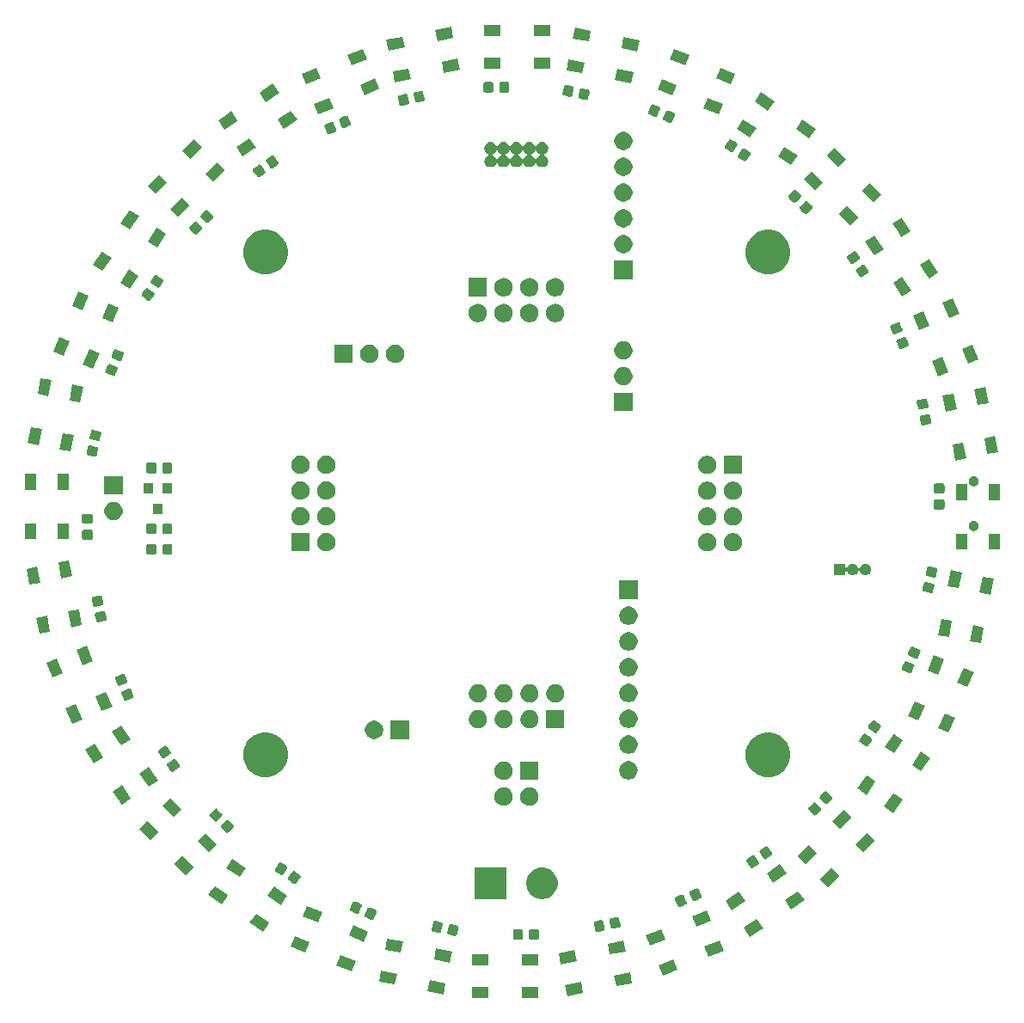
<source format=gbr>
G04 #@! TF.GenerationSoftware,KiCad,Pcbnew,(5.1.5-0-10_14)*
G04 #@! TF.CreationDate,2020-09-03T18:46:33+03:00*
G04 #@! TF.ProjectId,main,6d61696e-2e6b-4696-9361-645f70636258,rev?*
G04 #@! TF.SameCoordinates,Original*
G04 #@! TF.FileFunction,Soldermask,Bot*
G04 #@! TF.FilePolarity,Negative*
%FSLAX46Y46*%
G04 Gerber Fmt 4.6, Leading zero omitted, Abs format (unit mm)*
G04 Created by KiCad (PCBNEW (5.1.5-0-10_14)) date 2020-09-03 18:46:33*
%MOMM*%
%LPD*%
G04 APERTURE LIST*
%ADD10C,0.100000*%
G04 APERTURE END LIST*
D10*
G36*
X152099810Y-148716000D02*
G01*
X150497810Y-148716000D01*
X150497810Y-147614000D01*
X152099810Y-147614000D01*
X152099810Y-148716000D01*
G37*
G36*
X147199810Y-148716000D02*
G01*
X145597810Y-148716000D01*
X145597810Y-147614000D01*
X147199810Y-147614000D01*
X147199810Y-148716000D01*
G37*
G36*
X156553768Y-148207018D02*
G01*
X154982823Y-148520924D01*
X154766890Y-147440286D01*
X156337835Y-147126380D01*
X156553768Y-148207018D01*
G37*
G36*
X143007741Y-147255008D02*
G01*
X142793694Y-148336022D01*
X141222203Y-148024858D01*
X141436250Y-146943844D01*
X143007741Y-147255008D01*
G37*
G36*
X161358780Y-147246881D02*
G01*
X159787835Y-147560787D01*
X159571902Y-146480149D01*
X161142847Y-146166243D01*
X161358780Y-147246881D01*
G37*
G36*
X138201061Y-146303260D02*
G01*
X137987014Y-147384274D01*
X136415523Y-147073110D01*
X136629570Y-145992096D01*
X138201061Y-146303260D01*
G37*
G36*
X165862587Y-145888741D02*
G01*
X164382532Y-146501800D01*
X163960815Y-145483685D01*
X165440870Y-144870626D01*
X165862587Y-145888741D01*
G37*
G36*
X134155216Y-145108940D02*
G01*
X133733499Y-146127055D01*
X132253444Y-145513996D01*
X132675161Y-144495881D01*
X134155216Y-145108940D01*
G37*
G36*
X152099810Y-145516000D02*
G01*
X150497810Y-145516000D01*
X150497810Y-144414000D01*
X152099810Y-144414000D01*
X152099810Y-145516000D01*
G37*
G36*
X147199810Y-145516000D02*
G01*
X145597810Y-145516000D01*
X145597810Y-144414000D01*
X147199810Y-144414000D01*
X147199810Y-145516000D01*
G37*
G36*
X155926740Y-145069051D02*
G01*
X154355795Y-145382957D01*
X154139862Y-144302319D01*
X155710807Y-143988413D01*
X155926740Y-145069051D01*
G37*
G36*
X143629291Y-144115952D02*
G01*
X143415244Y-145196966D01*
X141843753Y-144885802D01*
X142057800Y-143804788D01*
X143629291Y-144115952D01*
G37*
G36*
X170389596Y-144013592D02*
G01*
X168909541Y-144626651D01*
X168487824Y-143608536D01*
X169967879Y-142995477D01*
X170389596Y-144013592D01*
G37*
G36*
X160731752Y-144108914D02*
G01*
X159160807Y-144422820D01*
X158944874Y-143342182D01*
X160515819Y-143028276D01*
X160731752Y-144108914D01*
G37*
G36*
X129628207Y-143233791D02*
G01*
X129206490Y-144251906D01*
X127726435Y-143638847D01*
X128148152Y-142620732D01*
X129628207Y-143233791D01*
G37*
G36*
X138822611Y-143164204D02*
G01*
X138608564Y-144245218D01*
X137037073Y-143934054D01*
X137251120Y-142853040D01*
X138822611Y-143164204D01*
G37*
G36*
X164638000Y-142932326D02*
G01*
X163157945Y-143545385D01*
X162736228Y-142527270D01*
X164216283Y-141914211D01*
X164638000Y-142932326D01*
G37*
G36*
X135379803Y-142152525D02*
G01*
X134958086Y-143170640D01*
X133478031Y-142557581D01*
X133899748Y-141539466D01*
X135379803Y-142152525D01*
G37*
G36*
X150455901Y-141923085D02*
G01*
X150489879Y-141933393D01*
X150521200Y-141950134D01*
X150548649Y-141972661D01*
X150571176Y-142000110D01*
X150587917Y-142031431D01*
X150598225Y-142065409D01*
X150602310Y-142106890D01*
X150602310Y-142783110D01*
X150598225Y-142824591D01*
X150587917Y-142858569D01*
X150571176Y-142889890D01*
X150548649Y-142917339D01*
X150521200Y-142939866D01*
X150489879Y-142956607D01*
X150455901Y-142966915D01*
X150414420Y-142971000D01*
X149813200Y-142971000D01*
X149771719Y-142966915D01*
X149737741Y-142956607D01*
X149706420Y-142939866D01*
X149678971Y-142917339D01*
X149656444Y-142889890D01*
X149639703Y-142858569D01*
X149629395Y-142824591D01*
X149625310Y-142783110D01*
X149625310Y-142106890D01*
X149629395Y-142065409D01*
X149639703Y-142031431D01*
X149656444Y-142000110D01*
X149678971Y-141972661D01*
X149706420Y-141950134D01*
X149737741Y-141933393D01*
X149771719Y-141923085D01*
X149813200Y-141919000D01*
X150414420Y-141919000D01*
X150455901Y-141923085D01*
G37*
G36*
X152030901Y-141923085D02*
G01*
X152064879Y-141933393D01*
X152096200Y-141950134D01*
X152123649Y-141972661D01*
X152146176Y-142000110D01*
X152162917Y-142031431D01*
X152173225Y-142065409D01*
X152177310Y-142106890D01*
X152177310Y-142783110D01*
X152173225Y-142824591D01*
X152162917Y-142858569D01*
X152146176Y-142889890D01*
X152123649Y-142917339D01*
X152096200Y-142939866D01*
X152064879Y-142956607D01*
X152030901Y-142966915D01*
X151989420Y-142971000D01*
X151388200Y-142971000D01*
X151346719Y-142966915D01*
X151312741Y-142956607D01*
X151281420Y-142939866D01*
X151253971Y-142917339D01*
X151231444Y-142889890D01*
X151214703Y-142858569D01*
X151204395Y-142824591D01*
X151200310Y-142783110D01*
X151200310Y-142106890D01*
X151204395Y-142065409D01*
X151214703Y-142031431D01*
X151231444Y-142000110D01*
X151253971Y-141972661D01*
X151281420Y-141950134D01*
X151312741Y-141933393D01*
X151346719Y-141923085D01*
X151388200Y-141919000D01*
X151989420Y-141919000D01*
X152030901Y-141923085D01*
G37*
G36*
X174268535Y-141819353D02*
G01*
X174268534Y-141819354D01*
X173967419Y-142020933D01*
X172937297Y-142710540D01*
X172324259Y-141794795D01*
X172347447Y-141779272D01*
X172693268Y-141547765D01*
X173655497Y-140903608D01*
X174268535Y-141819353D01*
G37*
G36*
X143517640Y-141428076D02*
G01*
X144107398Y-141544852D01*
X144147296Y-141556917D01*
X144178632Y-141573631D01*
X144206098Y-141596132D01*
X144228652Y-141623565D01*
X144245419Y-141654868D01*
X144255758Y-141688842D01*
X144259268Y-141724172D01*
X144255218Y-141765667D01*
X144123876Y-142428993D01*
X144111809Y-142468897D01*
X144095096Y-142500231D01*
X144072598Y-142527694D01*
X144045162Y-142550250D01*
X144013859Y-142567017D01*
X143979885Y-142577356D01*
X143944555Y-142580866D01*
X143903060Y-142576816D01*
X143313302Y-142460040D01*
X143273404Y-142447975D01*
X143242068Y-142431261D01*
X143214602Y-142408760D01*
X143192048Y-142381327D01*
X143175281Y-142350024D01*
X143164942Y-142316050D01*
X143161432Y-142280720D01*
X143165482Y-142239225D01*
X143296824Y-141575899D01*
X143308891Y-141535995D01*
X143325604Y-141504661D01*
X143348102Y-141477198D01*
X143375538Y-141454642D01*
X143406841Y-141437875D01*
X143440815Y-141427536D01*
X143476145Y-141424026D01*
X143517640Y-141428076D01*
G37*
G36*
X141972636Y-141122156D02*
G01*
X142562394Y-141238932D01*
X142602292Y-141250997D01*
X142633628Y-141267711D01*
X142661094Y-141290212D01*
X142683648Y-141317645D01*
X142700415Y-141348948D01*
X142710754Y-141382922D01*
X142714264Y-141418252D01*
X142710214Y-141459747D01*
X142578872Y-142123073D01*
X142566805Y-142162977D01*
X142550092Y-142194311D01*
X142527594Y-142221774D01*
X142500158Y-142244330D01*
X142468855Y-142261097D01*
X142434881Y-142271436D01*
X142399551Y-142274946D01*
X142358056Y-142270896D01*
X141768298Y-142154120D01*
X141728400Y-142142055D01*
X141697064Y-142125341D01*
X141669598Y-142102840D01*
X141647044Y-142075407D01*
X141630277Y-142044104D01*
X141619938Y-142010130D01*
X141616428Y-141974800D01*
X141620478Y-141933305D01*
X141751820Y-141269979D01*
X141763887Y-141230075D01*
X141780600Y-141198741D01*
X141803098Y-141171278D01*
X141830534Y-141148722D01*
X141861837Y-141131955D01*
X141895811Y-141121616D01*
X141931141Y-141118106D01*
X141972636Y-141122156D01*
G37*
G36*
X158396099Y-141044567D02*
G01*
X158430090Y-141054846D01*
X158461424Y-141071559D01*
X158488887Y-141094057D01*
X158511443Y-141121493D01*
X158528210Y-141152796D01*
X158540344Y-141192672D01*
X158672848Y-141855786D01*
X158676968Y-141897253D01*
X158673518Y-141932600D01*
X158663239Y-141966591D01*
X158646526Y-141997925D01*
X158624028Y-142025388D01*
X158596592Y-142047944D01*
X158565289Y-142064711D01*
X158525413Y-142076845D01*
X157935845Y-142194653D01*
X157894378Y-142198773D01*
X157859031Y-142195323D01*
X157825040Y-142185044D01*
X157793706Y-142168331D01*
X157766243Y-142145833D01*
X157743687Y-142118397D01*
X157726920Y-142087094D01*
X157714786Y-142047218D01*
X157582282Y-141384104D01*
X157578162Y-141342637D01*
X157581612Y-141307290D01*
X157591891Y-141273299D01*
X157608604Y-141241965D01*
X157631102Y-141214502D01*
X157658538Y-141191946D01*
X157689841Y-141175179D01*
X157729717Y-141163045D01*
X158319285Y-141045237D01*
X158360752Y-141041117D01*
X158396099Y-141044567D01*
G37*
G36*
X125652580Y-141272979D02*
G01*
X125652580Y-141272980D01*
X125418489Y-141623984D01*
X125041141Y-142189794D01*
X123708350Y-141300933D01*
X123708350Y-141300932D01*
X124067144Y-140762943D01*
X124319789Y-140384118D01*
X125652580Y-141272979D01*
G37*
G36*
X159940567Y-140735951D02*
G01*
X159974558Y-140746230D01*
X160005892Y-140762943D01*
X160033355Y-140785441D01*
X160055911Y-140812877D01*
X160072678Y-140844180D01*
X160084812Y-140884056D01*
X160217316Y-141547170D01*
X160221436Y-141588637D01*
X160217986Y-141623984D01*
X160207707Y-141657975D01*
X160190994Y-141689309D01*
X160168496Y-141716772D01*
X160141060Y-141739328D01*
X160109757Y-141756095D01*
X160069881Y-141768229D01*
X159480313Y-141886037D01*
X159438846Y-141890157D01*
X159403499Y-141886707D01*
X159369508Y-141876428D01*
X159338174Y-141859715D01*
X159310711Y-141837217D01*
X159288155Y-141809781D01*
X159271388Y-141778478D01*
X159259254Y-141738602D01*
X159126750Y-141075488D01*
X159122630Y-141034021D01*
X159126080Y-140998674D01*
X159136359Y-140964683D01*
X159153072Y-140933349D01*
X159175570Y-140905886D01*
X159203006Y-140883330D01*
X159234309Y-140866563D01*
X159274185Y-140854429D01*
X159863753Y-140736621D01*
X159905220Y-140732501D01*
X159940567Y-140735951D01*
G37*
G36*
X169165009Y-141057177D02*
G01*
X167684954Y-141670236D01*
X167263237Y-140652121D01*
X168743292Y-140039062D01*
X169165009Y-141057177D01*
G37*
G36*
X130852794Y-140277376D02*
G01*
X130431077Y-141295491D01*
X128951022Y-140682432D01*
X129372739Y-139664317D01*
X130852794Y-140277376D01*
G37*
G36*
X135489271Y-139783142D02*
G01*
X135529153Y-139795241D01*
X135685898Y-139860167D01*
X136032540Y-140003750D01*
X136032549Y-140003755D01*
X136084607Y-140025318D01*
X136121370Y-140044968D01*
X136148820Y-140067495D01*
X136171346Y-140094945D01*
X136188087Y-140126265D01*
X136198395Y-140160244D01*
X136201875Y-140195584D01*
X136198395Y-140230925D01*
X136186296Y-140270807D01*
X136164729Y-140322873D01*
X136164728Y-140322878D01*
X135949086Y-140843484D01*
X135949083Y-140843490D01*
X135927518Y-140895552D01*
X135907868Y-140932315D01*
X135885341Y-140959764D01*
X135857889Y-140982293D01*
X135826573Y-140999032D01*
X135792593Y-141009340D01*
X135757252Y-141012820D01*
X135721911Y-141009340D01*
X135682029Y-140997241D01*
X135461479Y-140905886D01*
X135178642Y-140788732D01*
X135178633Y-140788727D01*
X135126575Y-140767164D01*
X135089812Y-140747514D01*
X135062362Y-140724987D01*
X135039836Y-140697537D01*
X135023095Y-140666217D01*
X135012787Y-140632238D01*
X135009307Y-140596898D01*
X135012787Y-140561557D01*
X135024886Y-140521675D01*
X135046453Y-140469609D01*
X135046454Y-140469604D01*
X135262096Y-139948998D01*
X135262099Y-139948992D01*
X135283664Y-139896930D01*
X135303314Y-139860167D01*
X135325841Y-139832718D01*
X135353293Y-139810189D01*
X135384609Y-139793450D01*
X135418589Y-139783142D01*
X135453930Y-139779662D01*
X135489271Y-139783142D01*
G37*
G36*
X134034161Y-139180416D02*
G01*
X134074043Y-139192515D01*
X134230788Y-139257441D01*
X134577430Y-139401024D01*
X134577439Y-139401029D01*
X134629497Y-139422592D01*
X134666260Y-139442242D01*
X134693710Y-139464769D01*
X134716236Y-139492219D01*
X134732977Y-139523539D01*
X134743285Y-139557518D01*
X134746765Y-139592858D01*
X134743285Y-139628199D01*
X134731186Y-139668081D01*
X134709619Y-139720147D01*
X134709618Y-139720152D01*
X134493976Y-140240758D01*
X134493973Y-140240764D01*
X134472408Y-140292826D01*
X134452758Y-140329589D01*
X134430231Y-140357038D01*
X134402779Y-140379567D01*
X134371463Y-140396306D01*
X134337483Y-140406614D01*
X134302142Y-140410094D01*
X134266801Y-140406614D01*
X134226919Y-140394515D01*
X133981420Y-140292826D01*
X133723532Y-140186006D01*
X133723523Y-140186001D01*
X133671465Y-140164438D01*
X133634702Y-140144788D01*
X133607252Y-140122261D01*
X133584726Y-140094811D01*
X133567985Y-140063491D01*
X133557677Y-140029512D01*
X133554197Y-139994172D01*
X133557677Y-139958831D01*
X133569776Y-139918949D01*
X133591343Y-139866883D01*
X133591344Y-139866878D01*
X133806986Y-139346272D01*
X133806989Y-139346266D01*
X133828554Y-139294204D01*
X133848204Y-139257441D01*
X133870731Y-139229992D01*
X133898183Y-139207463D01*
X133929499Y-139190724D01*
X133963479Y-139180416D01*
X133998820Y-139176936D01*
X134034161Y-139180416D01*
G37*
G36*
X172488389Y-139160203D02*
G01*
X172488388Y-139160204D01*
X172273522Y-139304044D01*
X171157151Y-140051390D01*
X170544113Y-139135645D01*
X170567497Y-139119991D01*
X170905990Y-138893389D01*
X171875351Y-138244458D01*
X172488389Y-139160203D01*
G37*
G36*
X178340359Y-139093505D02*
G01*
X178340358Y-139093506D01*
X178099388Y-139254821D01*
X177009121Y-139984692D01*
X176396083Y-139068947D01*
X176483831Y-139010205D01*
X176796873Y-138800641D01*
X177727321Y-138177760D01*
X178340359Y-139093505D01*
G37*
G36*
X166347037Y-138516288D02*
G01*
X166381016Y-138526596D01*
X166412336Y-138543337D01*
X166439786Y-138565863D01*
X166462313Y-138593313D01*
X166481963Y-138630076D01*
X166503528Y-138682138D01*
X166503531Y-138682144D01*
X166719173Y-139202750D01*
X166719174Y-139202755D01*
X166740741Y-139254821D01*
X166752840Y-139294703D01*
X166756320Y-139330044D01*
X166752840Y-139365385D01*
X166742532Y-139399365D01*
X166725793Y-139430681D01*
X166703264Y-139458133D01*
X166675815Y-139480660D01*
X166639052Y-139500310D01*
X166586994Y-139521873D01*
X166586985Y-139521878D01*
X166329097Y-139628698D01*
X166083598Y-139730387D01*
X166043716Y-139742486D01*
X166008375Y-139745966D01*
X165973035Y-139742486D01*
X165939056Y-139732178D01*
X165907736Y-139715437D01*
X165880286Y-139692911D01*
X165857759Y-139665461D01*
X165838109Y-139628698D01*
X165816544Y-139576636D01*
X165816541Y-139576630D01*
X165600899Y-139056024D01*
X165600898Y-139056019D01*
X165579331Y-139003953D01*
X165567232Y-138964071D01*
X165563752Y-138928730D01*
X165567232Y-138893389D01*
X165577540Y-138859409D01*
X165594279Y-138828093D01*
X165616808Y-138800641D01*
X165644257Y-138778114D01*
X165681020Y-138758464D01*
X165733078Y-138736901D01*
X165733087Y-138736896D01*
X166106568Y-138582196D01*
X166236474Y-138528387D01*
X166276356Y-138516288D01*
X166311697Y-138512808D01*
X166347037Y-138516288D01*
G37*
G36*
X127428082Y-138610726D02*
G01*
X127428082Y-138610727D01*
X127161663Y-139010205D01*
X126816643Y-139527541D01*
X125483852Y-138638680D01*
X125483852Y-138638679D01*
X125891558Y-138027350D01*
X126095291Y-137721865D01*
X127428082Y-138610726D01*
G37*
G36*
X121576004Y-138554242D02*
G01*
X121576004Y-138554243D01*
X121349821Y-138893389D01*
X120964565Y-139471057D01*
X119631774Y-138582196D01*
X119631774Y-138582195D01*
X119967085Y-138079418D01*
X120243213Y-137665381D01*
X121576004Y-138554242D01*
G37*
G36*
X167802147Y-137913562D02*
G01*
X167836126Y-137923870D01*
X167867446Y-137940611D01*
X167894896Y-137963137D01*
X167917423Y-137990587D01*
X167937073Y-138027350D01*
X167958638Y-138079412D01*
X167958641Y-138079418D01*
X168174283Y-138600024D01*
X168174284Y-138600029D01*
X168195851Y-138652095D01*
X168207950Y-138691977D01*
X168211430Y-138727318D01*
X168207950Y-138762659D01*
X168197642Y-138796639D01*
X168180903Y-138827955D01*
X168158374Y-138855407D01*
X168130925Y-138877934D01*
X168094162Y-138897584D01*
X168042104Y-138919147D01*
X168042095Y-138919152D01*
X167784207Y-139025972D01*
X167538708Y-139127661D01*
X167498826Y-139139760D01*
X167463485Y-139143240D01*
X167428145Y-139139760D01*
X167394166Y-139129452D01*
X167362846Y-139112711D01*
X167335396Y-139090185D01*
X167312869Y-139062735D01*
X167293219Y-139025972D01*
X167271654Y-138973910D01*
X167271651Y-138973904D01*
X167056009Y-138453298D01*
X167056008Y-138453293D01*
X167034441Y-138401227D01*
X167022342Y-138361345D01*
X167018862Y-138326004D01*
X167022342Y-138290663D01*
X167032650Y-138256683D01*
X167049389Y-138225367D01*
X167071918Y-138197915D01*
X167099367Y-138175388D01*
X167136130Y-138155738D01*
X167188188Y-138134175D01*
X167188197Y-138134170D01*
X167534839Y-137990587D01*
X167691584Y-137925661D01*
X167731466Y-137913562D01*
X167766807Y-137910082D01*
X167802147Y-137913562D01*
G37*
G36*
X148951000Y-138951000D02*
G01*
X145849000Y-138951000D01*
X145849000Y-135849000D01*
X148951000Y-135849000D01*
X148951000Y-138951000D01*
G37*
G36*
X152751159Y-135872551D02*
G01*
X152932410Y-135908604D01*
X153214674Y-136025521D01*
X153468705Y-136195259D01*
X153684741Y-136411295D01*
X153854479Y-136665326D01*
X153971396Y-136947590D01*
X154031000Y-137247240D01*
X154031000Y-137552760D01*
X153971396Y-137852410D01*
X153854479Y-138134674D01*
X153684741Y-138388705D01*
X153468705Y-138604741D01*
X153214674Y-138774479D01*
X152932410Y-138891396D01*
X152814232Y-138914903D01*
X152632761Y-138951000D01*
X152327239Y-138951000D01*
X152145768Y-138914903D01*
X152027590Y-138891396D01*
X151745326Y-138774479D01*
X151491295Y-138604741D01*
X151275259Y-138388705D01*
X151105521Y-138134674D01*
X150988604Y-137852410D01*
X150929000Y-137552760D01*
X150929000Y-137247240D01*
X150988604Y-136947590D01*
X151105521Y-136665326D01*
X151275259Y-136411295D01*
X151491295Y-136195259D01*
X151745326Y-136025521D01*
X152027590Y-135908604D01*
X152208841Y-135872551D01*
X152327239Y-135849000D01*
X152632761Y-135849000D01*
X152751159Y-135872551D01*
G37*
G36*
X181806902Y-136657912D02*
G01*
X180674117Y-137790697D01*
X179894886Y-137011466D01*
X181027671Y-135878681D01*
X181806902Y-136657912D01*
G37*
G36*
X128083047Y-136210109D02*
G01*
X128117031Y-136220386D01*
X128153812Y-136240005D01*
X128200694Y-136271271D01*
X128200699Y-136271274D01*
X128403793Y-136406721D01*
X128653998Y-136573587D01*
X128686235Y-136599996D01*
X128708791Y-136627432D01*
X128725558Y-136658735D01*
X128735897Y-136692709D01*
X128739407Y-136728039D01*
X128735957Y-136763386D01*
X128725678Y-136797377D01*
X128706061Y-136834156D01*
X128330866Y-137396738D01*
X128304456Y-137428976D01*
X128277024Y-137451529D01*
X128245715Y-137468299D01*
X128211745Y-137478637D01*
X128176415Y-137482147D01*
X128141063Y-137478697D01*
X128107079Y-137468420D01*
X128070298Y-137448801D01*
X128023416Y-137417535D01*
X128023411Y-137417532D01*
X127820317Y-137282085D01*
X127570112Y-137115219D01*
X127537875Y-137088810D01*
X127515319Y-137061374D01*
X127498552Y-137030071D01*
X127488213Y-136996097D01*
X127484703Y-136960767D01*
X127488153Y-136925420D01*
X127498432Y-136891429D01*
X127518049Y-136854650D01*
X127893244Y-136292068D01*
X127919654Y-136259830D01*
X127947086Y-136237277D01*
X127978395Y-136220507D01*
X128012365Y-136210169D01*
X128047695Y-136206659D01*
X128083047Y-136210109D01*
G37*
G36*
X176560213Y-136434355D02*
G01*
X176560212Y-136434356D01*
X176320932Y-136594540D01*
X175228975Y-137325542D01*
X174615937Y-136409797D01*
X174866192Y-136242266D01*
X174994769Y-136156191D01*
X175947175Y-135518610D01*
X176560213Y-136434355D01*
G37*
G36*
X123351506Y-135891989D02*
G01*
X123351506Y-135891990D01*
X123118519Y-136241339D01*
X122740067Y-136808804D01*
X121407276Y-135919943D01*
X121407276Y-135919942D01*
X121741905Y-135418188D01*
X122018715Y-135003128D01*
X123351506Y-135891989D01*
G37*
G36*
X126772719Y-135336229D02*
G01*
X126806703Y-135346506D01*
X126843484Y-135366125D01*
X126890366Y-135397391D01*
X126890371Y-135397394D01*
X127072126Y-135518610D01*
X127343670Y-135699707D01*
X127375907Y-135726116D01*
X127398463Y-135753552D01*
X127415230Y-135784855D01*
X127425569Y-135818829D01*
X127429079Y-135854159D01*
X127425629Y-135889506D01*
X127415350Y-135923497D01*
X127395733Y-135960276D01*
X127020538Y-136522858D01*
X126994128Y-136555096D01*
X126966696Y-136577649D01*
X126935387Y-136594419D01*
X126901417Y-136604757D01*
X126866087Y-136608267D01*
X126830735Y-136604817D01*
X126796751Y-136594540D01*
X126759970Y-136574921D01*
X126713088Y-136543655D01*
X126713083Y-136543652D01*
X126406158Y-136338958D01*
X126259784Y-136241339D01*
X126227547Y-136214930D01*
X126204991Y-136187494D01*
X126188224Y-136156191D01*
X126177885Y-136122217D01*
X126174375Y-136086887D01*
X126177825Y-136051540D01*
X126188104Y-136017549D01*
X126207721Y-135980770D01*
X126248288Y-135919943D01*
X126266930Y-135891990D01*
X126582916Y-135418188D01*
X126609326Y-135385950D01*
X126636758Y-135363397D01*
X126668067Y-135346627D01*
X126702037Y-135336289D01*
X126737367Y-135332779D01*
X126772719Y-135336229D01*
G37*
G36*
X118215473Y-135828163D02*
G01*
X117436242Y-136607394D01*
X116303457Y-135474609D01*
X117082688Y-134695378D01*
X118215473Y-135828163D01*
G37*
G36*
X173334611Y-134642565D02*
G01*
X173368598Y-134652843D01*
X173399934Y-134669557D01*
X173427400Y-134692058D01*
X173453879Y-134724264D01*
X173830045Y-135286176D01*
X173849730Y-135322927D01*
X173860069Y-135356901D01*
X173863579Y-135392231D01*
X173860129Y-135427579D01*
X173849851Y-135461566D01*
X173833137Y-135492902D01*
X173810636Y-135520368D01*
X173778430Y-135546847D01*
X173278842Y-135881291D01*
X173242091Y-135900976D01*
X173208117Y-135911315D01*
X173172787Y-135914825D01*
X173137439Y-135911375D01*
X173103452Y-135901097D01*
X173072116Y-135884383D01*
X173044650Y-135861882D01*
X173018171Y-135829676D01*
X172642005Y-135267764D01*
X172622320Y-135231013D01*
X172611981Y-135197039D01*
X172608471Y-135161709D01*
X172611921Y-135126361D01*
X172622199Y-135092374D01*
X172638913Y-135061038D01*
X172661414Y-135033572D01*
X172693620Y-135007093D01*
X173193208Y-134672649D01*
X173229959Y-134652964D01*
X173263933Y-134642625D01*
X173299263Y-134639115D01*
X173334611Y-134642565D01*
G37*
G36*
X179544161Y-134395171D02*
G01*
X178411376Y-135527956D01*
X177632145Y-134748725D01*
X178764930Y-133615940D01*
X179544161Y-134395171D01*
G37*
G36*
X174643411Y-133766399D02*
G01*
X174677398Y-133776677D01*
X174708734Y-133793391D01*
X174736200Y-133815892D01*
X174762679Y-133848098D01*
X175138845Y-134410010D01*
X175158530Y-134446761D01*
X175168869Y-134480735D01*
X175172379Y-134516065D01*
X175168929Y-134551413D01*
X175158651Y-134585400D01*
X175141937Y-134616736D01*
X175119436Y-134644202D01*
X175087230Y-134670681D01*
X174587642Y-135005125D01*
X174550891Y-135024810D01*
X174516917Y-135035149D01*
X174481587Y-135038659D01*
X174446239Y-135035209D01*
X174412252Y-135024931D01*
X174380916Y-135008217D01*
X174353450Y-134985716D01*
X174326971Y-134953510D01*
X173950805Y-134391598D01*
X173931120Y-134354847D01*
X173920781Y-134320873D01*
X173917271Y-134285543D01*
X173920721Y-134250195D01*
X173930999Y-134216208D01*
X173947713Y-134184872D01*
X173970214Y-134157406D01*
X174002420Y-134130927D01*
X174502008Y-133796483D01*
X174538759Y-133776798D01*
X174572733Y-133766459D01*
X174608063Y-133762949D01*
X174643411Y-133766399D01*
G37*
G36*
X120478214Y-133565422D02*
G01*
X119698983Y-134344653D01*
X118566198Y-133211868D01*
X119345429Y-132432637D01*
X120478214Y-133565422D01*
G37*
G36*
X185271725Y-133193089D02*
G01*
X184138940Y-134325874D01*
X183359709Y-133546643D01*
X184492494Y-132413858D01*
X185271725Y-133193089D01*
G37*
G36*
X114750650Y-132363340D02*
G01*
X113971419Y-133142571D01*
X112838634Y-132009786D01*
X113617865Y-131230555D01*
X114750650Y-132363340D01*
G37*
G36*
X121548054Y-131150824D02*
G01*
X121582032Y-131161132D01*
X121613353Y-131177873D01*
X121645567Y-131204311D01*
X121685418Y-131244162D01*
X121685424Y-131244167D01*
X122030845Y-131589588D01*
X122030850Y-131589594D01*
X122070701Y-131629445D01*
X122097139Y-131661659D01*
X122113880Y-131692980D01*
X122124188Y-131726958D01*
X122127668Y-131762299D01*
X122124188Y-131797640D01*
X122113880Y-131831618D01*
X122097139Y-131862939D01*
X122070701Y-131895153D01*
X122030850Y-131935004D01*
X122030845Y-131935010D01*
X121632390Y-132333465D01*
X121632384Y-132333470D01*
X121592533Y-132373321D01*
X121560319Y-132399759D01*
X121528998Y-132416500D01*
X121495020Y-132426808D01*
X121459679Y-132430288D01*
X121424338Y-132426808D01*
X121390360Y-132416500D01*
X121359039Y-132399759D01*
X121326825Y-132373321D01*
X121286974Y-132333470D01*
X121286968Y-132333465D01*
X120941547Y-131988044D01*
X120941542Y-131988038D01*
X120901691Y-131948187D01*
X120875253Y-131915973D01*
X120858512Y-131884652D01*
X120848204Y-131850674D01*
X120844724Y-131815333D01*
X120848204Y-131779992D01*
X120858512Y-131746014D01*
X120875253Y-131714693D01*
X120901691Y-131682479D01*
X120941542Y-131642628D01*
X120941547Y-131642622D01*
X121340002Y-131244167D01*
X121340008Y-131244162D01*
X121379859Y-131204311D01*
X121412073Y-131177873D01*
X121443394Y-131161132D01*
X121477372Y-131150824D01*
X121512713Y-131147344D01*
X121548054Y-131150824D01*
G37*
G36*
X183008984Y-130930348D02*
G01*
X181876199Y-132063133D01*
X181096968Y-131283902D01*
X182229753Y-130151117D01*
X183008984Y-130930348D01*
G37*
G36*
X120434360Y-130037130D02*
G01*
X120468338Y-130047438D01*
X120499659Y-130064179D01*
X120531873Y-130090617D01*
X120571724Y-130130468D01*
X120571730Y-130130473D01*
X120917151Y-130475894D01*
X120917156Y-130475900D01*
X120957007Y-130515751D01*
X120983445Y-130547965D01*
X121000186Y-130579286D01*
X121010494Y-130613264D01*
X121013974Y-130648605D01*
X121010494Y-130683946D01*
X121000186Y-130717924D01*
X120983445Y-130749245D01*
X120957007Y-130781459D01*
X120917156Y-130821310D01*
X120917151Y-130821316D01*
X120518696Y-131219771D01*
X120518690Y-131219776D01*
X120478839Y-131259627D01*
X120446625Y-131286065D01*
X120415304Y-131302806D01*
X120381326Y-131313114D01*
X120345985Y-131316594D01*
X120310644Y-131313114D01*
X120276666Y-131302806D01*
X120245345Y-131286065D01*
X120213131Y-131259627D01*
X120173280Y-131219776D01*
X120173274Y-131219771D01*
X119827853Y-130874350D01*
X119827848Y-130874344D01*
X119787997Y-130834493D01*
X119761559Y-130802279D01*
X119744818Y-130770958D01*
X119734510Y-130736980D01*
X119731030Y-130701639D01*
X119734510Y-130666298D01*
X119744818Y-130632320D01*
X119761559Y-130600999D01*
X119787997Y-130568785D01*
X119827848Y-130528934D01*
X119827853Y-130528928D01*
X120226308Y-130130473D01*
X120226314Y-130130468D01*
X120266165Y-130090617D01*
X120298379Y-130064179D01*
X120329700Y-130047438D01*
X120363678Y-130037130D01*
X120399019Y-130033650D01*
X120434360Y-130037130D01*
G37*
G36*
X117013391Y-130100599D02*
G01*
X116234160Y-130879830D01*
X115101375Y-129747045D01*
X115880606Y-128967814D01*
X117013391Y-130100599D01*
G37*
G36*
X179357116Y-129440293D02*
G01*
X179391094Y-129450601D01*
X179422415Y-129467342D01*
X179454629Y-129493780D01*
X179494480Y-129533631D01*
X179494486Y-129533636D01*
X179892941Y-129932091D01*
X179892946Y-129932097D01*
X179932797Y-129971948D01*
X179959235Y-130004162D01*
X179975976Y-130035483D01*
X179986284Y-130069461D01*
X179989764Y-130104802D01*
X179986284Y-130140143D01*
X179975976Y-130174121D01*
X179959235Y-130205442D01*
X179932797Y-130237656D01*
X179892946Y-130277507D01*
X179892941Y-130277513D01*
X179547520Y-130622934D01*
X179547514Y-130622939D01*
X179507663Y-130662790D01*
X179475449Y-130689228D01*
X179444128Y-130705969D01*
X179410150Y-130716277D01*
X179374809Y-130719757D01*
X179339468Y-130716277D01*
X179305490Y-130705969D01*
X179274169Y-130689228D01*
X179241955Y-130662790D01*
X179202104Y-130622939D01*
X179202098Y-130622934D01*
X178803643Y-130224479D01*
X178803638Y-130224473D01*
X178763787Y-130184622D01*
X178737349Y-130152408D01*
X178720608Y-130121087D01*
X178710300Y-130087109D01*
X178706820Y-130051768D01*
X178710300Y-130016427D01*
X178720608Y-129982449D01*
X178737349Y-129951128D01*
X178763787Y-129918914D01*
X178803638Y-129879063D01*
X178803643Y-129879057D01*
X179149064Y-129533636D01*
X179149070Y-129533631D01*
X179188921Y-129493780D01*
X179221135Y-129467342D01*
X179252456Y-129450601D01*
X179286434Y-129440293D01*
X179321775Y-129436813D01*
X179357116Y-129440293D01*
G37*
G36*
X187447685Y-128765363D02*
G01*
X188002879Y-129135631D01*
X187114018Y-130468422D01*
X187114017Y-130468422D01*
X186482779Y-130047438D01*
X186197203Y-129856983D01*
X187086064Y-128524192D01*
X187086065Y-128524192D01*
X187447685Y-128765363D01*
G37*
G36*
X148823512Y-127973927D02*
G01*
X148972812Y-128003624D01*
X149136784Y-128071544D01*
X149284354Y-128170147D01*
X149409853Y-128295646D01*
X149508456Y-128443216D01*
X149576376Y-128607188D01*
X149611000Y-128781259D01*
X149611000Y-128958741D01*
X149576376Y-129132812D01*
X149508456Y-129296784D01*
X149409853Y-129444354D01*
X149284354Y-129569853D01*
X149136784Y-129668456D01*
X148972812Y-129736376D01*
X148823512Y-129766073D01*
X148798742Y-129771000D01*
X148621258Y-129771000D01*
X148596488Y-129766073D01*
X148447188Y-129736376D01*
X148283216Y-129668456D01*
X148135646Y-129569853D01*
X148010147Y-129444354D01*
X147911544Y-129296784D01*
X147843624Y-129132812D01*
X147809000Y-128958741D01*
X147809000Y-128781259D01*
X147843624Y-128607188D01*
X147911544Y-128443216D01*
X148010147Y-128295646D01*
X148135646Y-128170147D01*
X148283216Y-128071544D01*
X148447188Y-128003624D01*
X148596488Y-127973927D01*
X148621258Y-127969000D01*
X148798742Y-127969000D01*
X148823512Y-127973927D01*
G37*
G36*
X151363512Y-127973927D02*
G01*
X151512812Y-128003624D01*
X151676784Y-128071544D01*
X151824354Y-128170147D01*
X151949853Y-128295646D01*
X152048456Y-128443216D01*
X152116376Y-128607188D01*
X152151000Y-128781259D01*
X152151000Y-128958741D01*
X152116376Y-129132812D01*
X152048456Y-129296784D01*
X151949853Y-129444354D01*
X151824354Y-129569853D01*
X151676784Y-129668456D01*
X151512812Y-129736376D01*
X151363512Y-129766073D01*
X151338742Y-129771000D01*
X151161258Y-129771000D01*
X151136488Y-129766073D01*
X150987188Y-129736376D01*
X150823216Y-129668456D01*
X150675646Y-129569853D01*
X150550147Y-129444354D01*
X150451544Y-129296784D01*
X150383624Y-129132812D01*
X150349000Y-128958741D01*
X150349000Y-128781259D01*
X150383624Y-128607188D01*
X150451544Y-128443216D01*
X150550147Y-128295646D01*
X150675646Y-128170147D01*
X150823216Y-128071544D01*
X150987188Y-128003624D01*
X151136488Y-127973927D01*
X151161258Y-127969000D01*
X151338742Y-127969000D01*
X151363512Y-127973927D01*
G37*
G36*
X112021258Y-129071112D02*
G01*
X111105513Y-129684150D01*
X111095007Y-129668456D01*
X110846194Y-129296784D01*
X110214326Y-128352912D01*
X111130071Y-127739874D01*
X112021258Y-129071112D01*
G37*
G36*
X180470810Y-128326599D02*
G01*
X180504788Y-128336907D01*
X180536109Y-128353648D01*
X180568323Y-128380086D01*
X180608174Y-128419937D01*
X180608180Y-128419942D01*
X181006635Y-128818397D01*
X181006640Y-128818403D01*
X181046491Y-128858254D01*
X181072929Y-128890468D01*
X181089670Y-128921789D01*
X181099978Y-128955767D01*
X181103458Y-128991108D01*
X181099978Y-129026449D01*
X181089670Y-129060427D01*
X181072929Y-129091748D01*
X181046491Y-129123962D01*
X181006640Y-129163813D01*
X181006635Y-129163819D01*
X180661214Y-129509240D01*
X180661208Y-129509245D01*
X180621357Y-129549096D01*
X180589143Y-129575534D01*
X180557822Y-129592275D01*
X180523844Y-129602583D01*
X180488503Y-129606063D01*
X180453162Y-129602583D01*
X180419184Y-129592275D01*
X180387863Y-129575534D01*
X180355649Y-129549096D01*
X180315798Y-129509245D01*
X180315792Y-129509240D01*
X179917337Y-129110785D01*
X179917332Y-129110779D01*
X179877481Y-129070928D01*
X179851043Y-129038714D01*
X179834302Y-129007393D01*
X179823994Y-128973415D01*
X179820514Y-128938074D01*
X179823994Y-128902733D01*
X179834302Y-128868755D01*
X179851043Y-128837434D01*
X179877481Y-128805220D01*
X179917332Y-128765369D01*
X179917337Y-128765363D01*
X180262758Y-128419942D01*
X180262764Y-128419937D01*
X180302615Y-128380086D01*
X180334829Y-128353648D01*
X180366150Y-128336907D01*
X180400128Y-128326599D01*
X180435469Y-128323119D01*
X180470810Y-128326599D01*
G37*
G36*
X184657220Y-126904354D02*
G01*
X185340626Y-127360129D01*
X184451765Y-128692920D01*
X184451764Y-128692920D01*
X183667901Y-128170148D01*
X183534950Y-128081481D01*
X184423811Y-126748690D01*
X184423812Y-126748690D01*
X184657220Y-126904354D01*
G37*
G36*
X113789222Y-125959729D02*
G01*
X113944217Y-126191258D01*
X114680408Y-127290966D01*
X113764663Y-127904004D01*
X112873476Y-126572766D01*
X113789221Y-125959728D01*
X113789222Y-125959729D01*
G37*
G36*
X148823512Y-125433927D02*
G01*
X148972812Y-125463624D01*
X149136784Y-125531544D01*
X149284354Y-125630147D01*
X149409853Y-125755646D01*
X149508456Y-125903216D01*
X149576376Y-126067188D01*
X149611000Y-126241259D01*
X149611000Y-126418741D01*
X149576376Y-126592812D01*
X149508456Y-126756784D01*
X149409853Y-126904354D01*
X149284354Y-127029853D01*
X149136784Y-127128456D01*
X148972812Y-127196376D01*
X148823512Y-127226073D01*
X148798742Y-127231000D01*
X148621258Y-127231000D01*
X148596488Y-127226073D01*
X148447188Y-127196376D01*
X148283216Y-127128456D01*
X148135646Y-127029853D01*
X148010147Y-126904354D01*
X147911544Y-126756784D01*
X147843624Y-126592812D01*
X147809000Y-126418741D01*
X147809000Y-126241259D01*
X147843624Y-126067188D01*
X147911544Y-125903216D01*
X148010147Y-125755646D01*
X148135646Y-125630147D01*
X148283216Y-125531544D01*
X148447188Y-125463624D01*
X148596488Y-125433927D01*
X148621258Y-125429000D01*
X148798742Y-125429000D01*
X148823512Y-125433927D01*
G37*
G36*
X152151000Y-127231000D02*
G01*
X150349000Y-127231000D01*
X150349000Y-125429000D01*
X152151000Y-125429000D01*
X152151000Y-127231000D01*
G37*
G36*
X161113512Y-125383927D02*
G01*
X161262812Y-125413624D01*
X161426784Y-125481544D01*
X161574354Y-125580147D01*
X161699853Y-125705646D01*
X161798456Y-125853216D01*
X161866376Y-126017188D01*
X161893150Y-126151792D01*
X161901000Y-126191258D01*
X161901000Y-126368742D01*
X161897252Y-126387582D01*
X161866376Y-126542812D01*
X161798456Y-126706784D01*
X161699853Y-126854354D01*
X161574354Y-126979853D01*
X161426784Y-127078456D01*
X161262812Y-127146376D01*
X161113512Y-127176073D01*
X161088742Y-127181000D01*
X160911258Y-127181000D01*
X160886488Y-127176073D01*
X160737188Y-127146376D01*
X160573216Y-127078456D01*
X160425646Y-126979853D01*
X160300147Y-126854354D01*
X160201544Y-126706784D01*
X160133624Y-126542812D01*
X160102748Y-126387582D01*
X160099000Y-126368742D01*
X160099000Y-126191258D01*
X160106850Y-126151792D01*
X160133624Y-126017188D01*
X160201544Y-125853216D01*
X160300147Y-125705646D01*
X160425646Y-125580147D01*
X160573216Y-125481544D01*
X160737188Y-125413624D01*
X160886488Y-125383927D01*
X160911258Y-125379000D01*
X161088742Y-125379000D01*
X161113512Y-125383927D01*
G37*
G36*
X175390744Y-122632319D02*
G01*
X175714325Y-122766351D01*
X175791302Y-122798236D01*
X176151793Y-123039108D01*
X176458366Y-123345681D01*
X176673766Y-123668051D01*
X176699239Y-123706174D01*
X176865155Y-124106730D01*
X176949737Y-124531956D01*
X176949737Y-124965518D01*
X176865155Y-125390744D01*
X176699239Y-125791300D01*
X176699238Y-125791302D01*
X176458366Y-126151793D01*
X176151793Y-126458366D01*
X175791302Y-126699238D01*
X175791301Y-126699239D01*
X175791300Y-126699239D01*
X175390744Y-126865155D01*
X174965518Y-126949737D01*
X174531956Y-126949737D01*
X174106730Y-126865155D01*
X173706174Y-126699239D01*
X173706173Y-126699239D01*
X173706172Y-126699238D01*
X173345681Y-126458366D01*
X173039108Y-126151793D01*
X172798236Y-125791302D01*
X172798235Y-125791300D01*
X172632319Y-125390744D01*
X172547737Y-124965518D01*
X172547737Y-124531956D01*
X172632319Y-124106730D01*
X172798235Y-123706174D01*
X172823708Y-123668051D01*
X173039108Y-123345681D01*
X173345681Y-123039108D01*
X173706172Y-122798236D01*
X173783149Y-122766351D01*
X174106730Y-122632319D01*
X174531956Y-122547737D01*
X174965518Y-122547737D01*
X175390744Y-122632319D01*
G37*
G36*
X125893270Y-122632319D02*
G01*
X126216851Y-122766351D01*
X126293828Y-122798236D01*
X126654319Y-123039108D01*
X126960892Y-123345681D01*
X127176292Y-123668051D01*
X127201765Y-123706174D01*
X127367681Y-124106730D01*
X127452263Y-124531956D01*
X127452263Y-124965518D01*
X127367681Y-125390744D01*
X127201765Y-125791300D01*
X127201764Y-125791302D01*
X126960892Y-126151793D01*
X126654319Y-126458366D01*
X126293828Y-126699238D01*
X126293827Y-126699239D01*
X126293826Y-126699239D01*
X125893270Y-126865155D01*
X125468044Y-126949737D01*
X125034482Y-126949737D01*
X124609256Y-126865155D01*
X124208700Y-126699239D01*
X124208699Y-126699239D01*
X124208698Y-126699238D01*
X123848207Y-126458366D01*
X123541634Y-126151793D01*
X123300762Y-125791302D01*
X123300761Y-125791300D01*
X123134845Y-125390744D01*
X123050263Y-124965518D01*
X123050263Y-124531956D01*
X123134845Y-124106730D01*
X123300761Y-123706174D01*
X123326234Y-123668051D01*
X123541634Y-123345681D01*
X123848207Y-123039108D01*
X124208698Y-122798236D01*
X124285675Y-122766351D01*
X124609256Y-122632319D01*
X125034482Y-122547737D01*
X125468044Y-122547737D01*
X125893270Y-122632319D01*
G37*
G36*
X116342478Y-125169458D02*
G01*
X116376465Y-125179736D01*
X116407801Y-125196450D01*
X116435267Y-125218951D01*
X116461746Y-125251157D01*
X116796190Y-125750745D01*
X116815875Y-125787496D01*
X116826214Y-125821470D01*
X116829724Y-125856800D01*
X116826274Y-125892148D01*
X116815996Y-125926135D01*
X116799282Y-125957471D01*
X116776781Y-125984937D01*
X116744575Y-126011416D01*
X116182663Y-126387582D01*
X116145912Y-126407267D01*
X116111938Y-126417606D01*
X116076608Y-126421116D01*
X116041260Y-126417666D01*
X116007273Y-126407388D01*
X115975937Y-126390674D01*
X115948471Y-126368173D01*
X115921992Y-126335967D01*
X115587548Y-125836379D01*
X115567863Y-125799628D01*
X115557524Y-125765654D01*
X115554014Y-125730324D01*
X115557464Y-125694976D01*
X115567742Y-125660989D01*
X115584456Y-125629653D01*
X115606957Y-125602187D01*
X115639163Y-125575708D01*
X116201075Y-125199542D01*
X116237826Y-125179857D01*
X116271800Y-125169518D01*
X116307130Y-125166008D01*
X116342478Y-125169458D01*
G37*
G36*
X190106271Y-124648671D02*
G01*
X190721616Y-125059055D01*
X189832755Y-126391846D01*
X189832754Y-126391846D01*
X189270980Y-126017189D01*
X188915940Y-125780407D01*
X189804801Y-124447616D01*
X189804802Y-124447616D01*
X190106271Y-124648671D01*
G37*
G36*
X108404224Y-123668051D02*
G01*
X108574288Y-123922090D01*
X109295410Y-124999288D01*
X108379665Y-125612326D01*
X108372878Y-125602187D01*
X108083231Y-125169518D01*
X107488478Y-124281088D01*
X108404223Y-123668050D01*
X108404224Y-123668051D01*
G37*
G36*
X115466312Y-123860658D02*
G01*
X115500299Y-123870936D01*
X115531635Y-123887650D01*
X115559101Y-123910151D01*
X115585580Y-123942357D01*
X115920024Y-124441945D01*
X115939709Y-124478696D01*
X115950048Y-124512670D01*
X115953558Y-124548000D01*
X115950108Y-124583348D01*
X115939830Y-124617335D01*
X115923116Y-124648671D01*
X115900615Y-124676137D01*
X115868409Y-124702616D01*
X115306497Y-125078782D01*
X115269746Y-125098467D01*
X115235772Y-125108806D01*
X115200442Y-125112316D01*
X115165094Y-125108866D01*
X115131107Y-125098588D01*
X115099771Y-125081874D01*
X115072305Y-125059373D01*
X115045826Y-125027167D01*
X114711382Y-124527579D01*
X114691697Y-124490828D01*
X114681358Y-124456854D01*
X114677848Y-124421524D01*
X114681298Y-124386176D01*
X114691576Y-124352189D01*
X114708290Y-124320853D01*
X114730791Y-124293387D01*
X114762997Y-124266908D01*
X115324909Y-123890742D01*
X115361660Y-123871057D01*
X115395634Y-123860718D01*
X115430964Y-123857208D01*
X115466312Y-123860658D01*
G37*
G36*
X161113512Y-122843927D02*
G01*
X161262812Y-122873624D01*
X161426784Y-122941544D01*
X161574354Y-123040147D01*
X161699853Y-123165646D01*
X161798456Y-123313216D01*
X161866376Y-123477188D01*
X161901000Y-123651259D01*
X161901000Y-123828741D01*
X161866376Y-124002812D01*
X161798456Y-124166784D01*
X161699853Y-124314354D01*
X161574354Y-124439853D01*
X161426784Y-124538456D01*
X161262812Y-124606376D01*
X161113512Y-124636073D01*
X161088742Y-124641000D01*
X160911258Y-124641000D01*
X160886488Y-124636073D01*
X160737188Y-124606376D01*
X160573216Y-124538456D01*
X160425646Y-124439853D01*
X160300147Y-124314354D01*
X160201544Y-124166784D01*
X160133624Y-124002812D01*
X160099000Y-123828741D01*
X160099000Y-123651259D01*
X160133624Y-123477188D01*
X160201544Y-123313216D01*
X160300147Y-123165646D01*
X160425646Y-123040147D01*
X160573216Y-122941544D01*
X160737188Y-122873624D01*
X160886488Y-122843927D01*
X160911258Y-122839000D01*
X161088742Y-122839000D01*
X161113512Y-122843927D01*
G37*
G36*
X187546542Y-122941544D02*
G01*
X188059363Y-123283553D01*
X187170502Y-124616344D01*
X187170501Y-124616344D01*
X186496412Y-124166782D01*
X186253687Y-124004905D01*
X187142548Y-122672114D01*
X187142549Y-122672114D01*
X187546542Y-122941544D01*
G37*
G36*
X184277106Y-122674541D02*
G01*
X184311097Y-122684820D01*
X184347876Y-122704437D01*
X184910458Y-123079632D01*
X184942696Y-123106042D01*
X184965249Y-123133474D01*
X184982019Y-123164783D01*
X184992357Y-123198753D01*
X184995867Y-123234083D01*
X184992417Y-123269435D01*
X184982140Y-123303419D01*
X184962521Y-123340200D01*
X184931255Y-123387082D01*
X184931252Y-123387087D01*
X184862054Y-123490844D01*
X184628939Y-123840386D01*
X184602530Y-123872623D01*
X184575094Y-123895179D01*
X184543791Y-123911946D01*
X184509817Y-123922285D01*
X184474487Y-123925795D01*
X184439140Y-123922345D01*
X184405149Y-123912066D01*
X184368370Y-123892449D01*
X183805788Y-123517254D01*
X183773550Y-123490844D01*
X183750997Y-123463412D01*
X183734227Y-123432103D01*
X183723889Y-123398133D01*
X183720379Y-123362803D01*
X183723829Y-123327451D01*
X183734106Y-123293467D01*
X183753725Y-123256686D01*
X183784991Y-123209804D01*
X183784994Y-123209799D01*
X183963898Y-122941544D01*
X184087307Y-122756500D01*
X184113716Y-122724263D01*
X184141152Y-122701707D01*
X184172455Y-122684940D01*
X184206429Y-122674601D01*
X184241759Y-122671091D01*
X184277106Y-122674541D01*
G37*
G36*
X111063374Y-121887905D02*
G01*
X111216321Y-122116375D01*
X111954560Y-123219142D01*
X111038815Y-123832180D01*
X111037714Y-123830535D01*
X110638424Y-123234083D01*
X110147628Y-122500942D01*
X111063373Y-121887904D01*
X111063374Y-121887905D01*
G37*
G36*
X136068067Y-121402844D02*
G01*
X136222812Y-121433624D01*
X136386784Y-121501544D01*
X136534354Y-121600147D01*
X136659853Y-121725646D01*
X136758456Y-121873216D01*
X136826376Y-122037188D01*
X136861000Y-122211259D01*
X136861000Y-122388741D01*
X136826376Y-122562812D01*
X136758456Y-122726784D01*
X136659853Y-122874354D01*
X136534354Y-122999853D01*
X136386784Y-123098456D01*
X136222812Y-123166376D01*
X136073512Y-123196073D01*
X136048742Y-123201000D01*
X135871258Y-123201000D01*
X135846488Y-123196073D01*
X135697188Y-123166376D01*
X135533216Y-123098456D01*
X135385646Y-122999853D01*
X135260147Y-122874354D01*
X135161544Y-122726784D01*
X135093624Y-122562812D01*
X135059000Y-122388741D01*
X135059000Y-122211259D01*
X135093624Y-122037188D01*
X135161544Y-121873216D01*
X135260147Y-121725646D01*
X135385646Y-121600147D01*
X135533216Y-121501544D01*
X135697188Y-121433624D01*
X135851933Y-121402844D01*
X135871258Y-121399000D01*
X136048742Y-121399000D01*
X136068067Y-121402844D01*
G37*
G36*
X139401000Y-123201000D02*
G01*
X137599000Y-123201000D01*
X137599000Y-121399000D01*
X139401000Y-121399000D01*
X139401000Y-123201000D01*
G37*
G36*
X185150986Y-121364213D02*
G01*
X185184977Y-121374492D01*
X185221756Y-121394109D01*
X185784338Y-121769304D01*
X185816576Y-121795714D01*
X185839129Y-121823146D01*
X185855899Y-121854455D01*
X185866237Y-121888425D01*
X185869747Y-121923755D01*
X185866297Y-121959107D01*
X185856020Y-121993091D01*
X185836401Y-122029872D01*
X185805135Y-122076754D01*
X185805132Y-122076759D01*
X185735934Y-122180516D01*
X185502819Y-122530058D01*
X185476410Y-122562295D01*
X185448974Y-122584851D01*
X185417671Y-122601618D01*
X185383697Y-122611957D01*
X185348367Y-122615467D01*
X185313020Y-122612017D01*
X185279029Y-122601738D01*
X185242250Y-122582121D01*
X184679668Y-122206926D01*
X184647430Y-122180516D01*
X184624877Y-122153084D01*
X184608107Y-122121775D01*
X184597769Y-122087805D01*
X184594259Y-122052475D01*
X184597709Y-122017123D01*
X184607986Y-121983139D01*
X184627605Y-121946358D01*
X184658871Y-121899476D01*
X184658874Y-121899471D01*
X184840734Y-121626784D01*
X184961187Y-121446172D01*
X184987596Y-121413935D01*
X185015032Y-121391379D01*
X185046335Y-121374612D01*
X185080309Y-121364273D01*
X185115639Y-121360763D01*
X185150986Y-121364213D01*
G37*
G36*
X193148483Y-121107203D02*
G01*
X192535424Y-122587258D01*
X191517309Y-122165541D01*
X192130368Y-120685486D01*
X193148483Y-121107203D01*
G37*
G36*
X154701000Y-122151000D02*
G01*
X152899000Y-122151000D01*
X152899000Y-120349000D01*
X154701000Y-120349000D01*
X154701000Y-122151000D01*
G37*
G36*
X151373512Y-120353927D02*
G01*
X151522812Y-120383624D01*
X151686784Y-120451544D01*
X151834354Y-120550147D01*
X151959853Y-120675646D01*
X152058456Y-120823216D01*
X152126376Y-120987188D01*
X152161000Y-121161259D01*
X152161000Y-121338741D01*
X152126376Y-121512812D01*
X152058456Y-121676784D01*
X151959853Y-121824354D01*
X151834354Y-121949853D01*
X151686784Y-122048456D01*
X151522812Y-122116376D01*
X151373512Y-122146073D01*
X151348742Y-122151000D01*
X151171258Y-122151000D01*
X151146488Y-122146073D01*
X150997188Y-122116376D01*
X150833216Y-122048456D01*
X150685646Y-121949853D01*
X150560147Y-121824354D01*
X150461544Y-121676784D01*
X150393624Y-121512812D01*
X150359000Y-121338741D01*
X150359000Y-121161259D01*
X150393624Y-120987188D01*
X150461544Y-120823216D01*
X150560147Y-120675646D01*
X150685646Y-120550147D01*
X150833216Y-120451544D01*
X150997188Y-120383624D01*
X151146488Y-120353927D01*
X151171258Y-120349000D01*
X151348742Y-120349000D01*
X151373512Y-120353927D01*
G37*
G36*
X146293512Y-120353927D02*
G01*
X146442812Y-120383624D01*
X146606784Y-120451544D01*
X146754354Y-120550147D01*
X146879853Y-120675646D01*
X146978456Y-120823216D01*
X147046376Y-120987188D01*
X147081000Y-121161259D01*
X147081000Y-121338741D01*
X147046376Y-121512812D01*
X146978456Y-121676784D01*
X146879853Y-121824354D01*
X146754354Y-121949853D01*
X146606784Y-122048456D01*
X146442812Y-122116376D01*
X146293512Y-122146073D01*
X146268742Y-122151000D01*
X146091258Y-122151000D01*
X146066488Y-122146073D01*
X145917188Y-122116376D01*
X145753216Y-122048456D01*
X145605646Y-121949853D01*
X145480147Y-121824354D01*
X145381544Y-121676784D01*
X145313624Y-121512812D01*
X145279000Y-121338741D01*
X145279000Y-121161259D01*
X145313624Y-120987188D01*
X145381544Y-120823216D01*
X145480147Y-120675646D01*
X145605646Y-120550147D01*
X145753216Y-120451544D01*
X145917188Y-120383624D01*
X146066488Y-120353927D01*
X146091258Y-120349000D01*
X146268742Y-120349000D01*
X146293512Y-120353927D01*
G37*
G36*
X148833512Y-120353927D02*
G01*
X148982812Y-120383624D01*
X149146784Y-120451544D01*
X149294354Y-120550147D01*
X149419853Y-120675646D01*
X149518456Y-120823216D01*
X149586376Y-120987188D01*
X149621000Y-121161259D01*
X149621000Y-121338741D01*
X149586376Y-121512812D01*
X149518456Y-121676784D01*
X149419853Y-121824354D01*
X149294354Y-121949853D01*
X149146784Y-122048456D01*
X148982812Y-122116376D01*
X148833512Y-122146073D01*
X148808742Y-122151000D01*
X148631258Y-122151000D01*
X148606488Y-122146073D01*
X148457188Y-122116376D01*
X148293216Y-122048456D01*
X148145646Y-121949853D01*
X148020147Y-121824354D01*
X147921544Y-121676784D01*
X147853624Y-121512812D01*
X147819000Y-121338741D01*
X147819000Y-121161259D01*
X147853624Y-120987188D01*
X147921544Y-120823216D01*
X148020147Y-120675646D01*
X148145646Y-120550147D01*
X148293216Y-120451544D01*
X148457188Y-120383624D01*
X148606488Y-120353927D01*
X148631258Y-120349000D01*
X148808742Y-120349000D01*
X148833512Y-120353927D01*
G37*
G36*
X161113512Y-120303927D02*
G01*
X161262812Y-120333624D01*
X161426784Y-120401544D01*
X161574354Y-120500147D01*
X161699853Y-120625646D01*
X161798456Y-120773216D01*
X161866376Y-120937188D01*
X161901000Y-121111259D01*
X161901000Y-121288741D01*
X161866376Y-121462812D01*
X161798456Y-121626784D01*
X161699853Y-121774354D01*
X161574354Y-121899853D01*
X161426784Y-121998456D01*
X161262812Y-122066376D01*
X161113512Y-122096073D01*
X161088742Y-122101000D01*
X160911258Y-122101000D01*
X160886488Y-122096073D01*
X160737188Y-122066376D01*
X160573216Y-121998456D01*
X160425646Y-121899853D01*
X160300147Y-121774354D01*
X160201544Y-121626784D01*
X160133624Y-121462812D01*
X160099000Y-121288741D01*
X160099000Y-121111259D01*
X160133624Y-120937188D01*
X160201544Y-120773216D01*
X160300147Y-120625646D01*
X160425646Y-120500147D01*
X160573216Y-120401544D01*
X160737188Y-120333624D01*
X160886488Y-120303927D01*
X160911258Y-120299000D01*
X161088742Y-120299000D01*
X161113512Y-120303927D01*
G37*
G36*
X107212189Y-121249801D02*
G01*
X106194074Y-121671518D01*
X105581015Y-120191463D01*
X106599130Y-119769746D01*
X107212189Y-121249801D01*
G37*
G36*
X190192068Y-119882616D02*
G01*
X189579009Y-121362671D01*
X188560894Y-120940954D01*
X189173953Y-119460899D01*
X190192068Y-119882616D01*
G37*
G36*
X110168604Y-120025214D02*
G01*
X109150489Y-120446931D01*
X108537430Y-118966876D01*
X109555545Y-118545159D01*
X110168604Y-120025214D01*
G37*
G36*
X153913512Y-117813927D02*
G01*
X154062812Y-117843624D01*
X154226784Y-117911544D01*
X154374354Y-118010147D01*
X154499853Y-118135646D01*
X154598456Y-118283216D01*
X154666376Y-118447188D01*
X154701000Y-118621259D01*
X154701000Y-118798741D01*
X154666376Y-118972812D01*
X154598456Y-119136784D01*
X154499853Y-119284354D01*
X154374354Y-119409853D01*
X154226784Y-119508456D01*
X154062812Y-119576376D01*
X153913512Y-119606073D01*
X153888742Y-119611000D01*
X153711258Y-119611000D01*
X153686488Y-119606073D01*
X153537188Y-119576376D01*
X153373216Y-119508456D01*
X153225646Y-119409853D01*
X153100147Y-119284354D01*
X153001544Y-119136784D01*
X152933624Y-118972812D01*
X152899000Y-118798741D01*
X152899000Y-118621259D01*
X152933624Y-118447188D01*
X153001544Y-118283216D01*
X153100147Y-118135646D01*
X153225646Y-118010147D01*
X153373216Y-117911544D01*
X153537188Y-117843624D01*
X153686488Y-117813927D01*
X153711258Y-117809000D01*
X153888742Y-117809000D01*
X153913512Y-117813927D01*
G37*
G36*
X148833512Y-117813927D02*
G01*
X148982812Y-117843624D01*
X149146784Y-117911544D01*
X149294354Y-118010147D01*
X149419853Y-118135646D01*
X149518456Y-118283216D01*
X149586376Y-118447188D01*
X149621000Y-118621259D01*
X149621000Y-118798741D01*
X149586376Y-118972812D01*
X149518456Y-119136784D01*
X149419853Y-119284354D01*
X149294354Y-119409853D01*
X149146784Y-119508456D01*
X148982812Y-119576376D01*
X148833512Y-119606073D01*
X148808742Y-119611000D01*
X148631258Y-119611000D01*
X148606488Y-119606073D01*
X148457188Y-119576376D01*
X148293216Y-119508456D01*
X148145646Y-119409853D01*
X148020147Y-119284354D01*
X147921544Y-119136784D01*
X147853624Y-118972812D01*
X147819000Y-118798741D01*
X147819000Y-118621259D01*
X147853624Y-118447188D01*
X147921544Y-118283216D01*
X148020147Y-118135646D01*
X148145646Y-118010147D01*
X148293216Y-117911544D01*
X148457188Y-117843624D01*
X148606488Y-117813927D01*
X148631258Y-117809000D01*
X148808742Y-117809000D01*
X148833512Y-117813927D01*
G37*
G36*
X151373512Y-117813927D02*
G01*
X151522812Y-117843624D01*
X151686784Y-117911544D01*
X151834354Y-118010147D01*
X151959853Y-118135646D01*
X152058456Y-118283216D01*
X152126376Y-118447188D01*
X152161000Y-118621259D01*
X152161000Y-118798741D01*
X152126376Y-118972812D01*
X152058456Y-119136784D01*
X151959853Y-119284354D01*
X151834354Y-119409853D01*
X151686784Y-119508456D01*
X151522812Y-119576376D01*
X151373512Y-119606073D01*
X151348742Y-119611000D01*
X151171258Y-119611000D01*
X151146488Y-119606073D01*
X150997188Y-119576376D01*
X150833216Y-119508456D01*
X150685646Y-119409853D01*
X150560147Y-119284354D01*
X150461544Y-119136784D01*
X150393624Y-118972812D01*
X150359000Y-118798741D01*
X150359000Y-118621259D01*
X150393624Y-118447188D01*
X150461544Y-118283216D01*
X150560147Y-118135646D01*
X150685646Y-118010147D01*
X150833216Y-117911544D01*
X150997188Y-117843624D01*
X151146488Y-117813927D01*
X151171258Y-117809000D01*
X151348742Y-117809000D01*
X151373512Y-117813927D01*
G37*
G36*
X146293512Y-117813927D02*
G01*
X146442812Y-117843624D01*
X146606784Y-117911544D01*
X146754354Y-118010147D01*
X146879853Y-118135646D01*
X146978456Y-118283216D01*
X147046376Y-118447188D01*
X147081000Y-118621259D01*
X147081000Y-118798741D01*
X147046376Y-118972812D01*
X146978456Y-119136784D01*
X146879853Y-119284354D01*
X146754354Y-119409853D01*
X146606784Y-119508456D01*
X146442812Y-119576376D01*
X146293512Y-119606073D01*
X146268742Y-119611000D01*
X146091258Y-119611000D01*
X146066488Y-119606073D01*
X145917188Y-119576376D01*
X145753216Y-119508456D01*
X145605646Y-119409853D01*
X145480147Y-119284354D01*
X145381544Y-119136784D01*
X145313624Y-118972812D01*
X145279000Y-118798741D01*
X145279000Y-118621259D01*
X145313624Y-118447188D01*
X145381544Y-118283216D01*
X145480147Y-118135646D01*
X145605646Y-118010147D01*
X145753216Y-117911544D01*
X145917188Y-117843624D01*
X146066488Y-117813927D01*
X146091258Y-117809000D01*
X146268742Y-117809000D01*
X146293512Y-117813927D01*
G37*
G36*
X161113512Y-117763927D02*
G01*
X161262812Y-117793624D01*
X161426784Y-117861544D01*
X161574354Y-117960147D01*
X161699853Y-118085646D01*
X161798456Y-118233216D01*
X161866376Y-118397188D01*
X161901000Y-118571259D01*
X161901000Y-118748741D01*
X161866376Y-118922812D01*
X161798456Y-119086784D01*
X161699853Y-119234354D01*
X161574354Y-119359853D01*
X161426784Y-119458456D01*
X161262812Y-119526376D01*
X161113512Y-119556073D01*
X161088742Y-119561000D01*
X160911258Y-119561000D01*
X160886488Y-119556073D01*
X160737188Y-119526376D01*
X160573216Y-119458456D01*
X160425646Y-119359853D01*
X160300147Y-119234354D01*
X160201544Y-119086784D01*
X160133624Y-118922812D01*
X160099000Y-118748741D01*
X160099000Y-118571259D01*
X160133624Y-118397188D01*
X160201544Y-118233216D01*
X160300147Y-118085646D01*
X160425646Y-117960147D01*
X160573216Y-117861544D01*
X160737188Y-117793624D01*
X160886488Y-117763927D01*
X160911258Y-117759000D01*
X161088742Y-117759000D01*
X161113512Y-117763927D01*
G37*
G36*
X111904867Y-118222700D02*
G01*
X111938847Y-118233008D01*
X111970163Y-118249747D01*
X111997615Y-118272276D01*
X112020142Y-118299725D01*
X112039792Y-118336488D01*
X112061355Y-118388546D01*
X112061360Y-118388555D01*
X112160749Y-118628503D01*
X112269869Y-118891942D01*
X112281968Y-118931824D01*
X112285448Y-118967165D01*
X112281968Y-119002505D01*
X112271660Y-119036484D01*
X112254919Y-119067804D01*
X112232393Y-119095254D01*
X112204943Y-119117781D01*
X112168180Y-119137431D01*
X112116118Y-119158996D01*
X112116112Y-119158999D01*
X111595506Y-119374641D01*
X111595501Y-119374642D01*
X111543435Y-119396209D01*
X111503553Y-119408308D01*
X111468212Y-119411788D01*
X111432871Y-119408308D01*
X111398891Y-119398000D01*
X111367575Y-119381261D01*
X111340123Y-119358732D01*
X111317596Y-119331283D01*
X111297946Y-119294520D01*
X111276383Y-119242462D01*
X111276378Y-119242453D01*
X111143280Y-118921123D01*
X111067869Y-118739066D01*
X111055770Y-118699184D01*
X111052290Y-118663843D01*
X111055770Y-118628503D01*
X111066078Y-118594524D01*
X111082819Y-118563204D01*
X111105345Y-118535754D01*
X111132795Y-118513227D01*
X111169558Y-118493577D01*
X111221620Y-118472012D01*
X111221626Y-118472009D01*
X111742232Y-118256367D01*
X111742237Y-118256366D01*
X111794303Y-118234799D01*
X111834185Y-118222700D01*
X111869526Y-118219220D01*
X111904867Y-118222700D01*
G37*
G36*
X195023632Y-116580194D02*
G01*
X194410573Y-118060249D01*
X193392458Y-117638532D01*
X194005517Y-116158477D01*
X195023632Y-116580194D01*
G37*
G36*
X111302141Y-116767590D02*
G01*
X111336121Y-116777898D01*
X111367437Y-116794637D01*
X111394889Y-116817166D01*
X111417416Y-116844615D01*
X111437066Y-116881378D01*
X111458629Y-116933436D01*
X111458634Y-116933445D01*
X111558023Y-117173393D01*
X111667143Y-117436832D01*
X111679242Y-117476714D01*
X111682722Y-117512055D01*
X111679242Y-117547395D01*
X111668934Y-117581374D01*
X111652193Y-117612694D01*
X111629667Y-117640144D01*
X111602217Y-117662671D01*
X111565454Y-117682321D01*
X111513392Y-117703886D01*
X111513386Y-117703889D01*
X110992780Y-117919531D01*
X110992775Y-117919532D01*
X110940709Y-117941099D01*
X110900827Y-117953198D01*
X110865486Y-117956678D01*
X110830145Y-117953198D01*
X110796165Y-117942890D01*
X110764849Y-117926151D01*
X110737397Y-117903622D01*
X110714870Y-117876173D01*
X110695220Y-117839410D01*
X110673657Y-117787352D01*
X110673652Y-117787343D01*
X110540554Y-117466013D01*
X110465143Y-117283956D01*
X110453044Y-117244074D01*
X110449564Y-117208733D01*
X110453044Y-117173393D01*
X110463352Y-117139414D01*
X110480093Y-117108094D01*
X110502619Y-117080644D01*
X110530069Y-117058117D01*
X110566832Y-117038467D01*
X110618894Y-117016902D01*
X110618900Y-117016899D01*
X111139506Y-116801257D01*
X111139511Y-116801256D01*
X111191577Y-116779689D01*
X111231459Y-116767590D01*
X111266800Y-116764110D01*
X111302141Y-116767590D01*
G37*
G36*
X105337040Y-116722792D02*
G01*
X104318925Y-117144509D01*
X103705866Y-115664454D01*
X104723981Y-115242737D01*
X105337040Y-116722792D01*
G37*
G36*
X161113512Y-115223927D02*
G01*
X161262812Y-115253624D01*
X161426784Y-115321544D01*
X161574354Y-115420147D01*
X161699853Y-115545646D01*
X161798456Y-115693216D01*
X161866376Y-115857188D01*
X161901000Y-116031259D01*
X161901000Y-116208741D01*
X161866376Y-116382812D01*
X161798456Y-116546784D01*
X161699853Y-116694354D01*
X161574354Y-116819853D01*
X161426784Y-116918456D01*
X161262812Y-116986376D01*
X161113512Y-117016073D01*
X161088742Y-117021000D01*
X160911258Y-117021000D01*
X160886488Y-117016073D01*
X160737188Y-116986376D01*
X160573216Y-116918456D01*
X160425646Y-116819853D01*
X160300147Y-116694354D01*
X160201544Y-116546784D01*
X160133624Y-116382812D01*
X160099000Y-116208741D01*
X160099000Y-116031259D01*
X160133624Y-115857188D01*
X160201544Y-115693216D01*
X160300147Y-115545646D01*
X160425646Y-115420147D01*
X160573216Y-115321544D01*
X160737188Y-115253624D01*
X160886488Y-115223927D01*
X160911258Y-115219000D01*
X161088742Y-115219000D01*
X161113512Y-115223927D01*
G37*
G36*
X192067217Y-115355607D02*
G01*
X191454158Y-116835662D01*
X190436043Y-116413945D01*
X191049102Y-114933890D01*
X192067217Y-115355607D01*
G37*
G36*
X188382995Y-115546858D02*
G01*
X188422877Y-115558957D01*
X188474943Y-115580524D01*
X188474948Y-115580525D01*
X188995554Y-115796167D01*
X188995560Y-115796170D01*
X189047622Y-115817735D01*
X189084385Y-115837385D01*
X189111834Y-115859912D01*
X189134363Y-115887364D01*
X189151102Y-115918680D01*
X189161410Y-115952660D01*
X189164890Y-115988001D01*
X189161410Y-116023342D01*
X189149311Y-116063224D01*
X189073900Y-116245281D01*
X188940802Y-116566611D01*
X188940797Y-116566620D01*
X188919234Y-116618678D01*
X188899584Y-116655441D01*
X188877057Y-116682891D01*
X188849607Y-116705417D01*
X188818287Y-116722158D01*
X188784308Y-116732466D01*
X188748968Y-116735946D01*
X188713627Y-116732466D01*
X188673745Y-116720367D01*
X188621679Y-116698800D01*
X188621674Y-116698799D01*
X188101068Y-116483157D01*
X188101062Y-116483154D01*
X188049000Y-116461589D01*
X188012237Y-116441939D01*
X187984788Y-116419412D01*
X187962259Y-116391960D01*
X187945520Y-116360644D01*
X187935212Y-116326664D01*
X187931732Y-116291323D01*
X187935212Y-116255982D01*
X187947311Y-116216100D01*
X188047520Y-115974174D01*
X188155820Y-115712713D01*
X188155825Y-115712704D01*
X188177388Y-115660646D01*
X188197038Y-115623883D01*
X188219565Y-115596433D01*
X188247015Y-115573907D01*
X188278335Y-115557166D01*
X188312314Y-115546858D01*
X188347654Y-115543378D01*
X188382995Y-115546858D01*
G37*
G36*
X108293455Y-115498205D02*
G01*
X107275340Y-115919922D01*
X106662281Y-114439867D01*
X107680396Y-114018150D01*
X108293455Y-115498205D01*
G37*
G36*
X188985721Y-114091748D02*
G01*
X189025603Y-114103847D01*
X189077669Y-114125414D01*
X189077674Y-114125415D01*
X189598280Y-114341057D01*
X189598286Y-114341060D01*
X189650348Y-114362625D01*
X189687111Y-114382275D01*
X189714560Y-114404802D01*
X189737089Y-114432254D01*
X189753828Y-114463570D01*
X189764136Y-114497550D01*
X189767616Y-114532891D01*
X189764136Y-114568232D01*
X189752037Y-114608114D01*
X189676626Y-114790171D01*
X189543528Y-115111501D01*
X189543523Y-115111510D01*
X189521960Y-115163568D01*
X189502310Y-115200331D01*
X189479783Y-115227781D01*
X189452333Y-115250307D01*
X189421013Y-115267048D01*
X189387034Y-115277356D01*
X189351694Y-115280836D01*
X189316353Y-115277356D01*
X189276471Y-115265257D01*
X189224405Y-115243690D01*
X189224400Y-115243689D01*
X188703794Y-115028047D01*
X188703788Y-115028044D01*
X188651726Y-115006479D01*
X188614963Y-114986829D01*
X188587514Y-114964302D01*
X188564985Y-114936850D01*
X188548246Y-114905534D01*
X188537938Y-114871554D01*
X188534458Y-114836213D01*
X188537938Y-114800872D01*
X188550037Y-114760990D01*
X188650246Y-114519064D01*
X188758546Y-114257603D01*
X188758551Y-114257594D01*
X188780114Y-114205536D01*
X188799764Y-114168773D01*
X188822291Y-114141323D01*
X188849741Y-114118797D01*
X188881061Y-114102056D01*
X188915040Y-114091748D01*
X188950380Y-114088268D01*
X188985721Y-114091748D01*
G37*
G36*
X161113512Y-112683927D02*
G01*
X161262812Y-112713624D01*
X161426784Y-112781544D01*
X161574354Y-112880147D01*
X161699853Y-113005646D01*
X161798456Y-113153216D01*
X161866376Y-113317188D01*
X161901000Y-113491259D01*
X161901000Y-113668741D01*
X161866376Y-113842812D01*
X161798456Y-114006784D01*
X161699853Y-114154354D01*
X161574354Y-114279853D01*
X161426784Y-114378456D01*
X161262812Y-114446376D01*
X161113512Y-114476073D01*
X161088742Y-114481000D01*
X160911258Y-114481000D01*
X160886488Y-114476073D01*
X160737188Y-114446376D01*
X160573216Y-114378456D01*
X160425646Y-114279853D01*
X160300147Y-114154354D01*
X160201544Y-114006784D01*
X160133624Y-113842812D01*
X160099000Y-113668741D01*
X160099000Y-113491259D01*
X160133624Y-113317188D01*
X160201544Y-113153216D01*
X160300147Y-113005646D01*
X160425646Y-112880147D01*
X160573216Y-112781544D01*
X160737188Y-112713624D01*
X160886488Y-112683927D01*
X160911258Y-112679000D01*
X161088742Y-112679000D01*
X161113512Y-112683927D01*
G37*
G36*
X196018655Y-112204641D02*
G01*
X195707491Y-113776132D01*
X194626477Y-113562085D01*
X194937641Y-111990594D01*
X196018655Y-112204641D01*
G37*
G36*
X192879599Y-111583091D02*
G01*
X192568435Y-113154582D01*
X191487421Y-112940535D01*
X191798585Y-111369044D01*
X192879599Y-111583091D01*
G37*
G36*
X104061825Y-112612699D02*
G01*
X102981187Y-112828632D01*
X102667281Y-111257687D01*
X103747919Y-111041754D01*
X104061825Y-112612699D01*
G37*
G36*
X107199792Y-111985671D02*
G01*
X106119154Y-112201604D01*
X105805248Y-110630659D01*
X106885886Y-110414726D01*
X107199792Y-111985671D01*
G37*
G36*
X161113512Y-110143927D02*
G01*
X161262812Y-110173624D01*
X161426784Y-110241544D01*
X161574354Y-110340147D01*
X161699853Y-110465646D01*
X161798456Y-110613216D01*
X161866376Y-110777188D01*
X161901000Y-110951259D01*
X161901000Y-111128741D01*
X161866376Y-111302812D01*
X161798456Y-111466784D01*
X161699853Y-111614354D01*
X161574354Y-111739853D01*
X161426784Y-111838456D01*
X161262812Y-111906376D01*
X161113512Y-111936073D01*
X161088742Y-111941000D01*
X160911258Y-111941000D01*
X160886488Y-111936073D01*
X160737188Y-111906376D01*
X160573216Y-111838456D01*
X160425646Y-111739853D01*
X160300147Y-111614354D01*
X160201544Y-111466784D01*
X160133624Y-111302812D01*
X160099000Y-111128741D01*
X160099000Y-110951259D01*
X160133624Y-110777188D01*
X160201544Y-110613216D01*
X160300147Y-110465646D01*
X160425646Y-110340147D01*
X160573216Y-110241544D01*
X160737188Y-110173624D01*
X160886488Y-110143927D01*
X160911258Y-110139000D01*
X161088742Y-110139000D01*
X161113512Y-110143927D01*
G37*
G36*
X109352456Y-110599385D02*
G01*
X109386447Y-110609664D01*
X109417781Y-110626377D01*
X109445244Y-110648875D01*
X109467800Y-110676311D01*
X109484567Y-110707614D01*
X109496701Y-110747490D01*
X109614509Y-111337058D01*
X109618629Y-111378525D01*
X109615179Y-111413872D01*
X109604900Y-111447863D01*
X109588187Y-111479197D01*
X109565689Y-111506660D01*
X109538253Y-111529216D01*
X109506950Y-111545983D01*
X109467074Y-111558117D01*
X108803960Y-111690621D01*
X108762493Y-111694741D01*
X108727146Y-111691291D01*
X108693155Y-111681012D01*
X108661821Y-111664299D01*
X108634358Y-111641801D01*
X108611802Y-111614365D01*
X108595035Y-111583062D01*
X108582901Y-111543186D01*
X108465093Y-110953618D01*
X108460973Y-110912151D01*
X108464423Y-110876804D01*
X108474702Y-110842813D01*
X108491415Y-110811479D01*
X108513913Y-110784016D01*
X108541349Y-110761460D01*
X108572652Y-110744693D01*
X108612528Y-110732559D01*
X109275642Y-110600055D01*
X109317109Y-110595935D01*
X109352456Y-110599385D01*
G37*
G36*
X109043840Y-109054917D02*
G01*
X109077831Y-109065196D01*
X109109165Y-109081909D01*
X109136628Y-109104407D01*
X109159184Y-109131843D01*
X109175951Y-109163146D01*
X109188085Y-109203022D01*
X109305893Y-109792590D01*
X109310013Y-109834057D01*
X109306563Y-109869404D01*
X109296284Y-109903395D01*
X109279571Y-109934729D01*
X109257073Y-109962192D01*
X109229637Y-109984748D01*
X109198334Y-110001515D01*
X109158458Y-110013649D01*
X108495344Y-110146153D01*
X108453877Y-110150273D01*
X108418530Y-110146823D01*
X108384539Y-110136544D01*
X108353205Y-110119831D01*
X108325742Y-110097333D01*
X108303186Y-110069897D01*
X108286419Y-110038594D01*
X108274285Y-109998718D01*
X108156477Y-109409150D01*
X108152357Y-109367683D01*
X108155807Y-109332336D01*
X108166086Y-109298345D01*
X108182799Y-109267011D01*
X108205297Y-109239548D01*
X108232733Y-109216992D01*
X108264036Y-109200225D01*
X108303912Y-109188091D01*
X108967026Y-109055587D01*
X109008493Y-109051467D01*
X109043840Y-109054917D01*
G37*
G36*
X161901000Y-109401000D02*
G01*
X160099000Y-109401000D01*
X160099000Y-107599000D01*
X161901000Y-107599000D01*
X161901000Y-109401000D01*
G37*
G36*
X196970403Y-107397961D02*
G01*
X196659239Y-108969452D01*
X195578225Y-108755405D01*
X195889389Y-107183914D01*
X196970403Y-107397961D01*
G37*
G36*
X190307902Y-107740395D02*
G01*
X190971228Y-107871737D01*
X191011132Y-107883804D01*
X191042466Y-107900517D01*
X191069929Y-107923015D01*
X191092485Y-107950451D01*
X191109252Y-107981754D01*
X191119591Y-108015728D01*
X191123101Y-108051058D01*
X191119051Y-108092553D01*
X191002275Y-108682311D01*
X190990210Y-108722209D01*
X190973496Y-108753545D01*
X190950995Y-108781011D01*
X190923562Y-108803565D01*
X190892259Y-108820332D01*
X190858285Y-108830671D01*
X190822955Y-108834181D01*
X190781460Y-108830131D01*
X190118134Y-108698789D01*
X190078230Y-108686722D01*
X190046896Y-108670009D01*
X190019433Y-108647511D01*
X189996877Y-108620075D01*
X189980110Y-108588772D01*
X189969771Y-108554798D01*
X189966261Y-108519468D01*
X189970311Y-108477973D01*
X190087087Y-107888215D01*
X190099152Y-107848317D01*
X190115866Y-107816981D01*
X190138367Y-107789515D01*
X190165800Y-107766961D01*
X190197103Y-107750194D01*
X190231077Y-107739855D01*
X190266407Y-107736345D01*
X190307902Y-107740395D01*
G37*
G36*
X193831347Y-106776411D02*
G01*
X193520183Y-108347902D01*
X192439169Y-108133855D01*
X192750333Y-106562364D01*
X193831347Y-106776411D01*
G37*
G36*
X103101688Y-107807687D02*
G01*
X102021050Y-108023620D01*
X101707144Y-106452675D01*
X102787782Y-106236742D01*
X103101688Y-107807687D01*
G37*
G36*
X106239655Y-107180659D02*
G01*
X105159017Y-107396592D01*
X104845111Y-105825647D01*
X105925749Y-105609714D01*
X106239655Y-107180659D01*
G37*
G36*
X190613822Y-106195391D02*
G01*
X191277148Y-106326733D01*
X191317052Y-106338800D01*
X191348386Y-106355513D01*
X191375849Y-106378011D01*
X191398405Y-106405447D01*
X191415172Y-106436750D01*
X191425511Y-106470724D01*
X191429021Y-106506054D01*
X191424971Y-106547549D01*
X191308195Y-107137307D01*
X191296130Y-107177205D01*
X191279416Y-107208541D01*
X191256915Y-107236007D01*
X191229482Y-107258561D01*
X191198179Y-107275328D01*
X191164205Y-107285667D01*
X191128875Y-107289177D01*
X191087380Y-107285127D01*
X190424054Y-107153785D01*
X190384150Y-107141718D01*
X190352816Y-107125005D01*
X190325353Y-107102507D01*
X190302797Y-107075071D01*
X190286030Y-107043768D01*
X190275691Y-107009794D01*
X190272181Y-106974464D01*
X190276231Y-106932969D01*
X190393007Y-106343211D01*
X190405072Y-106303313D01*
X190421786Y-106271977D01*
X190444287Y-106244511D01*
X190471720Y-106221957D01*
X190503023Y-106205190D01*
X190536997Y-106194851D01*
X190572327Y-106191341D01*
X190613822Y-106195391D01*
G37*
G36*
X182351000Y-106172218D02*
G01*
X182353402Y-106196604D01*
X182360515Y-106220053D01*
X182372066Y-106241664D01*
X182387611Y-106260606D01*
X182406553Y-106276151D01*
X182428164Y-106287702D01*
X182451613Y-106294815D01*
X182475999Y-106297217D01*
X182500385Y-106294815D01*
X182523834Y-106287702D01*
X182545445Y-106276151D01*
X182564387Y-106260606D01*
X182579932Y-106241664D01*
X182642009Y-106148760D01*
X182642010Y-106148758D01*
X182718758Y-106072010D01*
X182809004Y-106011710D01*
X182809005Y-106011709D01*
X182909279Y-105970174D01*
X183015730Y-105949000D01*
X183124270Y-105949000D01*
X183230721Y-105970174D01*
X183330995Y-106011709D01*
X183330996Y-106011710D01*
X183421242Y-106072010D01*
X183497990Y-106148758D01*
X183497991Y-106148760D01*
X183558291Y-106239005D01*
X183589516Y-106314389D01*
X183601067Y-106336000D01*
X183616612Y-106354941D01*
X183635554Y-106370487D01*
X183657165Y-106382038D01*
X183680614Y-106389151D01*
X183705000Y-106391553D01*
X183729386Y-106389151D01*
X183752835Y-106382038D01*
X183774446Y-106370487D01*
X183793387Y-106354942D01*
X183808933Y-106336000D01*
X183820484Y-106314389D01*
X183851709Y-106239005D01*
X183912009Y-106148760D01*
X183912010Y-106148758D01*
X183988758Y-106072010D01*
X184079004Y-106011710D01*
X184079005Y-106011709D01*
X184179279Y-105970174D01*
X184285730Y-105949000D01*
X184394270Y-105949000D01*
X184500721Y-105970174D01*
X184600995Y-106011709D01*
X184600996Y-106011710D01*
X184691242Y-106072010D01*
X184767990Y-106148758D01*
X184767991Y-106148760D01*
X184828291Y-106239005D01*
X184869826Y-106339279D01*
X184891000Y-106445730D01*
X184891000Y-106554270D01*
X184869826Y-106660721D01*
X184828291Y-106760995D01*
X184828290Y-106760996D01*
X184767990Y-106851242D01*
X184691242Y-106927990D01*
X184683790Y-106932969D01*
X184600995Y-106988291D01*
X184500721Y-107029826D01*
X184394270Y-107051000D01*
X184285730Y-107051000D01*
X184179279Y-107029826D01*
X184079005Y-106988291D01*
X183996210Y-106932969D01*
X183988758Y-106927990D01*
X183912010Y-106851242D01*
X183851710Y-106760996D01*
X183851709Y-106760995D01*
X183820484Y-106685611D01*
X183808933Y-106664000D01*
X183793388Y-106645059D01*
X183774446Y-106629513D01*
X183752835Y-106617962D01*
X183729386Y-106610849D01*
X183705000Y-106608447D01*
X183680614Y-106610849D01*
X183657165Y-106617962D01*
X183635554Y-106629513D01*
X183616613Y-106645058D01*
X183601067Y-106664000D01*
X183589516Y-106685611D01*
X183558291Y-106760995D01*
X183558290Y-106760996D01*
X183497990Y-106851242D01*
X183421242Y-106927990D01*
X183413790Y-106932969D01*
X183330995Y-106988291D01*
X183230721Y-107029826D01*
X183124270Y-107051000D01*
X183015730Y-107051000D01*
X182909279Y-107029826D01*
X182809005Y-106988291D01*
X182726210Y-106932969D01*
X182718758Y-106927990D01*
X182642010Y-106851242D01*
X182621012Y-106819816D01*
X182579932Y-106758336D01*
X182564386Y-106739394D01*
X182545444Y-106723849D01*
X182523833Y-106712298D01*
X182500385Y-106705185D01*
X182475998Y-106702783D01*
X182451612Y-106705185D01*
X182428163Y-106712298D01*
X182406553Y-106723849D01*
X182387611Y-106739395D01*
X182372066Y-106758337D01*
X182360515Y-106779948D01*
X182353402Y-106803396D01*
X182351000Y-106827782D01*
X182351000Y-107051000D01*
X181249000Y-107051000D01*
X181249000Y-105949000D01*
X182351000Y-105949000D01*
X182351000Y-106172218D01*
G37*
G36*
X115942091Y-103978085D02*
G01*
X115976069Y-103988393D01*
X116007390Y-104005134D01*
X116034839Y-104027661D01*
X116057366Y-104055110D01*
X116074107Y-104086431D01*
X116084415Y-104120409D01*
X116088500Y-104161890D01*
X116088500Y-104838110D01*
X116084415Y-104879591D01*
X116074107Y-104913569D01*
X116057366Y-104944890D01*
X116034839Y-104972339D01*
X116007390Y-104994866D01*
X115976069Y-105011607D01*
X115942091Y-105021915D01*
X115900610Y-105026000D01*
X115299390Y-105026000D01*
X115257909Y-105021915D01*
X115223931Y-105011607D01*
X115192610Y-104994866D01*
X115165161Y-104972339D01*
X115142634Y-104944890D01*
X115125893Y-104913569D01*
X115115585Y-104879591D01*
X115111500Y-104838110D01*
X115111500Y-104161890D01*
X115115585Y-104120409D01*
X115125893Y-104086431D01*
X115142634Y-104055110D01*
X115165161Y-104027661D01*
X115192610Y-104005134D01*
X115223931Y-103988393D01*
X115257909Y-103978085D01*
X115299390Y-103974000D01*
X115900610Y-103974000D01*
X115942091Y-103978085D01*
G37*
G36*
X114367091Y-103978085D02*
G01*
X114401069Y-103988393D01*
X114432390Y-104005134D01*
X114459839Y-104027661D01*
X114482366Y-104055110D01*
X114499107Y-104086431D01*
X114509415Y-104120409D01*
X114513500Y-104161890D01*
X114513500Y-104838110D01*
X114509415Y-104879591D01*
X114499107Y-104913569D01*
X114482366Y-104944890D01*
X114459839Y-104972339D01*
X114432390Y-104994866D01*
X114401069Y-105011607D01*
X114367091Y-105021915D01*
X114325610Y-105026000D01*
X113724390Y-105026000D01*
X113682909Y-105021915D01*
X113648931Y-105011607D01*
X113617610Y-104994866D01*
X113590161Y-104972339D01*
X113567634Y-104944890D01*
X113550893Y-104913569D01*
X113540585Y-104879591D01*
X113536500Y-104838110D01*
X113536500Y-104161890D01*
X113540585Y-104120409D01*
X113550893Y-104086431D01*
X113567634Y-104055110D01*
X113590161Y-104027661D01*
X113617610Y-104005134D01*
X113648931Y-103988393D01*
X113682909Y-103978085D01*
X113724390Y-103974000D01*
X114325610Y-103974000D01*
X114367091Y-103978085D01*
G37*
G36*
X171413512Y-102923927D02*
G01*
X171562812Y-102953624D01*
X171726784Y-103021544D01*
X171874354Y-103120147D01*
X171999853Y-103245646D01*
X172098456Y-103393216D01*
X172166376Y-103557188D01*
X172201000Y-103731259D01*
X172201000Y-103908741D01*
X172166376Y-104082812D01*
X172098456Y-104246784D01*
X171999853Y-104394354D01*
X171874354Y-104519853D01*
X171726784Y-104618456D01*
X171562812Y-104686376D01*
X171413512Y-104716073D01*
X171388742Y-104721000D01*
X171211258Y-104721000D01*
X171186488Y-104716073D01*
X171037188Y-104686376D01*
X170873216Y-104618456D01*
X170725646Y-104519853D01*
X170600147Y-104394354D01*
X170501544Y-104246784D01*
X170433624Y-104082812D01*
X170399000Y-103908741D01*
X170399000Y-103731259D01*
X170433624Y-103557188D01*
X170501544Y-103393216D01*
X170600147Y-103245646D01*
X170725646Y-103120147D01*
X170873216Y-103021544D01*
X171037188Y-102953624D01*
X171186488Y-102923927D01*
X171211258Y-102919000D01*
X171388742Y-102919000D01*
X171413512Y-102923927D01*
G37*
G36*
X168873512Y-102923927D02*
G01*
X169022812Y-102953624D01*
X169186784Y-103021544D01*
X169334354Y-103120147D01*
X169459853Y-103245646D01*
X169558456Y-103393216D01*
X169626376Y-103557188D01*
X169661000Y-103731259D01*
X169661000Y-103908741D01*
X169626376Y-104082812D01*
X169558456Y-104246784D01*
X169459853Y-104394354D01*
X169334354Y-104519853D01*
X169186784Y-104618456D01*
X169022812Y-104686376D01*
X168873512Y-104716073D01*
X168848742Y-104721000D01*
X168671258Y-104721000D01*
X168646488Y-104716073D01*
X168497188Y-104686376D01*
X168333216Y-104618456D01*
X168185646Y-104519853D01*
X168060147Y-104394354D01*
X167961544Y-104246784D01*
X167893624Y-104082812D01*
X167859000Y-103908741D01*
X167859000Y-103731259D01*
X167893624Y-103557188D01*
X167961544Y-103393216D01*
X168060147Y-103245646D01*
X168185646Y-103120147D01*
X168333216Y-103021544D01*
X168497188Y-102953624D01*
X168646488Y-102923927D01*
X168671258Y-102919000D01*
X168848742Y-102919000D01*
X168873512Y-102923927D01*
G37*
G36*
X131353512Y-102903927D02*
G01*
X131502812Y-102933624D01*
X131666784Y-103001544D01*
X131814354Y-103100147D01*
X131939853Y-103225646D01*
X132038456Y-103373216D01*
X132106376Y-103537188D01*
X132141000Y-103711259D01*
X132141000Y-103888741D01*
X132106376Y-104062812D01*
X132038456Y-104226784D01*
X131939853Y-104374354D01*
X131814354Y-104499853D01*
X131666784Y-104598456D01*
X131502812Y-104666376D01*
X131353512Y-104696073D01*
X131328742Y-104701000D01*
X131151258Y-104701000D01*
X131126488Y-104696073D01*
X130977188Y-104666376D01*
X130813216Y-104598456D01*
X130665646Y-104499853D01*
X130540147Y-104374354D01*
X130441544Y-104226784D01*
X130373624Y-104062812D01*
X130339000Y-103888741D01*
X130339000Y-103711259D01*
X130373624Y-103537188D01*
X130441544Y-103373216D01*
X130540147Y-103225646D01*
X130665646Y-103100147D01*
X130813216Y-103001544D01*
X130977188Y-102933624D01*
X131126488Y-102903927D01*
X131151258Y-102899000D01*
X131328742Y-102899000D01*
X131353512Y-102903927D01*
G37*
G36*
X129601000Y-104701000D02*
G01*
X127799000Y-104701000D01*
X127799000Y-102899000D01*
X129601000Y-102899000D01*
X129601000Y-104701000D01*
G37*
G36*
X197551000Y-104556595D02*
G01*
X196449000Y-104556595D01*
X196449000Y-102954595D01*
X197551000Y-102954595D01*
X197551000Y-104556595D01*
G37*
G36*
X194351000Y-104556595D02*
G01*
X193249000Y-104556595D01*
X193249000Y-102954595D01*
X194351000Y-102954595D01*
X194351000Y-104556595D01*
G37*
G36*
X108101496Y-102589990D02*
G01*
X108135474Y-102600298D01*
X108166795Y-102617039D01*
X108194244Y-102639566D01*
X108216771Y-102667015D01*
X108233512Y-102698336D01*
X108243820Y-102732314D01*
X108247905Y-102773795D01*
X108247905Y-103375015D01*
X108243820Y-103416496D01*
X108233512Y-103450474D01*
X108216771Y-103481795D01*
X108194244Y-103509244D01*
X108166795Y-103531771D01*
X108135474Y-103548512D01*
X108101496Y-103558820D01*
X108060015Y-103562905D01*
X107383795Y-103562905D01*
X107342314Y-103558820D01*
X107308336Y-103548512D01*
X107277015Y-103531771D01*
X107249566Y-103509244D01*
X107227039Y-103481795D01*
X107210298Y-103450474D01*
X107199990Y-103416496D01*
X107195905Y-103375015D01*
X107195905Y-102773795D01*
X107199990Y-102732314D01*
X107210298Y-102698336D01*
X107227039Y-102667015D01*
X107249566Y-102639566D01*
X107277015Y-102617039D01*
X107308336Y-102600298D01*
X107342314Y-102589990D01*
X107383795Y-102585905D01*
X108060015Y-102585905D01*
X108101496Y-102589990D01*
G37*
G36*
X102672905Y-103537905D02*
G01*
X101570905Y-103537905D01*
X101570905Y-101935905D01*
X102672905Y-101935905D01*
X102672905Y-103537905D01*
G37*
G36*
X105872905Y-103537905D02*
G01*
X104770905Y-103537905D01*
X104770905Y-101935905D01*
X105872905Y-101935905D01*
X105872905Y-103537905D01*
G37*
G36*
X115942091Y-101978085D02*
G01*
X115976069Y-101988393D01*
X116007390Y-102005134D01*
X116034839Y-102027661D01*
X116057366Y-102055110D01*
X116074107Y-102086431D01*
X116084415Y-102120409D01*
X116088500Y-102161890D01*
X116088500Y-102838110D01*
X116084415Y-102879591D01*
X116074107Y-102913569D01*
X116057366Y-102944890D01*
X116034839Y-102972339D01*
X116007390Y-102994866D01*
X115976069Y-103011607D01*
X115942091Y-103021915D01*
X115900610Y-103026000D01*
X115299390Y-103026000D01*
X115257909Y-103021915D01*
X115223931Y-103011607D01*
X115192610Y-102994866D01*
X115165161Y-102972339D01*
X115142634Y-102944890D01*
X115125893Y-102913569D01*
X115115585Y-102879591D01*
X115111500Y-102838110D01*
X115111500Y-102161890D01*
X115115585Y-102120409D01*
X115125893Y-102086431D01*
X115142634Y-102055110D01*
X115165161Y-102027661D01*
X115192610Y-102005134D01*
X115223931Y-101988393D01*
X115257909Y-101978085D01*
X115299390Y-101974000D01*
X115900610Y-101974000D01*
X115942091Y-101978085D01*
G37*
G36*
X114367091Y-101978085D02*
G01*
X114401069Y-101988393D01*
X114432390Y-102005134D01*
X114459839Y-102027661D01*
X114482366Y-102055110D01*
X114499107Y-102086431D01*
X114509415Y-102120409D01*
X114513500Y-102161890D01*
X114513500Y-102838110D01*
X114509415Y-102879591D01*
X114499107Y-102913569D01*
X114482366Y-102944890D01*
X114459839Y-102972339D01*
X114432390Y-102994866D01*
X114401069Y-103011607D01*
X114367091Y-103021915D01*
X114325610Y-103026000D01*
X113724390Y-103026000D01*
X113682909Y-103021915D01*
X113648931Y-103011607D01*
X113617610Y-102994866D01*
X113590161Y-102972339D01*
X113567634Y-102944890D01*
X113550893Y-102913569D01*
X113540585Y-102879591D01*
X113536500Y-102838110D01*
X113536500Y-102161890D01*
X113540585Y-102120409D01*
X113550893Y-102086431D01*
X113567634Y-102055110D01*
X113590161Y-102027661D01*
X113617610Y-102005134D01*
X113648931Y-101988393D01*
X113682909Y-101978085D01*
X113724390Y-101974000D01*
X114325610Y-101974000D01*
X114367091Y-101978085D01*
G37*
G36*
X195088467Y-101706782D02*
G01*
X195146136Y-101718253D01*
X195183902Y-101733896D01*
X195237311Y-101756019D01*
X195237312Y-101756020D01*
X195319369Y-101810848D01*
X195389152Y-101880631D01*
X195389153Y-101880633D01*
X195443981Y-101962689D01*
X195454628Y-101988393D01*
X195478299Y-102045539D01*
X195481747Y-102053865D01*
X195501000Y-102150655D01*
X195501000Y-102249345D01*
X195481747Y-102346135D01*
X195443981Y-102437311D01*
X195443980Y-102437312D01*
X195389152Y-102519369D01*
X195319369Y-102589152D01*
X195296403Y-102604497D01*
X195237311Y-102643981D01*
X195204808Y-102657444D01*
X195146136Y-102681747D01*
X195097740Y-102691373D01*
X195049345Y-102701000D01*
X194950655Y-102701000D01*
X194902260Y-102691373D01*
X194853864Y-102681747D01*
X194795192Y-102657444D01*
X194762689Y-102643981D01*
X194703597Y-102604497D01*
X194680631Y-102589152D01*
X194610848Y-102519369D01*
X194556020Y-102437312D01*
X194556019Y-102437311D01*
X194518253Y-102346135D01*
X194499000Y-102249345D01*
X194499000Y-102150655D01*
X194518253Y-102053865D01*
X194521702Y-102045539D01*
X194545372Y-101988393D01*
X194556019Y-101962689D01*
X194610847Y-101880633D01*
X194610848Y-101880631D01*
X194680631Y-101810848D01*
X194762688Y-101756020D01*
X194762689Y-101756019D01*
X194816098Y-101733896D01*
X194853864Y-101718253D01*
X194911533Y-101706782D01*
X194950655Y-101699000D01*
X195049345Y-101699000D01*
X195088467Y-101706782D01*
G37*
G36*
X168873512Y-100383927D02*
G01*
X169022812Y-100413624D01*
X169186784Y-100481544D01*
X169334354Y-100580147D01*
X169459853Y-100705646D01*
X169558456Y-100853216D01*
X169626376Y-101017188D01*
X169661000Y-101191259D01*
X169661000Y-101368741D01*
X169626376Y-101542812D01*
X169558456Y-101706784D01*
X169459853Y-101854354D01*
X169334354Y-101979853D01*
X169186784Y-102078456D01*
X169022812Y-102146376D01*
X168873512Y-102176073D01*
X168848742Y-102181000D01*
X168671258Y-102181000D01*
X168646488Y-102176073D01*
X168497188Y-102146376D01*
X168333216Y-102078456D01*
X168185646Y-101979853D01*
X168060147Y-101854354D01*
X167961544Y-101706784D01*
X167893624Y-101542812D01*
X167859000Y-101368741D01*
X167859000Y-101191259D01*
X167893624Y-101017188D01*
X167961544Y-100853216D01*
X168060147Y-100705646D01*
X168185646Y-100580147D01*
X168333216Y-100481544D01*
X168497188Y-100413624D01*
X168646488Y-100383927D01*
X168671258Y-100379000D01*
X168848742Y-100379000D01*
X168873512Y-100383927D01*
G37*
G36*
X171413512Y-100383927D02*
G01*
X171562812Y-100413624D01*
X171726784Y-100481544D01*
X171874354Y-100580147D01*
X171999853Y-100705646D01*
X172098456Y-100853216D01*
X172166376Y-101017188D01*
X172201000Y-101191259D01*
X172201000Y-101368741D01*
X172166376Y-101542812D01*
X172098456Y-101706784D01*
X171999853Y-101854354D01*
X171874354Y-101979853D01*
X171726784Y-102078456D01*
X171562812Y-102146376D01*
X171413512Y-102176073D01*
X171388742Y-102181000D01*
X171211258Y-102181000D01*
X171186488Y-102176073D01*
X171037188Y-102146376D01*
X170873216Y-102078456D01*
X170725646Y-101979853D01*
X170600147Y-101854354D01*
X170501544Y-101706784D01*
X170433624Y-101542812D01*
X170399000Y-101368741D01*
X170399000Y-101191259D01*
X170433624Y-101017188D01*
X170501544Y-100853216D01*
X170600147Y-100705646D01*
X170725646Y-100580147D01*
X170873216Y-100481544D01*
X171037188Y-100413624D01*
X171186488Y-100383927D01*
X171211258Y-100379000D01*
X171388742Y-100379000D01*
X171413512Y-100383927D01*
G37*
G36*
X131353512Y-100363927D02*
G01*
X131502812Y-100393624D01*
X131666784Y-100461544D01*
X131814354Y-100560147D01*
X131939853Y-100685646D01*
X132038456Y-100833216D01*
X132106376Y-100997188D01*
X132130696Y-101119457D01*
X132140110Y-101166782D01*
X132141000Y-101171259D01*
X132141000Y-101348741D01*
X132106376Y-101522812D01*
X132038456Y-101686784D01*
X131939853Y-101834354D01*
X131814354Y-101959853D01*
X131666784Y-102058456D01*
X131502812Y-102126376D01*
X131353512Y-102156073D01*
X131328742Y-102161000D01*
X131151258Y-102161000D01*
X131126488Y-102156073D01*
X130977188Y-102126376D01*
X130813216Y-102058456D01*
X130665646Y-101959853D01*
X130540147Y-101834354D01*
X130441544Y-101686784D01*
X130373624Y-101522812D01*
X130339000Y-101348741D01*
X130339000Y-101171259D01*
X130339891Y-101166782D01*
X130349304Y-101119457D01*
X130373624Y-100997188D01*
X130441544Y-100833216D01*
X130540147Y-100685646D01*
X130665646Y-100560147D01*
X130813216Y-100461544D01*
X130977188Y-100393624D01*
X131126488Y-100363927D01*
X131151258Y-100359000D01*
X131328742Y-100359000D01*
X131353512Y-100363927D01*
G37*
G36*
X128813512Y-100363927D02*
G01*
X128962812Y-100393624D01*
X129126784Y-100461544D01*
X129274354Y-100560147D01*
X129399853Y-100685646D01*
X129498456Y-100833216D01*
X129566376Y-100997188D01*
X129590696Y-101119457D01*
X129600110Y-101166782D01*
X129601000Y-101171259D01*
X129601000Y-101348741D01*
X129566376Y-101522812D01*
X129498456Y-101686784D01*
X129399853Y-101834354D01*
X129274354Y-101959853D01*
X129126784Y-102058456D01*
X128962812Y-102126376D01*
X128813512Y-102156073D01*
X128788742Y-102161000D01*
X128611258Y-102161000D01*
X128586488Y-102156073D01*
X128437188Y-102126376D01*
X128273216Y-102058456D01*
X128125646Y-101959853D01*
X128000147Y-101834354D01*
X127901544Y-101686784D01*
X127833624Y-101522812D01*
X127799000Y-101348741D01*
X127799000Y-101171259D01*
X127799891Y-101166782D01*
X127809304Y-101119457D01*
X127833624Y-100997188D01*
X127901544Y-100833216D01*
X128000147Y-100685646D01*
X128125646Y-100560147D01*
X128273216Y-100461544D01*
X128437188Y-100393624D01*
X128586488Y-100363927D01*
X128611258Y-100359000D01*
X128788742Y-100359000D01*
X128813512Y-100363927D01*
G37*
G36*
X108101496Y-101014990D02*
G01*
X108135474Y-101025298D01*
X108166795Y-101042039D01*
X108194244Y-101064566D01*
X108216771Y-101092015D01*
X108233512Y-101123336D01*
X108243820Y-101157314D01*
X108247905Y-101198795D01*
X108247905Y-101800015D01*
X108243820Y-101841496D01*
X108233512Y-101875474D01*
X108216771Y-101906795D01*
X108194244Y-101934244D01*
X108166795Y-101956771D01*
X108135474Y-101973512D01*
X108101496Y-101983820D01*
X108060015Y-101987905D01*
X107383795Y-101987905D01*
X107342314Y-101983820D01*
X107308336Y-101973512D01*
X107277015Y-101956771D01*
X107249566Y-101934244D01*
X107227039Y-101906795D01*
X107210298Y-101875474D01*
X107199990Y-101841496D01*
X107195905Y-101800015D01*
X107195905Y-101198795D01*
X107199990Y-101157314D01*
X107210298Y-101123336D01*
X107227039Y-101092015D01*
X107249566Y-101064566D01*
X107277015Y-101042039D01*
X107308336Y-101025298D01*
X107342314Y-101014990D01*
X107383795Y-101010905D01*
X108060015Y-101010905D01*
X108101496Y-101014990D01*
G37*
G36*
X110413512Y-99843927D02*
G01*
X110562812Y-99873624D01*
X110726784Y-99941544D01*
X110874354Y-100040147D01*
X110999853Y-100165646D01*
X111098456Y-100313216D01*
X111166376Y-100477188D01*
X111196073Y-100626488D01*
X111201000Y-100651258D01*
X111201000Y-100828742D01*
X111196132Y-100853216D01*
X111166376Y-101002812D01*
X111098456Y-101166784D01*
X110999853Y-101314354D01*
X110874354Y-101439853D01*
X110726784Y-101538456D01*
X110562812Y-101606376D01*
X110413512Y-101636073D01*
X110388742Y-101641000D01*
X110211258Y-101641000D01*
X110186488Y-101636073D01*
X110037188Y-101606376D01*
X109873216Y-101538456D01*
X109725646Y-101439853D01*
X109600147Y-101314354D01*
X109501544Y-101166784D01*
X109433624Y-101002812D01*
X109403868Y-100853216D01*
X109399000Y-100828742D01*
X109399000Y-100651258D01*
X109403927Y-100626488D01*
X109433624Y-100477188D01*
X109501544Y-100313216D01*
X109600147Y-100165646D01*
X109725646Y-100040147D01*
X109873216Y-99941544D01*
X110037188Y-99873624D01*
X110186488Y-99843927D01*
X110211258Y-99839000D01*
X110388742Y-99839000D01*
X110413512Y-99843927D01*
G37*
G36*
X115101000Y-101001000D02*
G01*
X114199000Y-101001000D01*
X114199000Y-99999000D01*
X115101000Y-99999000D01*
X115101000Y-101001000D01*
G37*
G36*
X191978996Y-99611180D02*
G01*
X192012974Y-99621488D01*
X192044295Y-99638229D01*
X192071744Y-99660756D01*
X192094271Y-99688205D01*
X192111012Y-99719526D01*
X192121320Y-99753504D01*
X192125405Y-99794985D01*
X192125405Y-100396205D01*
X192121320Y-100437686D01*
X192111012Y-100471664D01*
X192094271Y-100502985D01*
X192071744Y-100530434D01*
X192044295Y-100552961D01*
X192012974Y-100569702D01*
X191978996Y-100580010D01*
X191937515Y-100584095D01*
X191261295Y-100584095D01*
X191219814Y-100580010D01*
X191185836Y-100569702D01*
X191154515Y-100552961D01*
X191127066Y-100530434D01*
X191104539Y-100502985D01*
X191087798Y-100471664D01*
X191077490Y-100437686D01*
X191073405Y-100396205D01*
X191073405Y-99794985D01*
X191077490Y-99753504D01*
X191087798Y-99719526D01*
X191104539Y-99688205D01*
X191127066Y-99660756D01*
X191154515Y-99638229D01*
X191185836Y-99621488D01*
X191219814Y-99611180D01*
X191261295Y-99607095D01*
X191937515Y-99607095D01*
X191978996Y-99611180D01*
G37*
G36*
X194372066Y-98073099D02*
G01*
X194360515Y-98094710D01*
X194353402Y-98118159D01*
X194351000Y-98142545D01*
X194351000Y-99656595D01*
X193249000Y-99656595D01*
X193249000Y-98054595D01*
X194387252Y-98054595D01*
X194372066Y-98073099D01*
G37*
G36*
X197551000Y-99656595D02*
G01*
X196449000Y-99656595D01*
X196449000Y-98054595D01*
X197551000Y-98054595D01*
X197551000Y-99656595D01*
G37*
G36*
X168873512Y-97843927D02*
G01*
X169022812Y-97873624D01*
X169186784Y-97941544D01*
X169334354Y-98040147D01*
X169459853Y-98165646D01*
X169558456Y-98313216D01*
X169626376Y-98477188D01*
X169661000Y-98651259D01*
X169661000Y-98828741D01*
X169626376Y-99002812D01*
X169558456Y-99166784D01*
X169459853Y-99314354D01*
X169334354Y-99439853D01*
X169186784Y-99538456D01*
X169022812Y-99606376D01*
X168873512Y-99636073D01*
X168848742Y-99641000D01*
X168671258Y-99641000D01*
X168646488Y-99636073D01*
X168497188Y-99606376D01*
X168333216Y-99538456D01*
X168185646Y-99439853D01*
X168060147Y-99314354D01*
X167961544Y-99166784D01*
X167893624Y-99002812D01*
X167859000Y-98828741D01*
X167859000Y-98651259D01*
X167893624Y-98477188D01*
X167961544Y-98313216D01*
X168060147Y-98165646D01*
X168185646Y-98040147D01*
X168333216Y-97941544D01*
X168497188Y-97873624D01*
X168646488Y-97843927D01*
X168671258Y-97839000D01*
X168848742Y-97839000D01*
X168873512Y-97843927D01*
G37*
G36*
X171413512Y-97843927D02*
G01*
X171562812Y-97873624D01*
X171726784Y-97941544D01*
X171874354Y-98040147D01*
X171999853Y-98165646D01*
X172098456Y-98313216D01*
X172166376Y-98477188D01*
X172201000Y-98651259D01*
X172201000Y-98828741D01*
X172166376Y-99002812D01*
X172098456Y-99166784D01*
X171999853Y-99314354D01*
X171874354Y-99439853D01*
X171726784Y-99538456D01*
X171562812Y-99606376D01*
X171413512Y-99636073D01*
X171388742Y-99641000D01*
X171211258Y-99641000D01*
X171186488Y-99636073D01*
X171037188Y-99606376D01*
X170873216Y-99538456D01*
X170725646Y-99439853D01*
X170600147Y-99314354D01*
X170501544Y-99166784D01*
X170433624Y-99002812D01*
X170399000Y-98828741D01*
X170399000Y-98651259D01*
X170433624Y-98477188D01*
X170501544Y-98313216D01*
X170600147Y-98165646D01*
X170725646Y-98040147D01*
X170873216Y-97941544D01*
X171037188Y-97873624D01*
X171186488Y-97843927D01*
X171211258Y-97839000D01*
X171388742Y-97839000D01*
X171413512Y-97843927D01*
G37*
G36*
X128813512Y-97823927D02*
G01*
X128962812Y-97853624D01*
X129126784Y-97921544D01*
X129274354Y-98020147D01*
X129399853Y-98145646D01*
X129498456Y-98293216D01*
X129566376Y-98457188D01*
X129601000Y-98631259D01*
X129601000Y-98808741D01*
X129566376Y-98982812D01*
X129498456Y-99146784D01*
X129399853Y-99294354D01*
X129274354Y-99419853D01*
X129126784Y-99518456D01*
X128962812Y-99586376D01*
X128813512Y-99616073D01*
X128788742Y-99621000D01*
X128611258Y-99621000D01*
X128586488Y-99616073D01*
X128437188Y-99586376D01*
X128273216Y-99518456D01*
X128125646Y-99419853D01*
X128000147Y-99294354D01*
X127901544Y-99146784D01*
X127833624Y-98982812D01*
X127799000Y-98808741D01*
X127799000Y-98631259D01*
X127833624Y-98457188D01*
X127901544Y-98293216D01*
X128000147Y-98145646D01*
X128125646Y-98020147D01*
X128273216Y-97921544D01*
X128437188Y-97853624D01*
X128586488Y-97823927D01*
X128611258Y-97819000D01*
X128788742Y-97819000D01*
X128813512Y-97823927D01*
G37*
G36*
X131353512Y-97823927D02*
G01*
X131502812Y-97853624D01*
X131666784Y-97921544D01*
X131814354Y-98020147D01*
X131939853Y-98145646D01*
X132038456Y-98293216D01*
X132106376Y-98457188D01*
X132141000Y-98631259D01*
X132141000Y-98808741D01*
X132106376Y-98982812D01*
X132038456Y-99146784D01*
X131939853Y-99294354D01*
X131814354Y-99419853D01*
X131666784Y-99518456D01*
X131502812Y-99586376D01*
X131353512Y-99616073D01*
X131328742Y-99621000D01*
X131151258Y-99621000D01*
X131126488Y-99616073D01*
X130977188Y-99586376D01*
X130813216Y-99518456D01*
X130665646Y-99419853D01*
X130540147Y-99294354D01*
X130441544Y-99146784D01*
X130373624Y-98982812D01*
X130339000Y-98808741D01*
X130339000Y-98631259D01*
X130373624Y-98457188D01*
X130441544Y-98293216D01*
X130540147Y-98145646D01*
X130665646Y-98020147D01*
X130813216Y-97921544D01*
X130977188Y-97853624D01*
X131126488Y-97823927D01*
X131151258Y-97819000D01*
X131328742Y-97819000D01*
X131353512Y-97823927D01*
G37*
G36*
X111201000Y-99101000D02*
G01*
X109399000Y-99101000D01*
X109399000Y-97299000D01*
X111201000Y-97299000D01*
X111201000Y-99101000D01*
G37*
G36*
X191978996Y-98036180D02*
G01*
X192012974Y-98046488D01*
X192044295Y-98063229D01*
X192071744Y-98085756D01*
X192094271Y-98113205D01*
X192111012Y-98144526D01*
X192121320Y-98178504D01*
X192125405Y-98219985D01*
X192125405Y-98821205D01*
X192121320Y-98862686D01*
X192111012Y-98896664D01*
X192094271Y-98927985D01*
X192071744Y-98955434D01*
X192044295Y-98977961D01*
X192012974Y-98994702D01*
X191978996Y-99005010D01*
X191937515Y-99009095D01*
X191261295Y-99009095D01*
X191219814Y-99005010D01*
X191185836Y-98994702D01*
X191154515Y-98977961D01*
X191127066Y-98955434D01*
X191104539Y-98927985D01*
X191087798Y-98896664D01*
X191077490Y-98862686D01*
X191073405Y-98821205D01*
X191073405Y-98219985D01*
X191077490Y-98178504D01*
X191087798Y-98144526D01*
X191104539Y-98113205D01*
X191127066Y-98085756D01*
X191154515Y-98063229D01*
X191185836Y-98046488D01*
X191219814Y-98036180D01*
X191261295Y-98032095D01*
X191937515Y-98032095D01*
X191978996Y-98036180D01*
G37*
G36*
X116051000Y-99001000D02*
G01*
X115149000Y-99001000D01*
X115149000Y-97999000D01*
X116051000Y-97999000D01*
X116051000Y-99001000D01*
G37*
G36*
X114151000Y-99001000D02*
G01*
X113249000Y-99001000D01*
X113249000Y-97999000D01*
X114151000Y-97999000D01*
X114151000Y-99001000D01*
G37*
G36*
X102672905Y-98637905D02*
G01*
X101570905Y-98637905D01*
X101570905Y-97035905D01*
X102672905Y-97035905D01*
X102672905Y-98637905D01*
G37*
G36*
X105872905Y-98637905D02*
G01*
X104770905Y-98637905D01*
X104770905Y-97035905D01*
X105872905Y-97035905D01*
X105872905Y-98637905D01*
G37*
G36*
X195097740Y-97308627D02*
G01*
X195146136Y-97318253D01*
X195183902Y-97333896D01*
X195237311Y-97356019D01*
X195237312Y-97356020D01*
X195319369Y-97410848D01*
X195389152Y-97480631D01*
X195389153Y-97480633D01*
X195443981Y-97562689D01*
X195481747Y-97653865D01*
X195501000Y-97750655D01*
X195501000Y-97849345D01*
X195481747Y-97946135D01*
X195443981Y-98037311D01*
X195442086Y-98040147D01*
X195389152Y-98119369D01*
X195319369Y-98189152D01*
X195278062Y-98216752D01*
X195237311Y-98243981D01*
X195183902Y-98266104D01*
X195146136Y-98281747D01*
X195097740Y-98291374D01*
X195049345Y-98301000D01*
X194950655Y-98301000D01*
X194902260Y-98291374D01*
X194853864Y-98281747D01*
X194816098Y-98266104D01*
X194762689Y-98243981D01*
X194721938Y-98216752D01*
X194680631Y-98189152D01*
X194610848Y-98119369D01*
X194579931Y-98073098D01*
X194564387Y-98054157D01*
X194545445Y-98038612D01*
X194523834Y-98027061D01*
X194500385Y-98019948D01*
X194476243Y-98017570D01*
X194491448Y-97999042D01*
X194502999Y-97977431D01*
X194510112Y-97953982D01*
X194512514Y-97929596D01*
X194510112Y-97905210D01*
X194499000Y-97849346D01*
X194499000Y-97750655D01*
X194518253Y-97653865D01*
X194556019Y-97562689D01*
X194610847Y-97480633D01*
X194610848Y-97480631D01*
X194680631Y-97410848D01*
X194762688Y-97356020D01*
X194762689Y-97356019D01*
X194816098Y-97333896D01*
X194853864Y-97318253D01*
X194902260Y-97308627D01*
X194950655Y-97299000D01*
X195049345Y-97299000D01*
X195097740Y-97308627D01*
G37*
G36*
X168873512Y-95303927D02*
G01*
X169022812Y-95333624D01*
X169186784Y-95401544D01*
X169334354Y-95500147D01*
X169459853Y-95625646D01*
X169558456Y-95773216D01*
X169626376Y-95937188D01*
X169661000Y-96111259D01*
X169661000Y-96288741D01*
X169626376Y-96462812D01*
X169558456Y-96626784D01*
X169459853Y-96774354D01*
X169334354Y-96899853D01*
X169186784Y-96998456D01*
X169022812Y-97066376D01*
X168873512Y-97096073D01*
X168848742Y-97101000D01*
X168671258Y-97101000D01*
X168646488Y-97096073D01*
X168497188Y-97066376D01*
X168333216Y-96998456D01*
X168185646Y-96899853D01*
X168060147Y-96774354D01*
X167961544Y-96626784D01*
X167893624Y-96462812D01*
X167859000Y-96288741D01*
X167859000Y-96111259D01*
X167893624Y-95937188D01*
X167961544Y-95773216D01*
X168060147Y-95625646D01*
X168185646Y-95500147D01*
X168333216Y-95401544D01*
X168497188Y-95333624D01*
X168646488Y-95303927D01*
X168671258Y-95299000D01*
X168848742Y-95299000D01*
X168873512Y-95303927D01*
G37*
G36*
X172201000Y-97101000D02*
G01*
X170399000Y-97101000D01*
X170399000Y-95299000D01*
X172201000Y-95299000D01*
X172201000Y-97101000D01*
G37*
G36*
X128813512Y-95283927D02*
G01*
X128962812Y-95313624D01*
X129126784Y-95381544D01*
X129274354Y-95480147D01*
X129399853Y-95605646D01*
X129498456Y-95753216D01*
X129566376Y-95917188D01*
X129601000Y-96091259D01*
X129601000Y-96268741D01*
X129566376Y-96442812D01*
X129498456Y-96606784D01*
X129399853Y-96754354D01*
X129274354Y-96879853D01*
X129126784Y-96978456D01*
X128962812Y-97046376D01*
X128813512Y-97076073D01*
X128788742Y-97081000D01*
X128611258Y-97081000D01*
X128586488Y-97076073D01*
X128437188Y-97046376D01*
X128273216Y-96978456D01*
X128125646Y-96879853D01*
X128000147Y-96754354D01*
X127901544Y-96606784D01*
X127833624Y-96442812D01*
X127799000Y-96268741D01*
X127799000Y-96091259D01*
X127833624Y-95917188D01*
X127901544Y-95753216D01*
X128000147Y-95605646D01*
X128125646Y-95480147D01*
X128273216Y-95381544D01*
X128437188Y-95313624D01*
X128586488Y-95283927D01*
X128611258Y-95279000D01*
X128788742Y-95279000D01*
X128813512Y-95283927D01*
G37*
G36*
X131353512Y-95283927D02*
G01*
X131502812Y-95313624D01*
X131666784Y-95381544D01*
X131814354Y-95480147D01*
X131939853Y-95605646D01*
X132038456Y-95753216D01*
X132106376Y-95917188D01*
X132141000Y-96091259D01*
X132141000Y-96268741D01*
X132106376Y-96442812D01*
X132038456Y-96606784D01*
X131939853Y-96754354D01*
X131814354Y-96879853D01*
X131666784Y-96978456D01*
X131502812Y-97046376D01*
X131353512Y-97076073D01*
X131328742Y-97081000D01*
X131151258Y-97081000D01*
X131126488Y-97076073D01*
X130977188Y-97046376D01*
X130813216Y-96978456D01*
X130665646Y-96879853D01*
X130540147Y-96754354D01*
X130441544Y-96606784D01*
X130373624Y-96442812D01*
X130339000Y-96268741D01*
X130339000Y-96091259D01*
X130373624Y-95917188D01*
X130441544Y-95753216D01*
X130540147Y-95605646D01*
X130665646Y-95480147D01*
X130813216Y-95381544D01*
X130977188Y-95313624D01*
X131126488Y-95283927D01*
X131151258Y-95279000D01*
X131328742Y-95279000D01*
X131353512Y-95283927D01*
G37*
G36*
X115942091Y-95978085D02*
G01*
X115976069Y-95988393D01*
X116007390Y-96005134D01*
X116034839Y-96027661D01*
X116057366Y-96055110D01*
X116074107Y-96086431D01*
X116084415Y-96120409D01*
X116088500Y-96161890D01*
X116088500Y-96838110D01*
X116084415Y-96879591D01*
X116074107Y-96913569D01*
X116057366Y-96944890D01*
X116034839Y-96972339D01*
X116007390Y-96994866D01*
X115976069Y-97011607D01*
X115942091Y-97021915D01*
X115900610Y-97026000D01*
X115299390Y-97026000D01*
X115257909Y-97021915D01*
X115223931Y-97011607D01*
X115192610Y-96994866D01*
X115165161Y-96972339D01*
X115142634Y-96944890D01*
X115125893Y-96913569D01*
X115115585Y-96879591D01*
X115111500Y-96838110D01*
X115111500Y-96161890D01*
X115115585Y-96120409D01*
X115125893Y-96086431D01*
X115142634Y-96055110D01*
X115165161Y-96027661D01*
X115192610Y-96005134D01*
X115223931Y-95988393D01*
X115257909Y-95978085D01*
X115299390Y-95974000D01*
X115900610Y-95974000D01*
X115942091Y-95978085D01*
G37*
G36*
X114367091Y-95978085D02*
G01*
X114401069Y-95988393D01*
X114432390Y-96005134D01*
X114459839Y-96027661D01*
X114482366Y-96055110D01*
X114499107Y-96086431D01*
X114509415Y-96120409D01*
X114513500Y-96161890D01*
X114513500Y-96838110D01*
X114509415Y-96879591D01*
X114499107Y-96913569D01*
X114482366Y-96944890D01*
X114459839Y-96972339D01*
X114432390Y-96994866D01*
X114401069Y-97011607D01*
X114367091Y-97021915D01*
X114325610Y-97026000D01*
X113724390Y-97026000D01*
X113682909Y-97021915D01*
X113648931Y-97011607D01*
X113617610Y-96994866D01*
X113590161Y-96972339D01*
X113567634Y-96944890D01*
X113550893Y-96913569D01*
X113540585Y-96879591D01*
X113536500Y-96838110D01*
X113536500Y-96161890D01*
X113540585Y-96120409D01*
X113550893Y-96086431D01*
X113567634Y-96055110D01*
X113590161Y-96027661D01*
X113617610Y-96005134D01*
X113648931Y-95988393D01*
X113682909Y-95978085D01*
X113724390Y-95974000D01*
X114325610Y-95974000D01*
X114367091Y-95978085D01*
G37*
G36*
X194282536Y-95547596D02*
G01*
X193201898Y-95763529D01*
X192887992Y-94192584D01*
X193968630Y-93976651D01*
X194282536Y-95547596D01*
G37*
G36*
X107969531Y-94293219D02*
G01*
X108632857Y-94424561D01*
X108672761Y-94436628D01*
X108704095Y-94453341D01*
X108731558Y-94475839D01*
X108754114Y-94503275D01*
X108770881Y-94534578D01*
X108781220Y-94568552D01*
X108784730Y-94603882D01*
X108780680Y-94645377D01*
X108663904Y-95235135D01*
X108651839Y-95275033D01*
X108635125Y-95306369D01*
X108612624Y-95333835D01*
X108585191Y-95356389D01*
X108553888Y-95373156D01*
X108519914Y-95383495D01*
X108484584Y-95387005D01*
X108443089Y-95382955D01*
X107779763Y-95251613D01*
X107739859Y-95239546D01*
X107708525Y-95222833D01*
X107681062Y-95200335D01*
X107658506Y-95172899D01*
X107641739Y-95141596D01*
X107631400Y-95107622D01*
X107627890Y-95072292D01*
X107631940Y-95030797D01*
X107748716Y-94441039D01*
X107760781Y-94401141D01*
X107777495Y-94369805D01*
X107799996Y-94342339D01*
X107827429Y-94319785D01*
X107858732Y-94303018D01*
X107892706Y-94292679D01*
X107928036Y-94289169D01*
X107969531Y-94293219D01*
G37*
G36*
X197420503Y-94920568D02*
G01*
X196339865Y-95136501D01*
X196025959Y-93565556D01*
X197106597Y-93349623D01*
X197420503Y-94920568D01*
G37*
G36*
X106382117Y-93295895D02*
G01*
X106070953Y-94867386D01*
X104989939Y-94653339D01*
X105301103Y-93081848D01*
X106382117Y-93295895D01*
G37*
G36*
X103243061Y-92674345D02*
G01*
X102931897Y-94245836D01*
X101850883Y-94031789D01*
X102162047Y-92460298D01*
X103243061Y-92674345D01*
G37*
G36*
X108275451Y-92748215D02*
G01*
X108938777Y-92879557D01*
X108978681Y-92891624D01*
X109010015Y-92908337D01*
X109037478Y-92930835D01*
X109060034Y-92958271D01*
X109076801Y-92989574D01*
X109087140Y-93023548D01*
X109090650Y-93058878D01*
X109086600Y-93100373D01*
X108969824Y-93690131D01*
X108957759Y-93730029D01*
X108941045Y-93761365D01*
X108918544Y-93788831D01*
X108891111Y-93811385D01*
X108859808Y-93828152D01*
X108825834Y-93838491D01*
X108790504Y-93842001D01*
X108749009Y-93837951D01*
X108085683Y-93706609D01*
X108045779Y-93694542D01*
X108014445Y-93677829D01*
X107986982Y-93655331D01*
X107964426Y-93627895D01*
X107947659Y-93596592D01*
X107937320Y-93562618D01*
X107933810Y-93527288D01*
X107937860Y-93485793D01*
X108054636Y-92896035D01*
X108066701Y-92856137D01*
X108083415Y-92824801D01*
X108105916Y-92797335D01*
X108133349Y-92774781D01*
X108164652Y-92758014D01*
X108198626Y-92747675D01*
X108233956Y-92744165D01*
X108275451Y-92748215D01*
G37*
G36*
X190582136Y-91203354D02*
G01*
X190616127Y-91213633D01*
X190647461Y-91230346D01*
X190674924Y-91252844D01*
X190697480Y-91280280D01*
X190714247Y-91311583D01*
X190726381Y-91351459D01*
X190844189Y-91941027D01*
X190848309Y-91982494D01*
X190844859Y-92017841D01*
X190834580Y-92051832D01*
X190817867Y-92083166D01*
X190795369Y-92110629D01*
X190767933Y-92133185D01*
X190736630Y-92149952D01*
X190696754Y-92162086D01*
X190033640Y-92294590D01*
X189992173Y-92298710D01*
X189956826Y-92295260D01*
X189922835Y-92284981D01*
X189891501Y-92268268D01*
X189864038Y-92245770D01*
X189841482Y-92218334D01*
X189824715Y-92187031D01*
X189812581Y-92147155D01*
X189694773Y-91557587D01*
X189690653Y-91516120D01*
X189694103Y-91480773D01*
X189704382Y-91446782D01*
X189721095Y-91415448D01*
X189743593Y-91387985D01*
X189771029Y-91365429D01*
X189802332Y-91348662D01*
X189842208Y-91336528D01*
X190505322Y-91204024D01*
X190546789Y-91199904D01*
X190582136Y-91203354D01*
G37*
G36*
X193322399Y-90742584D02*
G01*
X192241761Y-90958517D01*
X191927855Y-89387572D01*
X193008493Y-89171639D01*
X193322399Y-90742584D01*
G37*
G36*
X161401000Y-90901000D02*
G01*
X159599000Y-90901000D01*
X159599000Y-89099000D01*
X161401000Y-89099000D01*
X161401000Y-90901000D01*
G37*
G36*
X190273520Y-89658886D02*
G01*
X190307511Y-89669165D01*
X190338845Y-89685878D01*
X190366308Y-89708376D01*
X190388864Y-89735812D01*
X190405631Y-89767115D01*
X190417765Y-89806991D01*
X190535573Y-90396559D01*
X190539693Y-90438026D01*
X190536243Y-90473373D01*
X190525964Y-90507364D01*
X190509251Y-90538698D01*
X190486753Y-90566161D01*
X190459317Y-90588717D01*
X190428014Y-90605484D01*
X190388138Y-90617618D01*
X189725024Y-90750122D01*
X189683557Y-90754242D01*
X189648210Y-90750792D01*
X189614219Y-90740513D01*
X189582885Y-90723800D01*
X189555422Y-90701302D01*
X189532866Y-90673866D01*
X189516099Y-90642563D01*
X189503965Y-90602687D01*
X189386157Y-90013119D01*
X189382037Y-89971652D01*
X189385487Y-89936305D01*
X189395766Y-89902314D01*
X189412479Y-89870980D01*
X189434977Y-89843517D01*
X189462413Y-89820961D01*
X189493716Y-89804194D01*
X189533592Y-89792060D01*
X190196706Y-89659556D01*
X190238173Y-89655436D01*
X190273520Y-89658886D01*
G37*
G36*
X196460366Y-90115556D02*
G01*
X195379728Y-90331489D01*
X195065822Y-88760544D01*
X196146460Y-88544611D01*
X196460366Y-90115556D01*
G37*
G36*
X107333865Y-88489215D02*
G01*
X107022701Y-90060706D01*
X105941687Y-89846659D01*
X106252851Y-88275168D01*
X107333865Y-88489215D01*
G37*
G36*
X104194809Y-87867665D02*
G01*
X103883645Y-89439156D01*
X102802631Y-89225109D01*
X103113795Y-87653618D01*
X104194809Y-87867665D01*
G37*
G36*
X160613512Y-86563927D02*
G01*
X160762812Y-86593624D01*
X160926784Y-86661544D01*
X161074354Y-86760147D01*
X161199853Y-86885646D01*
X161298456Y-87033216D01*
X161366376Y-87197188D01*
X161401000Y-87371259D01*
X161401000Y-87548741D01*
X161366376Y-87722812D01*
X161298456Y-87886784D01*
X161199853Y-88034354D01*
X161074354Y-88159853D01*
X160926784Y-88258456D01*
X160762812Y-88326376D01*
X160613512Y-88356073D01*
X160588742Y-88361000D01*
X160411258Y-88361000D01*
X160386488Y-88356073D01*
X160237188Y-88326376D01*
X160073216Y-88258456D01*
X159925646Y-88159853D01*
X159800147Y-88034354D01*
X159701544Y-87886784D01*
X159633624Y-87722812D01*
X159599000Y-87548741D01*
X159599000Y-87371259D01*
X159633624Y-87197188D01*
X159701544Y-87033216D01*
X159800147Y-86885646D01*
X159925646Y-86760147D01*
X160073216Y-86661544D01*
X160237188Y-86593624D01*
X160386488Y-86563927D01*
X160411258Y-86559000D01*
X160588742Y-86559000D01*
X160613512Y-86563927D01*
G37*
G36*
X192501962Y-87042172D02*
G01*
X191483847Y-87463889D01*
X190870788Y-85983834D01*
X191888903Y-85562117D01*
X192501962Y-87042172D01*
G37*
G36*
X109938400Y-86256946D02*
G01*
X109978282Y-86269045D01*
X110030348Y-86290612D01*
X110030353Y-86290613D01*
X110550959Y-86506255D01*
X110550965Y-86506258D01*
X110603027Y-86527823D01*
X110639790Y-86547473D01*
X110667239Y-86570000D01*
X110689768Y-86597452D01*
X110706507Y-86628768D01*
X110716815Y-86662748D01*
X110720295Y-86698089D01*
X110716815Y-86733430D01*
X110704716Y-86773312D01*
X110629305Y-86955369D01*
X110496207Y-87276699D01*
X110496202Y-87276708D01*
X110474639Y-87328766D01*
X110454989Y-87365529D01*
X110432462Y-87392979D01*
X110405012Y-87415505D01*
X110373692Y-87432246D01*
X110339713Y-87442554D01*
X110304373Y-87446034D01*
X110269032Y-87442554D01*
X110229150Y-87430455D01*
X110177084Y-87408888D01*
X110177079Y-87408887D01*
X109656473Y-87193245D01*
X109656467Y-87193242D01*
X109604405Y-87171677D01*
X109567642Y-87152027D01*
X109540193Y-87129500D01*
X109517664Y-87102048D01*
X109500925Y-87070732D01*
X109490617Y-87036752D01*
X109487137Y-87001411D01*
X109490617Y-86966070D01*
X109502716Y-86926188D01*
X109602925Y-86684262D01*
X109711225Y-86422801D01*
X109711230Y-86422792D01*
X109732793Y-86370734D01*
X109752443Y-86333971D01*
X109774970Y-86306521D01*
X109802420Y-86283995D01*
X109833740Y-86267254D01*
X109867719Y-86256946D01*
X109903059Y-86253466D01*
X109938400Y-86256946D01*
G37*
G36*
X108917439Y-85247843D02*
G01*
X108304380Y-86727898D01*
X107286265Y-86306181D01*
X107899324Y-84826126D01*
X108917439Y-85247843D01*
G37*
G36*
X195458377Y-85817585D02*
G01*
X194440262Y-86239302D01*
X193827203Y-84759247D01*
X194845318Y-84337530D01*
X195458377Y-85817585D01*
G37*
G36*
X138153512Y-84353927D02*
G01*
X138302812Y-84383624D01*
X138466784Y-84451544D01*
X138614354Y-84550147D01*
X138739853Y-84675646D01*
X138838456Y-84823216D01*
X138906376Y-84987188D01*
X138941000Y-85161259D01*
X138941000Y-85338741D01*
X138906376Y-85512812D01*
X138838456Y-85676784D01*
X138739853Y-85824354D01*
X138614354Y-85949853D01*
X138466784Y-86048456D01*
X138302812Y-86116376D01*
X138153512Y-86146073D01*
X138128742Y-86151000D01*
X137951258Y-86151000D01*
X137926488Y-86146073D01*
X137777188Y-86116376D01*
X137613216Y-86048456D01*
X137465646Y-85949853D01*
X137340147Y-85824354D01*
X137241544Y-85676784D01*
X137173624Y-85512812D01*
X137139000Y-85338741D01*
X137139000Y-85161259D01*
X137173624Y-84987188D01*
X137241544Y-84823216D01*
X137340147Y-84675646D01*
X137465646Y-84550147D01*
X137613216Y-84451544D01*
X137777188Y-84383624D01*
X137926488Y-84353927D01*
X137951258Y-84349000D01*
X138128742Y-84349000D01*
X138153512Y-84353927D01*
G37*
G36*
X135613512Y-84353927D02*
G01*
X135762812Y-84383624D01*
X135926784Y-84451544D01*
X136074354Y-84550147D01*
X136199853Y-84675646D01*
X136298456Y-84823216D01*
X136366376Y-84987188D01*
X136401000Y-85161259D01*
X136401000Y-85338741D01*
X136366376Y-85512812D01*
X136298456Y-85676784D01*
X136199853Y-85824354D01*
X136074354Y-85949853D01*
X135926784Y-86048456D01*
X135762812Y-86116376D01*
X135613512Y-86146073D01*
X135588742Y-86151000D01*
X135411258Y-86151000D01*
X135386488Y-86146073D01*
X135237188Y-86116376D01*
X135073216Y-86048456D01*
X134925646Y-85949853D01*
X134800147Y-85824354D01*
X134701544Y-85676784D01*
X134633624Y-85512812D01*
X134599000Y-85338741D01*
X134599000Y-85161259D01*
X134633624Y-84987188D01*
X134701544Y-84823216D01*
X134800147Y-84675646D01*
X134925646Y-84550147D01*
X135073216Y-84451544D01*
X135237188Y-84383624D01*
X135386488Y-84353927D01*
X135411258Y-84349000D01*
X135588742Y-84349000D01*
X135613512Y-84353927D01*
G37*
G36*
X133861000Y-86151000D02*
G01*
X132059000Y-86151000D01*
X132059000Y-84349000D01*
X133861000Y-84349000D01*
X133861000Y-86151000D01*
G37*
G36*
X110541126Y-84801836D02*
G01*
X110581008Y-84813935D01*
X110633074Y-84835502D01*
X110633079Y-84835503D01*
X111153685Y-85051145D01*
X111153691Y-85051148D01*
X111205753Y-85072713D01*
X111242516Y-85092363D01*
X111269965Y-85114890D01*
X111292494Y-85142342D01*
X111309233Y-85173658D01*
X111319541Y-85207638D01*
X111323021Y-85242979D01*
X111319541Y-85278320D01*
X111307442Y-85318202D01*
X111234478Y-85494353D01*
X111098933Y-85821589D01*
X111098928Y-85821598D01*
X111077365Y-85873656D01*
X111057715Y-85910419D01*
X111035188Y-85937869D01*
X111007738Y-85960395D01*
X110976418Y-85977136D01*
X110942439Y-85987444D01*
X110907099Y-85990924D01*
X110871758Y-85987444D01*
X110831876Y-85975345D01*
X110779810Y-85953778D01*
X110779805Y-85953777D01*
X110259199Y-85738135D01*
X110259193Y-85738132D01*
X110207131Y-85716567D01*
X110170368Y-85696917D01*
X110142919Y-85674390D01*
X110120390Y-85646938D01*
X110103651Y-85615622D01*
X110093343Y-85581642D01*
X110089863Y-85546301D01*
X110093343Y-85510960D01*
X110105442Y-85471078D01*
X110205651Y-85229152D01*
X110313951Y-84967691D01*
X110313956Y-84967682D01*
X110335519Y-84915624D01*
X110355169Y-84878861D01*
X110377696Y-84851411D01*
X110405146Y-84828885D01*
X110436466Y-84812144D01*
X110470445Y-84801836D01*
X110505785Y-84798356D01*
X110541126Y-84801836D01*
G37*
G36*
X160610138Y-84023256D02*
G01*
X160762812Y-84053624D01*
X160926784Y-84121544D01*
X161074354Y-84220147D01*
X161199853Y-84345646D01*
X161298456Y-84493216D01*
X161366376Y-84657188D01*
X161401000Y-84831259D01*
X161401000Y-85008741D01*
X161366376Y-85182812D01*
X161298456Y-85346784D01*
X161199853Y-85494354D01*
X161074354Y-85619853D01*
X160926784Y-85718456D01*
X160762812Y-85786376D01*
X160613512Y-85816073D01*
X160588742Y-85821000D01*
X160411258Y-85821000D01*
X160386488Y-85816073D01*
X160237188Y-85786376D01*
X160073216Y-85718456D01*
X159925646Y-85619853D01*
X159800147Y-85494354D01*
X159701544Y-85346784D01*
X159633624Y-85182812D01*
X159599000Y-85008741D01*
X159599000Y-84831259D01*
X159633624Y-84657188D01*
X159701544Y-84493216D01*
X159800147Y-84345646D01*
X159925646Y-84220147D01*
X160073216Y-84121544D01*
X160237188Y-84053624D01*
X160389862Y-84023256D01*
X160411258Y-84019000D01*
X160588742Y-84019000D01*
X160610138Y-84023256D01*
G37*
G36*
X105961024Y-84023256D02*
G01*
X105347965Y-85503311D01*
X104329850Y-85081594D01*
X104942909Y-83601539D01*
X105961024Y-84023256D01*
G37*
G36*
X188233756Y-83600170D02*
G01*
X188267736Y-83610478D01*
X188299052Y-83627217D01*
X188326504Y-83649746D01*
X188349031Y-83677195D01*
X188368681Y-83713958D01*
X188390244Y-83766016D01*
X188390249Y-83766025D01*
X188489638Y-84005973D01*
X188598758Y-84269412D01*
X188610857Y-84309294D01*
X188614337Y-84344635D01*
X188610857Y-84379975D01*
X188600549Y-84413954D01*
X188583808Y-84445274D01*
X188561282Y-84472724D01*
X188533832Y-84495251D01*
X188497069Y-84514901D01*
X188445007Y-84536466D01*
X188445001Y-84536469D01*
X187924395Y-84752111D01*
X187924390Y-84752112D01*
X187872324Y-84773679D01*
X187832442Y-84785778D01*
X187797101Y-84789258D01*
X187761760Y-84785778D01*
X187727780Y-84775470D01*
X187696464Y-84758731D01*
X187669012Y-84736202D01*
X187646485Y-84708753D01*
X187626835Y-84671990D01*
X187605272Y-84619932D01*
X187605267Y-84619923D01*
X187472169Y-84298593D01*
X187396758Y-84116536D01*
X187384659Y-84076654D01*
X187381179Y-84041313D01*
X187384659Y-84005973D01*
X187394967Y-83971994D01*
X187411708Y-83940674D01*
X187434234Y-83913224D01*
X187461684Y-83890697D01*
X187498447Y-83871047D01*
X187550509Y-83849482D01*
X187550515Y-83849479D01*
X188071121Y-83633837D01*
X188071126Y-83633836D01*
X188123192Y-83612269D01*
X188163074Y-83600170D01*
X188198415Y-83596690D01*
X188233756Y-83600170D01*
G37*
G36*
X187631030Y-82145060D02*
G01*
X187665010Y-82155368D01*
X187696326Y-82172107D01*
X187723778Y-82194636D01*
X187746305Y-82222085D01*
X187765955Y-82258848D01*
X187787518Y-82310906D01*
X187787523Y-82310915D01*
X187886912Y-82550863D01*
X187996032Y-82814302D01*
X188008131Y-82854184D01*
X188011611Y-82889525D01*
X188008131Y-82924865D01*
X187997823Y-82958844D01*
X187981082Y-82990164D01*
X187958556Y-83017614D01*
X187931106Y-83040141D01*
X187894343Y-83059791D01*
X187842281Y-83081356D01*
X187842275Y-83081359D01*
X187321669Y-83297001D01*
X187321664Y-83297002D01*
X187269598Y-83318569D01*
X187229716Y-83330668D01*
X187194375Y-83334148D01*
X187159034Y-83330668D01*
X187125054Y-83320360D01*
X187093738Y-83303621D01*
X187066286Y-83281092D01*
X187043759Y-83253643D01*
X187024109Y-83216880D01*
X187002546Y-83164822D01*
X187002541Y-83164813D01*
X186869443Y-82843483D01*
X186794032Y-82661426D01*
X186781933Y-82621544D01*
X186778453Y-82586203D01*
X186781933Y-82550863D01*
X186792241Y-82516884D01*
X186808982Y-82485564D01*
X186831508Y-82458114D01*
X186858958Y-82435587D01*
X186895721Y-82415937D01*
X186947783Y-82394372D01*
X186947789Y-82394369D01*
X187468395Y-82178727D01*
X187468400Y-82178726D01*
X187520466Y-82157159D01*
X187560348Y-82145060D01*
X187595689Y-82141580D01*
X187631030Y-82145060D01*
G37*
G36*
X190626813Y-82515163D02*
G01*
X189608698Y-82936880D01*
X188995639Y-81456825D01*
X190013754Y-81035108D01*
X190626813Y-82515163D01*
G37*
G36*
X110792588Y-80720834D02*
G01*
X110179529Y-82200889D01*
X109161414Y-81779172D01*
X109774473Y-80299117D01*
X110792588Y-80720834D01*
G37*
G36*
X153903512Y-80343927D02*
G01*
X154052812Y-80373624D01*
X154216784Y-80441544D01*
X154364354Y-80540147D01*
X154489853Y-80665646D01*
X154588456Y-80813216D01*
X154656376Y-80977188D01*
X154691000Y-81151259D01*
X154691000Y-81328741D01*
X154656376Y-81502812D01*
X154588456Y-81666784D01*
X154489853Y-81814354D01*
X154364354Y-81939853D01*
X154216784Y-82038456D01*
X154052812Y-82106376D01*
X153903512Y-82136073D01*
X153878742Y-82141000D01*
X153701258Y-82141000D01*
X153676488Y-82136073D01*
X153527188Y-82106376D01*
X153363216Y-82038456D01*
X153215646Y-81939853D01*
X153090147Y-81814354D01*
X152991544Y-81666784D01*
X152923624Y-81502812D01*
X152889000Y-81328741D01*
X152889000Y-81151259D01*
X152923624Y-80977188D01*
X152991544Y-80813216D01*
X153090147Y-80665646D01*
X153215646Y-80540147D01*
X153363216Y-80441544D01*
X153527188Y-80373624D01*
X153676488Y-80343927D01*
X153701258Y-80339000D01*
X153878742Y-80339000D01*
X153903512Y-80343927D01*
G37*
G36*
X146283512Y-80343927D02*
G01*
X146432812Y-80373624D01*
X146596784Y-80441544D01*
X146744354Y-80540147D01*
X146869853Y-80665646D01*
X146968456Y-80813216D01*
X147036376Y-80977188D01*
X147071000Y-81151259D01*
X147071000Y-81328741D01*
X147036376Y-81502812D01*
X146968456Y-81666784D01*
X146869853Y-81814354D01*
X146744354Y-81939853D01*
X146596784Y-82038456D01*
X146432812Y-82106376D01*
X146283512Y-82136073D01*
X146258742Y-82141000D01*
X146081258Y-82141000D01*
X146056488Y-82136073D01*
X145907188Y-82106376D01*
X145743216Y-82038456D01*
X145595646Y-81939853D01*
X145470147Y-81814354D01*
X145371544Y-81666784D01*
X145303624Y-81502812D01*
X145269000Y-81328741D01*
X145269000Y-81151259D01*
X145303624Y-80977188D01*
X145371544Y-80813216D01*
X145470147Y-80665646D01*
X145595646Y-80540147D01*
X145743216Y-80441544D01*
X145907188Y-80373624D01*
X146056488Y-80343927D01*
X146081258Y-80339000D01*
X146258742Y-80339000D01*
X146283512Y-80343927D01*
G37*
G36*
X151363512Y-80343927D02*
G01*
X151512812Y-80373624D01*
X151676784Y-80441544D01*
X151824354Y-80540147D01*
X151949853Y-80665646D01*
X152048456Y-80813216D01*
X152116376Y-80977188D01*
X152151000Y-81151259D01*
X152151000Y-81328741D01*
X152116376Y-81502812D01*
X152048456Y-81666784D01*
X151949853Y-81814354D01*
X151824354Y-81939853D01*
X151676784Y-82038456D01*
X151512812Y-82106376D01*
X151363512Y-82136073D01*
X151338742Y-82141000D01*
X151161258Y-82141000D01*
X151136488Y-82136073D01*
X150987188Y-82106376D01*
X150823216Y-82038456D01*
X150675646Y-81939853D01*
X150550147Y-81814354D01*
X150451544Y-81666784D01*
X150383624Y-81502812D01*
X150349000Y-81328741D01*
X150349000Y-81151259D01*
X150383624Y-80977188D01*
X150451544Y-80813216D01*
X150550147Y-80665646D01*
X150675646Y-80540147D01*
X150823216Y-80441544D01*
X150987188Y-80373624D01*
X151136488Y-80343927D01*
X151161258Y-80339000D01*
X151338742Y-80339000D01*
X151363512Y-80343927D01*
G37*
G36*
X148823512Y-80343927D02*
G01*
X148972812Y-80373624D01*
X149136784Y-80441544D01*
X149284354Y-80540147D01*
X149409853Y-80665646D01*
X149508456Y-80813216D01*
X149576376Y-80977188D01*
X149611000Y-81151259D01*
X149611000Y-81328741D01*
X149576376Y-81502812D01*
X149508456Y-81666784D01*
X149409853Y-81814354D01*
X149284354Y-81939853D01*
X149136784Y-82038456D01*
X148972812Y-82106376D01*
X148823512Y-82136073D01*
X148798742Y-82141000D01*
X148621258Y-82141000D01*
X148596488Y-82136073D01*
X148447188Y-82106376D01*
X148283216Y-82038456D01*
X148135646Y-81939853D01*
X148010147Y-81814354D01*
X147911544Y-81666784D01*
X147843624Y-81502812D01*
X147809000Y-81328741D01*
X147809000Y-81151259D01*
X147843624Y-80977188D01*
X147911544Y-80813216D01*
X148010147Y-80665646D01*
X148135646Y-80540147D01*
X148283216Y-80441544D01*
X148447188Y-80373624D01*
X148596488Y-80343927D01*
X148621258Y-80339000D01*
X148798742Y-80339000D01*
X148823512Y-80343927D01*
G37*
G36*
X193583228Y-81290576D02*
G01*
X192565113Y-81712293D01*
X191952054Y-80232238D01*
X192970169Y-79810521D01*
X193583228Y-81290576D01*
G37*
G36*
X107836173Y-79496247D02*
G01*
X107223114Y-80976302D01*
X106204999Y-80554585D01*
X106818058Y-79074530D01*
X107836173Y-79496247D01*
G37*
G36*
X113621941Y-78797587D02*
G01*
X113655932Y-78807866D01*
X113692711Y-78827483D01*
X114255293Y-79202678D01*
X114287531Y-79229088D01*
X114310084Y-79256520D01*
X114326854Y-79287829D01*
X114337192Y-79321799D01*
X114340702Y-79357129D01*
X114337252Y-79392481D01*
X114326975Y-79426465D01*
X114307356Y-79463246D01*
X114276090Y-79510128D01*
X114276087Y-79510133D01*
X114206889Y-79613890D01*
X113973774Y-79963432D01*
X113947365Y-79995669D01*
X113919929Y-80018225D01*
X113888626Y-80034992D01*
X113854652Y-80045331D01*
X113819322Y-80048841D01*
X113783975Y-80045391D01*
X113749984Y-80035112D01*
X113713205Y-80015495D01*
X113150623Y-79640300D01*
X113118385Y-79613890D01*
X113095832Y-79586458D01*
X113079062Y-79555149D01*
X113068724Y-79521179D01*
X113065214Y-79485849D01*
X113068664Y-79450497D01*
X113078941Y-79416513D01*
X113098560Y-79379732D01*
X113129826Y-79332850D01*
X113129829Y-79332845D01*
X113376611Y-78962812D01*
X113432142Y-78879546D01*
X113458551Y-78847309D01*
X113485987Y-78824753D01*
X113517290Y-78807986D01*
X113551264Y-78797647D01*
X113586594Y-78794137D01*
X113621941Y-78797587D01*
G37*
G36*
X187970278Y-77679576D02*
G01*
X188130398Y-77918760D01*
X188861464Y-79010813D01*
X187945719Y-79623851D01*
X187939051Y-79613890D01*
X187663768Y-79202678D01*
X187054532Y-78292613D01*
X187970277Y-77679575D01*
X187970278Y-77679576D01*
G37*
G36*
X153903512Y-77803927D02*
G01*
X154052812Y-77833624D01*
X154216784Y-77901544D01*
X154364354Y-78000147D01*
X154489853Y-78125646D01*
X154588456Y-78273216D01*
X154656376Y-78437188D01*
X154686073Y-78586488D01*
X154691000Y-78611258D01*
X154691000Y-78788742D01*
X154689229Y-78797647D01*
X154656376Y-78962812D01*
X154588456Y-79126784D01*
X154489853Y-79274354D01*
X154364354Y-79399853D01*
X154216784Y-79498456D01*
X154052812Y-79566376D01*
X153903512Y-79596073D01*
X153878742Y-79601000D01*
X153701258Y-79601000D01*
X153676488Y-79596073D01*
X153527188Y-79566376D01*
X153363216Y-79498456D01*
X153215646Y-79399853D01*
X153090147Y-79274354D01*
X152991544Y-79126784D01*
X152923624Y-78962812D01*
X152890771Y-78797647D01*
X152889000Y-78788742D01*
X152889000Y-78611258D01*
X152893927Y-78586488D01*
X152923624Y-78437188D01*
X152991544Y-78273216D01*
X153090147Y-78125646D01*
X153215646Y-78000147D01*
X153363216Y-77901544D01*
X153527188Y-77833624D01*
X153676488Y-77803927D01*
X153701258Y-77799000D01*
X153878742Y-77799000D01*
X153903512Y-77803927D01*
G37*
G36*
X151363512Y-77803927D02*
G01*
X151512812Y-77833624D01*
X151676784Y-77901544D01*
X151824354Y-78000147D01*
X151949853Y-78125646D01*
X152048456Y-78273216D01*
X152116376Y-78437188D01*
X152146073Y-78586488D01*
X152151000Y-78611258D01*
X152151000Y-78788742D01*
X152149229Y-78797647D01*
X152116376Y-78962812D01*
X152048456Y-79126784D01*
X151949853Y-79274354D01*
X151824354Y-79399853D01*
X151676784Y-79498456D01*
X151512812Y-79566376D01*
X151363512Y-79596073D01*
X151338742Y-79601000D01*
X151161258Y-79601000D01*
X151136488Y-79596073D01*
X150987188Y-79566376D01*
X150823216Y-79498456D01*
X150675646Y-79399853D01*
X150550147Y-79274354D01*
X150451544Y-79126784D01*
X150383624Y-78962812D01*
X150350771Y-78797647D01*
X150349000Y-78788742D01*
X150349000Y-78611258D01*
X150353927Y-78586488D01*
X150383624Y-78437188D01*
X150451544Y-78273216D01*
X150550147Y-78125646D01*
X150675646Y-78000147D01*
X150823216Y-77901544D01*
X150987188Y-77833624D01*
X151136488Y-77803927D01*
X151161258Y-77799000D01*
X151338742Y-77799000D01*
X151363512Y-77803927D01*
G37*
G36*
X148823512Y-77803927D02*
G01*
X148972812Y-77833624D01*
X149136784Y-77901544D01*
X149284354Y-78000147D01*
X149409853Y-78125646D01*
X149508456Y-78273216D01*
X149576376Y-78437188D01*
X149606073Y-78586488D01*
X149611000Y-78611258D01*
X149611000Y-78788742D01*
X149609229Y-78797647D01*
X149576376Y-78962812D01*
X149508456Y-79126784D01*
X149409853Y-79274354D01*
X149284354Y-79399853D01*
X149136784Y-79498456D01*
X148972812Y-79566376D01*
X148823512Y-79596073D01*
X148798742Y-79601000D01*
X148621258Y-79601000D01*
X148596488Y-79596073D01*
X148447188Y-79566376D01*
X148283216Y-79498456D01*
X148135646Y-79399853D01*
X148010147Y-79274354D01*
X147911544Y-79126784D01*
X147843624Y-78962812D01*
X147810771Y-78797647D01*
X147809000Y-78788742D01*
X147809000Y-78611258D01*
X147813927Y-78586488D01*
X147843624Y-78437188D01*
X147911544Y-78273216D01*
X148010147Y-78125646D01*
X148135646Y-78000147D01*
X148283216Y-77901544D01*
X148447188Y-77833624D01*
X148596488Y-77803927D01*
X148621258Y-77799000D01*
X148798742Y-77799000D01*
X148823512Y-77803927D01*
G37*
G36*
X147071000Y-79601000D02*
G01*
X145269000Y-79601000D01*
X145269000Y-77799000D01*
X147071000Y-77799000D01*
X147071000Y-79601000D01*
G37*
G36*
X112150066Y-77146587D02*
G01*
X112753360Y-77548934D01*
X111864499Y-78881725D01*
X111864498Y-78881725D01*
X111197945Y-78437189D01*
X110947684Y-78270286D01*
X111836545Y-76937495D01*
X111836546Y-76937495D01*
X112150066Y-77146587D01*
G37*
G36*
X114495821Y-77487259D02*
G01*
X114529812Y-77497538D01*
X114566591Y-77517155D01*
X115129173Y-77892350D01*
X115161411Y-77918760D01*
X115183964Y-77946192D01*
X115200734Y-77977501D01*
X115211072Y-78011471D01*
X115214582Y-78046801D01*
X115211132Y-78082153D01*
X115200855Y-78116137D01*
X115181236Y-78152918D01*
X115149970Y-78199800D01*
X115149967Y-78199805D01*
X115080769Y-78303562D01*
X114847654Y-78653104D01*
X114821245Y-78685341D01*
X114793809Y-78707897D01*
X114762506Y-78724664D01*
X114728532Y-78735003D01*
X114693202Y-78738513D01*
X114657855Y-78735063D01*
X114623864Y-78724784D01*
X114587085Y-78705167D01*
X114024503Y-78329972D01*
X113992265Y-78303562D01*
X113969712Y-78276130D01*
X113952942Y-78244821D01*
X113942604Y-78210851D01*
X113939094Y-78175521D01*
X113942544Y-78140169D01*
X113952821Y-78106185D01*
X113972440Y-78069404D01*
X114003706Y-78022522D01*
X114003709Y-78022517D01*
X114203332Y-77723196D01*
X114306022Y-77569218D01*
X114332431Y-77536981D01*
X114359867Y-77514425D01*
X114391170Y-77497658D01*
X114425144Y-77487319D01*
X114460474Y-77483809D01*
X114495821Y-77487259D01*
G37*
G36*
X161401000Y-77901000D02*
G01*
X159599000Y-77901000D01*
X159599000Y-76099000D01*
X161401000Y-76099000D01*
X161401000Y-77901000D01*
G37*
G36*
X190629428Y-75899430D02*
G01*
X190684521Y-75981727D01*
X191520614Y-77230667D01*
X190604869Y-77843705D01*
X190574942Y-77799000D01*
X190342821Y-77452263D01*
X189713682Y-76512467D01*
X190629427Y-75899429D01*
X190629428Y-75899430D01*
G37*
G36*
X184181117Y-76475048D02*
G01*
X184215104Y-76485326D01*
X184246440Y-76502040D01*
X184273906Y-76524541D01*
X184300385Y-76556747D01*
X184634829Y-77056335D01*
X184654514Y-77093086D01*
X184664853Y-77127060D01*
X184668363Y-77162390D01*
X184664913Y-77197738D01*
X184654635Y-77231725D01*
X184637921Y-77263061D01*
X184615420Y-77290527D01*
X184583214Y-77317006D01*
X184021302Y-77693172D01*
X183984551Y-77712857D01*
X183950577Y-77723196D01*
X183915247Y-77726706D01*
X183879899Y-77723256D01*
X183845912Y-77712978D01*
X183814576Y-77696264D01*
X183787110Y-77673763D01*
X183760631Y-77641557D01*
X183426187Y-77141969D01*
X183406502Y-77105218D01*
X183396163Y-77071244D01*
X183392653Y-77035914D01*
X183396103Y-77000566D01*
X183406381Y-76966579D01*
X183423095Y-76935243D01*
X183445596Y-76907777D01*
X183477802Y-76881298D01*
X184039714Y-76505132D01*
X184076465Y-76485447D01*
X184110439Y-76475108D01*
X184145769Y-76471598D01*
X184181117Y-76475048D01*
G37*
G36*
X175390744Y-73134845D02*
G01*
X175791300Y-73300761D01*
X175791302Y-73300762D01*
X176151793Y-73541634D01*
X176458366Y-73848207D01*
X176581986Y-74033218D01*
X176699239Y-74208700D01*
X176865155Y-74609256D01*
X176949737Y-75034482D01*
X176949737Y-75468044D01*
X176865155Y-75893270D01*
X176702509Y-76285931D01*
X176699238Y-76293828D01*
X176458366Y-76654319D01*
X176151793Y-76960892D01*
X175791302Y-77201764D01*
X175791301Y-77201765D01*
X175791300Y-77201765D01*
X175390744Y-77367681D01*
X174965518Y-77452263D01*
X174531956Y-77452263D01*
X174106730Y-77367681D01*
X173706174Y-77201765D01*
X173706173Y-77201765D01*
X173706172Y-77201764D01*
X173345681Y-76960892D01*
X173039108Y-76654319D01*
X172798236Y-76293828D01*
X172794965Y-76285931D01*
X172632319Y-75893270D01*
X172547737Y-75468044D01*
X172547737Y-75034482D01*
X172632319Y-74609256D01*
X172798235Y-74208700D01*
X172915488Y-74033218D01*
X173039108Y-73848207D01*
X173345681Y-73541634D01*
X173706172Y-73300762D01*
X173706174Y-73300761D01*
X174106730Y-73134845D01*
X174531956Y-73050263D01*
X174965518Y-73050263D01*
X175390744Y-73134845D01*
G37*
G36*
X125893270Y-73134845D02*
G01*
X126293826Y-73300761D01*
X126293828Y-73300762D01*
X126654319Y-73541634D01*
X126960892Y-73848207D01*
X127084512Y-74033218D01*
X127201765Y-74208700D01*
X127367681Y-74609256D01*
X127452263Y-75034482D01*
X127452263Y-75468044D01*
X127367681Y-75893270D01*
X127205035Y-76285931D01*
X127201764Y-76293828D01*
X126960892Y-76654319D01*
X126654319Y-76960892D01*
X126293828Y-77201764D01*
X126293827Y-77201765D01*
X126293826Y-77201765D01*
X125893270Y-77367681D01*
X125468044Y-77452263D01*
X125034482Y-77452263D01*
X124609256Y-77367681D01*
X124208700Y-77201765D01*
X124208699Y-77201765D01*
X124208698Y-77201764D01*
X123848207Y-76960892D01*
X123541634Y-76654319D01*
X123300762Y-76293828D01*
X123297491Y-76285931D01*
X123134845Y-75893270D01*
X123050263Y-75468044D01*
X123050263Y-75034482D01*
X123134845Y-74609256D01*
X123300761Y-74208700D01*
X123418014Y-74033218D01*
X123541634Y-73848207D01*
X123848207Y-73541634D01*
X124208698Y-73300762D01*
X124208700Y-73300761D01*
X124609256Y-73134845D01*
X125034482Y-73050263D01*
X125468044Y-73050263D01*
X125893270Y-73134845D01*
G37*
G36*
X109472691Y-75361000D02*
G01*
X110091107Y-75773432D01*
X109202246Y-77106223D01*
X109202245Y-77106223D01*
X108524644Y-76654319D01*
X108285431Y-76494784D01*
X109174292Y-75161993D01*
X109174293Y-75161993D01*
X109472691Y-75361000D01*
G37*
G36*
X183304951Y-75166248D02*
G01*
X183338938Y-75176526D01*
X183370274Y-75193240D01*
X183397740Y-75215741D01*
X183424219Y-75247947D01*
X183758663Y-75747535D01*
X183778348Y-75784286D01*
X183788687Y-75818260D01*
X183792197Y-75853590D01*
X183788747Y-75888938D01*
X183778469Y-75922925D01*
X183761755Y-75954261D01*
X183739254Y-75981727D01*
X183707048Y-76008206D01*
X183145136Y-76384372D01*
X183108385Y-76404057D01*
X183074411Y-76414396D01*
X183039081Y-76417906D01*
X183003733Y-76414456D01*
X182969746Y-76404178D01*
X182938410Y-76387464D01*
X182910944Y-76364963D01*
X182884465Y-76332757D01*
X182550021Y-75833169D01*
X182530336Y-75796418D01*
X182519997Y-75762444D01*
X182516487Y-75727114D01*
X182519937Y-75691766D01*
X182530215Y-75657779D01*
X182546929Y-75626443D01*
X182569430Y-75598977D01*
X182601636Y-75572498D01*
X183163548Y-75196332D01*
X183200299Y-75176647D01*
X183234273Y-75166308D01*
X183269603Y-75162798D01*
X183304951Y-75166248D01*
G37*
G36*
X185244430Y-73607752D02*
G01*
X185405401Y-73848208D01*
X186135616Y-74938989D01*
X185219871Y-75552027D01*
X185212591Y-75541152D01*
X184978218Y-75191050D01*
X184328684Y-74220789D01*
X185244429Y-73607751D01*
X185244430Y-73607752D01*
G37*
G36*
X160613512Y-73563927D02*
G01*
X160762812Y-73593624D01*
X160926784Y-73661544D01*
X161074354Y-73760147D01*
X161199853Y-73885646D01*
X161298456Y-74033216D01*
X161366376Y-74197188D01*
X161401000Y-74371259D01*
X161401000Y-74548741D01*
X161366376Y-74722812D01*
X161298456Y-74886784D01*
X161199853Y-75034354D01*
X161074354Y-75159853D01*
X160926784Y-75258456D01*
X160762812Y-75326376D01*
X160613512Y-75356073D01*
X160588742Y-75361000D01*
X160411258Y-75361000D01*
X160386488Y-75356073D01*
X160237188Y-75326376D01*
X160073216Y-75258456D01*
X159925646Y-75159853D01*
X159800147Y-75034354D01*
X159701544Y-74886784D01*
X159633624Y-74722812D01*
X159599000Y-74548741D01*
X159599000Y-74371259D01*
X159633624Y-74197188D01*
X159701544Y-74033216D01*
X159800147Y-73885646D01*
X159925646Y-73760147D01*
X160073216Y-73661544D01*
X160237188Y-73593624D01*
X160386488Y-73563927D01*
X160411258Y-73559000D01*
X160588742Y-73559000D01*
X160613512Y-73563927D01*
G37*
G36*
X114839192Y-73050263D02*
G01*
X115472097Y-73472358D01*
X114583236Y-74805149D01*
X114583235Y-74805149D01*
X113932645Y-74371259D01*
X113666421Y-74193710D01*
X114555282Y-72860919D01*
X114555283Y-72860919D01*
X114839192Y-73050263D01*
G37*
G36*
X187903580Y-71827606D02*
G01*
X187943677Y-71887502D01*
X188794766Y-73158843D01*
X187879021Y-73771881D01*
X187871166Y-73760147D01*
X187563633Y-73300761D01*
X186987834Y-72440643D01*
X187903579Y-71827605D01*
X187903580Y-71827606D01*
G37*
G36*
X118396202Y-72217010D02*
G01*
X118430180Y-72227318D01*
X118461501Y-72244059D01*
X118493715Y-72270497D01*
X118533566Y-72310348D01*
X118533572Y-72310353D01*
X118932027Y-72708808D01*
X118932032Y-72708814D01*
X118971883Y-72748665D01*
X118998321Y-72780879D01*
X119015062Y-72812200D01*
X119025370Y-72846178D01*
X119028850Y-72881519D01*
X119025370Y-72916860D01*
X119015062Y-72950838D01*
X118998321Y-72982159D01*
X118971883Y-73014373D01*
X118932032Y-73054224D01*
X118932027Y-73054230D01*
X118586606Y-73399651D01*
X118586600Y-73399656D01*
X118546749Y-73439507D01*
X118514535Y-73465945D01*
X118483214Y-73482686D01*
X118449236Y-73492994D01*
X118413895Y-73496474D01*
X118378554Y-73492994D01*
X118344576Y-73482686D01*
X118313255Y-73465945D01*
X118281041Y-73439507D01*
X118241190Y-73399656D01*
X118241184Y-73399651D01*
X117842729Y-73001196D01*
X117842724Y-73001190D01*
X117802873Y-72961339D01*
X117776435Y-72929125D01*
X117759694Y-72897804D01*
X117749386Y-72863826D01*
X117745906Y-72828485D01*
X117749386Y-72793144D01*
X117759694Y-72759166D01*
X117776435Y-72727845D01*
X117802873Y-72695631D01*
X117842724Y-72655780D01*
X117842729Y-72655774D01*
X118188150Y-72310353D01*
X118188156Y-72310348D01*
X118228007Y-72270497D01*
X118260221Y-72244059D01*
X118291542Y-72227318D01*
X118325520Y-72217010D01*
X118360861Y-72213530D01*
X118396202Y-72217010D01*
G37*
G36*
X112095050Y-71220148D02*
G01*
X112809844Y-71696856D01*
X111920983Y-73029647D01*
X111920982Y-73029647D01*
X111360384Y-72655774D01*
X111004168Y-72418208D01*
X111893029Y-71085417D01*
X111893030Y-71085417D01*
X112095050Y-71220148D01*
G37*
G36*
X160613512Y-71023927D02*
G01*
X160762812Y-71053624D01*
X160926784Y-71121544D01*
X161074354Y-71220147D01*
X161199853Y-71345646D01*
X161298456Y-71493216D01*
X161366376Y-71657188D01*
X161390070Y-71776309D01*
X161400274Y-71827606D01*
X161401000Y-71831259D01*
X161401000Y-72008741D01*
X161366376Y-72182812D01*
X161298456Y-72346784D01*
X161199853Y-72494354D01*
X161074354Y-72619853D01*
X160926784Y-72718456D01*
X160762812Y-72786376D01*
X160613512Y-72816073D01*
X160588742Y-72821000D01*
X160411258Y-72821000D01*
X160386488Y-72816073D01*
X160237188Y-72786376D01*
X160073216Y-72718456D01*
X159925646Y-72619853D01*
X159800147Y-72494354D01*
X159701544Y-72346784D01*
X159633624Y-72182812D01*
X159599000Y-72008741D01*
X159599000Y-71831259D01*
X159599727Y-71827606D01*
X159609930Y-71776309D01*
X159633624Y-71657188D01*
X159701544Y-71493216D01*
X159800147Y-71345646D01*
X159925646Y-71220147D01*
X160073216Y-71121544D01*
X160237188Y-71053624D01*
X160386488Y-71023927D01*
X160411258Y-71019000D01*
X160588742Y-71019000D01*
X160613512Y-71023927D01*
G37*
G36*
X183617938Y-71817453D02*
G01*
X182838707Y-72596684D01*
X181705922Y-71463899D01*
X182485153Y-70684668D01*
X183617938Y-71817453D01*
G37*
G36*
X119509896Y-71103316D02*
G01*
X119543874Y-71113624D01*
X119575195Y-71130365D01*
X119607409Y-71156803D01*
X119647260Y-71196654D01*
X119647266Y-71196659D01*
X120045721Y-71595114D01*
X120045726Y-71595120D01*
X120085577Y-71634971D01*
X120112015Y-71667185D01*
X120128756Y-71698506D01*
X120139064Y-71732484D01*
X120142544Y-71767825D01*
X120139064Y-71803166D01*
X120128756Y-71837144D01*
X120112015Y-71868465D01*
X120085577Y-71900679D01*
X120045726Y-71940530D01*
X120045721Y-71940536D01*
X119700300Y-72285957D01*
X119700294Y-72285962D01*
X119660443Y-72325813D01*
X119628229Y-72352251D01*
X119596908Y-72368992D01*
X119562930Y-72379300D01*
X119527589Y-72382780D01*
X119492248Y-72379300D01*
X119458270Y-72368992D01*
X119426949Y-72352251D01*
X119394735Y-72325813D01*
X119354884Y-72285962D01*
X119354878Y-72285957D01*
X118956423Y-71887502D01*
X118956418Y-71887496D01*
X118916567Y-71847645D01*
X118890129Y-71815431D01*
X118873388Y-71784110D01*
X118863080Y-71750132D01*
X118859600Y-71714791D01*
X118863080Y-71679450D01*
X118873388Y-71645472D01*
X118890129Y-71614151D01*
X118916567Y-71581937D01*
X118956418Y-71542086D01*
X118956423Y-71542080D01*
X119301844Y-71196659D01*
X119301850Y-71196654D01*
X119341701Y-71156803D01*
X119373915Y-71130365D01*
X119405236Y-71113624D01*
X119439214Y-71103316D01*
X119474555Y-71099836D01*
X119509896Y-71103316D01*
G37*
G36*
X117814268Y-70643524D02*
G01*
X116681483Y-71776309D01*
X115902252Y-70997078D01*
X117035037Y-69864293D01*
X117814268Y-70643524D01*
G37*
G36*
X178564232Y-70208957D02*
G01*
X178598210Y-70219265D01*
X178629531Y-70236006D01*
X178661745Y-70262444D01*
X178701596Y-70302295D01*
X178701602Y-70302300D01*
X179047023Y-70647721D01*
X179047028Y-70647727D01*
X179086879Y-70687578D01*
X179113317Y-70719792D01*
X179130058Y-70751113D01*
X179140366Y-70785091D01*
X179143846Y-70820432D01*
X179140366Y-70855773D01*
X179130058Y-70889751D01*
X179113317Y-70921072D01*
X179086879Y-70953286D01*
X179047028Y-70993137D01*
X179047023Y-70993143D01*
X178648568Y-71391598D01*
X178648562Y-71391603D01*
X178608711Y-71431454D01*
X178576497Y-71457892D01*
X178545176Y-71474633D01*
X178511198Y-71484941D01*
X178475857Y-71488421D01*
X178440516Y-71484941D01*
X178406538Y-71474633D01*
X178375217Y-71457892D01*
X178343003Y-71431454D01*
X178303152Y-71391603D01*
X178303146Y-71391598D01*
X177957725Y-71046177D01*
X177957720Y-71046171D01*
X177917869Y-71006320D01*
X177891431Y-70974106D01*
X177874690Y-70942785D01*
X177864382Y-70908807D01*
X177860902Y-70873466D01*
X177864382Y-70838125D01*
X177874690Y-70804147D01*
X177891431Y-70772826D01*
X177917869Y-70740612D01*
X177957720Y-70700761D01*
X177957725Y-70700755D01*
X178356180Y-70302300D01*
X178356186Y-70302295D01*
X178396037Y-70262444D01*
X178428251Y-70236006D01*
X178459572Y-70219265D01*
X178493550Y-70208957D01*
X178528891Y-70205477D01*
X178564232Y-70208957D01*
G37*
G36*
X177450538Y-69095263D02*
G01*
X177484516Y-69105571D01*
X177515837Y-69122312D01*
X177548051Y-69148750D01*
X177587902Y-69188601D01*
X177587908Y-69188606D01*
X177933329Y-69534027D01*
X177933334Y-69534033D01*
X177973185Y-69573884D01*
X177999623Y-69606098D01*
X178016364Y-69637419D01*
X178026672Y-69671397D01*
X178030152Y-69706738D01*
X178026672Y-69742079D01*
X178016364Y-69776057D01*
X177999623Y-69807378D01*
X177973185Y-69839592D01*
X177933334Y-69879443D01*
X177933329Y-69879449D01*
X177534874Y-70277904D01*
X177534868Y-70277909D01*
X177495017Y-70317760D01*
X177462803Y-70344198D01*
X177431482Y-70360939D01*
X177397504Y-70371247D01*
X177362163Y-70374727D01*
X177326822Y-70371247D01*
X177292844Y-70360939D01*
X177261523Y-70344198D01*
X177229309Y-70317760D01*
X177189458Y-70277909D01*
X177189452Y-70277904D01*
X176844031Y-69932483D01*
X176844026Y-69932477D01*
X176804175Y-69892626D01*
X176777737Y-69860412D01*
X176760996Y-69829091D01*
X176750688Y-69795113D01*
X176747208Y-69759772D01*
X176750688Y-69724431D01*
X176760996Y-69690453D01*
X176777737Y-69659132D01*
X176804175Y-69626918D01*
X176844026Y-69587067D01*
X176844031Y-69587061D01*
X177242486Y-69188606D01*
X177242492Y-69188601D01*
X177282343Y-69148750D01*
X177314557Y-69122312D01*
X177345878Y-69105571D01*
X177379856Y-69095263D01*
X177415197Y-69091783D01*
X177450538Y-69095263D01*
G37*
G36*
X185880679Y-69554712D02*
G01*
X185101448Y-70333943D01*
X183968663Y-69201158D01*
X184747894Y-68421927D01*
X185880679Y-69554712D01*
G37*
G36*
X160613512Y-68483927D02*
G01*
X160762812Y-68513624D01*
X160926784Y-68581544D01*
X161074354Y-68680147D01*
X161199853Y-68805646D01*
X161298456Y-68953216D01*
X161366376Y-69117188D01*
X161401000Y-69291259D01*
X161401000Y-69468741D01*
X161366376Y-69642812D01*
X161298456Y-69806784D01*
X161199853Y-69954354D01*
X161074354Y-70079853D01*
X160926784Y-70178456D01*
X160762812Y-70246376D01*
X160613512Y-70276073D01*
X160588742Y-70281000D01*
X160411258Y-70281000D01*
X160386488Y-70276073D01*
X160237188Y-70246376D01*
X160073216Y-70178456D01*
X159925646Y-70079853D01*
X159800147Y-69954354D01*
X159701544Y-69806784D01*
X159633624Y-69642812D01*
X159599000Y-69468741D01*
X159599000Y-69291259D01*
X159633624Y-69117188D01*
X159701544Y-68953216D01*
X159800147Y-68805646D01*
X159925646Y-68680147D01*
X160073216Y-68581544D01*
X160237188Y-68513624D01*
X160386488Y-68483927D01*
X160411258Y-68479000D01*
X160588742Y-68479000D01*
X160613512Y-68483927D01*
G37*
G36*
X115551527Y-68380783D02*
G01*
X114418742Y-69513568D01*
X113639511Y-68734337D01*
X114772296Y-67601552D01*
X115551527Y-68380783D01*
G37*
G36*
X180153115Y-68352630D02*
G01*
X179373884Y-69131861D01*
X178241099Y-67999076D01*
X179020330Y-67219845D01*
X180153115Y-68352630D01*
G37*
G36*
X121279091Y-67178701D02*
G01*
X120146306Y-68311486D01*
X119367075Y-67532255D01*
X120499860Y-66399470D01*
X121279091Y-67178701D01*
G37*
G36*
X124715274Y-66619598D02*
G01*
X124749261Y-66629876D01*
X124780597Y-66646590D01*
X124808063Y-66669091D01*
X124834542Y-66701297D01*
X125210708Y-67263209D01*
X125230393Y-67299960D01*
X125240732Y-67333934D01*
X125244242Y-67369264D01*
X125240792Y-67404612D01*
X125230514Y-67438599D01*
X125213800Y-67469935D01*
X125191299Y-67497401D01*
X125159093Y-67523880D01*
X124659505Y-67858324D01*
X124622754Y-67878009D01*
X124588780Y-67888348D01*
X124553450Y-67891858D01*
X124518102Y-67888408D01*
X124484115Y-67878130D01*
X124452779Y-67861416D01*
X124425313Y-67838915D01*
X124398834Y-67806709D01*
X124022668Y-67244797D01*
X124002983Y-67208046D01*
X123992644Y-67174072D01*
X123989134Y-67138742D01*
X123992584Y-67103394D01*
X124002862Y-67069407D01*
X124019576Y-67038071D01*
X124042077Y-67010605D01*
X124074283Y-66984126D01*
X124573871Y-66649682D01*
X124610622Y-66629997D01*
X124644596Y-66619658D01*
X124679926Y-66616148D01*
X124715274Y-66619598D01*
G37*
G36*
X160613512Y-65943927D02*
G01*
X160762812Y-65973624D01*
X160926784Y-66041544D01*
X161074354Y-66140147D01*
X161199853Y-66265646D01*
X161298456Y-66413216D01*
X161366376Y-66577188D01*
X161401000Y-66751259D01*
X161401000Y-66928741D01*
X161366376Y-67102812D01*
X161298456Y-67266784D01*
X161199853Y-67414354D01*
X161074354Y-67539853D01*
X160926784Y-67638456D01*
X160762812Y-67706376D01*
X160613512Y-67736073D01*
X160588742Y-67741000D01*
X160411258Y-67741000D01*
X160386488Y-67736073D01*
X160237188Y-67706376D01*
X160073216Y-67638456D01*
X159925646Y-67539853D01*
X159800147Y-67414354D01*
X159701544Y-67266784D01*
X159633624Y-67102812D01*
X159599000Y-66928741D01*
X159599000Y-66751259D01*
X159633624Y-66577188D01*
X159701544Y-66413216D01*
X159800147Y-66265646D01*
X159925646Y-66140147D01*
X160073216Y-66041544D01*
X160237188Y-65973624D01*
X160386488Y-65943927D01*
X160411258Y-65939000D01*
X160588742Y-65939000D01*
X160613512Y-65943927D01*
G37*
G36*
X126024074Y-65743432D02*
G01*
X126058061Y-65753710D01*
X126089397Y-65770424D01*
X126116863Y-65792925D01*
X126143342Y-65825131D01*
X126519508Y-66387043D01*
X126539193Y-66423794D01*
X126549532Y-66457768D01*
X126553042Y-66493098D01*
X126549592Y-66528446D01*
X126539314Y-66562433D01*
X126522600Y-66593769D01*
X126500099Y-66621235D01*
X126467893Y-66647714D01*
X125968305Y-66982158D01*
X125931554Y-67001843D01*
X125897580Y-67012182D01*
X125862250Y-67015692D01*
X125826902Y-67012242D01*
X125792915Y-67001964D01*
X125761579Y-66985250D01*
X125734113Y-66962749D01*
X125707634Y-66930543D01*
X125331468Y-66368631D01*
X125311783Y-66331880D01*
X125301444Y-66297906D01*
X125297934Y-66262576D01*
X125301384Y-66227228D01*
X125311662Y-66193241D01*
X125328376Y-66161905D01*
X125350877Y-66134439D01*
X125383083Y-66107960D01*
X125882671Y-65773516D01*
X125919422Y-65753831D01*
X125953396Y-65743492D01*
X125988726Y-65739982D01*
X126024074Y-65743432D01*
G37*
G36*
X147556601Y-64414397D02*
G01*
X147595305Y-64422096D01*
X147627340Y-64435365D01*
X147704680Y-64467400D01*
X147803115Y-64533173D01*
X147886828Y-64616886D01*
X147951067Y-64713026D01*
X147966613Y-64731968D01*
X147985555Y-64747513D01*
X148007165Y-64759064D01*
X148030614Y-64766177D01*
X148055000Y-64768579D01*
X148079386Y-64766177D01*
X148102835Y-64759064D01*
X148124446Y-64747513D01*
X148143388Y-64731967D01*
X148158933Y-64713026D01*
X148223172Y-64616886D01*
X148306885Y-64533173D01*
X148405320Y-64467400D01*
X148482660Y-64435365D01*
X148514695Y-64422096D01*
X148553399Y-64414397D01*
X148630805Y-64399000D01*
X148749195Y-64399000D01*
X148826601Y-64414397D01*
X148865305Y-64422096D01*
X148897340Y-64435365D01*
X148974680Y-64467400D01*
X149073115Y-64533173D01*
X149156828Y-64616886D01*
X149221067Y-64713026D01*
X149236613Y-64731968D01*
X149255555Y-64747513D01*
X149277165Y-64759064D01*
X149300614Y-64766177D01*
X149325000Y-64768579D01*
X149349386Y-64766177D01*
X149372835Y-64759064D01*
X149394446Y-64747513D01*
X149413388Y-64731967D01*
X149428933Y-64713026D01*
X149493172Y-64616886D01*
X149576885Y-64533173D01*
X149675320Y-64467400D01*
X149752660Y-64435365D01*
X149784695Y-64422096D01*
X149823399Y-64414397D01*
X149900805Y-64399000D01*
X150019195Y-64399000D01*
X150096601Y-64414397D01*
X150135305Y-64422096D01*
X150167340Y-64435365D01*
X150244680Y-64467400D01*
X150343115Y-64533173D01*
X150426828Y-64616886D01*
X150491067Y-64713026D01*
X150506613Y-64731968D01*
X150525555Y-64747513D01*
X150547165Y-64759064D01*
X150570614Y-64766177D01*
X150595000Y-64768579D01*
X150619386Y-64766177D01*
X150642835Y-64759064D01*
X150664446Y-64747513D01*
X150683388Y-64731967D01*
X150698933Y-64713026D01*
X150763172Y-64616886D01*
X150846885Y-64533173D01*
X150945320Y-64467400D01*
X151022660Y-64435365D01*
X151054695Y-64422096D01*
X151093399Y-64414397D01*
X151170805Y-64399000D01*
X151289195Y-64399000D01*
X151366601Y-64414397D01*
X151405305Y-64422096D01*
X151437340Y-64435365D01*
X151514680Y-64467400D01*
X151613115Y-64533173D01*
X151696828Y-64616886D01*
X151761067Y-64713026D01*
X151776613Y-64731968D01*
X151795555Y-64747513D01*
X151817165Y-64759064D01*
X151840614Y-64766177D01*
X151865000Y-64768579D01*
X151889386Y-64766177D01*
X151912835Y-64759064D01*
X151934446Y-64747513D01*
X151953388Y-64731967D01*
X151968933Y-64713026D01*
X152033172Y-64616886D01*
X152116885Y-64533173D01*
X152215320Y-64467400D01*
X152292660Y-64435365D01*
X152324695Y-64422096D01*
X152363399Y-64414397D01*
X152440805Y-64399000D01*
X152559195Y-64399000D01*
X152636601Y-64414397D01*
X152675305Y-64422096D01*
X152707340Y-64435365D01*
X152784680Y-64467400D01*
X152883115Y-64533173D01*
X152966827Y-64616885D01*
X153032600Y-64715320D01*
X153062288Y-64786995D01*
X153077523Y-64823774D01*
X153077904Y-64824696D01*
X153101000Y-64940805D01*
X153101000Y-65059195D01*
X153077904Y-65175304D01*
X153032600Y-65284680D01*
X152966827Y-65383115D01*
X152883114Y-65466828D01*
X152786974Y-65531067D01*
X152768032Y-65546613D01*
X152752487Y-65565555D01*
X152740936Y-65587165D01*
X152733823Y-65610614D01*
X152731421Y-65635000D01*
X152733823Y-65659386D01*
X152740936Y-65682835D01*
X152752487Y-65704446D01*
X152768033Y-65723388D01*
X152786974Y-65738933D01*
X152883114Y-65803172D01*
X152966827Y-65886885D01*
X153032600Y-65985320D01*
X153045934Y-66017513D01*
X153077904Y-66094695D01*
X153085603Y-66133399D01*
X153101000Y-66210805D01*
X153101000Y-66329195D01*
X153092237Y-66373249D01*
X153077904Y-66445305D01*
X153065240Y-66475879D01*
X153032600Y-66554680D01*
X152966827Y-66653115D01*
X152883115Y-66736827D01*
X152784680Y-66802600D01*
X152707340Y-66834635D01*
X152675305Y-66847904D01*
X152636601Y-66855603D01*
X152559195Y-66871000D01*
X152440805Y-66871000D01*
X152363399Y-66855603D01*
X152324695Y-66847904D01*
X152292660Y-66834635D01*
X152215320Y-66802600D01*
X152116885Y-66736827D01*
X152033172Y-66653114D01*
X151968933Y-66556974D01*
X151953387Y-66538032D01*
X151934445Y-66522487D01*
X151912835Y-66510936D01*
X151889386Y-66503823D01*
X151865000Y-66501421D01*
X151840614Y-66503823D01*
X151817165Y-66510936D01*
X151795554Y-66522487D01*
X151776612Y-66538033D01*
X151761067Y-66556974D01*
X151696828Y-66653114D01*
X151613115Y-66736827D01*
X151514680Y-66802600D01*
X151437340Y-66834635D01*
X151405305Y-66847904D01*
X151366601Y-66855603D01*
X151289195Y-66871000D01*
X151170805Y-66871000D01*
X151093399Y-66855603D01*
X151054695Y-66847904D01*
X151022660Y-66834635D01*
X150945320Y-66802600D01*
X150846885Y-66736827D01*
X150763172Y-66653114D01*
X150698933Y-66556974D01*
X150683387Y-66538032D01*
X150664445Y-66522487D01*
X150642835Y-66510936D01*
X150619386Y-66503823D01*
X150595000Y-66501421D01*
X150570614Y-66503823D01*
X150547165Y-66510936D01*
X150525554Y-66522487D01*
X150506612Y-66538033D01*
X150491067Y-66556974D01*
X150426828Y-66653114D01*
X150343115Y-66736827D01*
X150244680Y-66802600D01*
X150167340Y-66834635D01*
X150135305Y-66847904D01*
X150096601Y-66855603D01*
X150019195Y-66871000D01*
X149900805Y-66871000D01*
X149823399Y-66855603D01*
X149784695Y-66847904D01*
X149752660Y-66834635D01*
X149675320Y-66802600D01*
X149576885Y-66736827D01*
X149493172Y-66653114D01*
X149428933Y-66556974D01*
X149413387Y-66538032D01*
X149394445Y-66522487D01*
X149372835Y-66510936D01*
X149349386Y-66503823D01*
X149325000Y-66501421D01*
X149300614Y-66503823D01*
X149277165Y-66510936D01*
X149255554Y-66522487D01*
X149236612Y-66538033D01*
X149221067Y-66556974D01*
X149156828Y-66653114D01*
X149073115Y-66736827D01*
X148974680Y-66802600D01*
X148897340Y-66834635D01*
X148865305Y-66847904D01*
X148826601Y-66855603D01*
X148749195Y-66871000D01*
X148630805Y-66871000D01*
X148553399Y-66855603D01*
X148514695Y-66847904D01*
X148482660Y-66834635D01*
X148405320Y-66802600D01*
X148306885Y-66736827D01*
X148223172Y-66653114D01*
X148158933Y-66556974D01*
X148143387Y-66538032D01*
X148124445Y-66522487D01*
X148102835Y-66510936D01*
X148079386Y-66503823D01*
X148055000Y-66501421D01*
X148030614Y-66503823D01*
X148007165Y-66510936D01*
X147985554Y-66522487D01*
X147966612Y-66538033D01*
X147951067Y-66556974D01*
X147886828Y-66653114D01*
X147803115Y-66736827D01*
X147704680Y-66802600D01*
X147627340Y-66834635D01*
X147595305Y-66847904D01*
X147556601Y-66855603D01*
X147479195Y-66871000D01*
X147360805Y-66871000D01*
X147283399Y-66855603D01*
X147244695Y-66847904D01*
X147212660Y-66834635D01*
X147135320Y-66802600D01*
X147036885Y-66736827D01*
X146953173Y-66653115D01*
X146887400Y-66554680D01*
X146854760Y-66475879D01*
X146842096Y-66445305D01*
X146827763Y-66373249D01*
X146819000Y-66329195D01*
X146819000Y-66210805D01*
X146834397Y-66133399D01*
X146842096Y-66094695D01*
X146874066Y-66017513D01*
X146887400Y-65985320D01*
X146953173Y-65886885D01*
X147036886Y-65803172D01*
X147133026Y-65738933D01*
X147151968Y-65723387D01*
X147167513Y-65704445D01*
X147179064Y-65682835D01*
X147186177Y-65659386D01*
X147188579Y-65635000D01*
X147651421Y-65635000D01*
X147653823Y-65659386D01*
X147660936Y-65682835D01*
X147672487Y-65704446D01*
X147688033Y-65723388D01*
X147706974Y-65738933D01*
X147803114Y-65803172D01*
X147886828Y-65886886D01*
X147951067Y-65983026D01*
X147966613Y-66001968D01*
X147985555Y-66017513D01*
X148007165Y-66029064D01*
X148030614Y-66036177D01*
X148055000Y-66038579D01*
X148079386Y-66036177D01*
X148102835Y-66029064D01*
X148124446Y-66017513D01*
X148143388Y-66001967D01*
X148158933Y-65983026D01*
X148223172Y-65886886D01*
X148306886Y-65803172D01*
X148403026Y-65738933D01*
X148421968Y-65723387D01*
X148437513Y-65704445D01*
X148449064Y-65682835D01*
X148456177Y-65659386D01*
X148458579Y-65635000D01*
X148921421Y-65635000D01*
X148923823Y-65659386D01*
X148930936Y-65682835D01*
X148942487Y-65704446D01*
X148958033Y-65723388D01*
X148976974Y-65738933D01*
X149073114Y-65803172D01*
X149156828Y-65886886D01*
X149221067Y-65983026D01*
X149236613Y-66001968D01*
X149255555Y-66017513D01*
X149277165Y-66029064D01*
X149300614Y-66036177D01*
X149325000Y-66038579D01*
X149349386Y-66036177D01*
X149372835Y-66029064D01*
X149394446Y-66017513D01*
X149413388Y-66001967D01*
X149428933Y-65983026D01*
X149493172Y-65886886D01*
X149576886Y-65803172D01*
X149673026Y-65738933D01*
X149691968Y-65723387D01*
X149707513Y-65704445D01*
X149719064Y-65682835D01*
X149726177Y-65659386D01*
X149728579Y-65635000D01*
X150191421Y-65635000D01*
X150193823Y-65659386D01*
X150200936Y-65682835D01*
X150212487Y-65704446D01*
X150228033Y-65723388D01*
X150246974Y-65738933D01*
X150343114Y-65803172D01*
X150426828Y-65886886D01*
X150491067Y-65983026D01*
X150506613Y-66001968D01*
X150525555Y-66017513D01*
X150547165Y-66029064D01*
X150570614Y-66036177D01*
X150595000Y-66038579D01*
X150619386Y-66036177D01*
X150642835Y-66029064D01*
X150664446Y-66017513D01*
X150683388Y-66001967D01*
X150698933Y-65983026D01*
X150763172Y-65886886D01*
X150846886Y-65803172D01*
X150943026Y-65738933D01*
X150961968Y-65723387D01*
X150977513Y-65704445D01*
X150989064Y-65682835D01*
X150996177Y-65659386D01*
X150998579Y-65635000D01*
X151461421Y-65635000D01*
X151463823Y-65659386D01*
X151470936Y-65682835D01*
X151482487Y-65704446D01*
X151498033Y-65723388D01*
X151516974Y-65738933D01*
X151613114Y-65803172D01*
X151696828Y-65886886D01*
X151761067Y-65983026D01*
X151776613Y-66001968D01*
X151795555Y-66017513D01*
X151817165Y-66029064D01*
X151840614Y-66036177D01*
X151865000Y-66038579D01*
X151889386Y-66036177D01*
X151912835Y-66029064D01*
X151934446Y-66017513D01*
X151953388Y-66001967D01*
X151968933Y-65983026D01*
X152033172Y-65886886D01*
X152116886Y-65803172D01*
X152213026Y-65738933D01*
X152231968Y-65723387D01*
X152247513Y-65704445D01*
X152259064Y-65682835D01*
X152266177Y-65659386D01*
X152268579Y-65635000D01*
X152266177Y-65610614D01*
X152259064Y-65587165D01*
X152247513Y-65565554D01*
X152231967Y-65546612D01*
X152213026Y-65531067D01*
X152116886Y-65466828D01*
X152033172Y-65383114D01*
X151968933Y-65286974D01*
X151953387Y-65268032D01*
X151934445Y-65252487D01*
X151912835Y-65240936D01*
X151889386Y-65233823D01*
X151865000Y-65231421D01*
X151840614Y-65233823D01*
X151817165Y-65240936D01*
X151795554Y-65252487D01*
X151776612Y-65268033D01*
X151761067Y-65286974D01*
X151696828Y-65383114D01*
X151613114Y-65466828D01*
X151516974Y-65531067D01*
X151498032Y-65546613D01*
X151482487Y-65565555D01*
X151470936Y-65587165D01*
X151463823Y-65610614D01*
X151461421Y-65635000D01*
X150998579Y-65635000D01*
X150996177Y-65610614D01*
X150989064Y-65587165D01*
X150977513Y-65565554D01*
X150961967Y-65546612D01*
X150943026Y-65531067D01*
X150846886Y-65466828D01*
X150763172Y-65383114D01*
X150698933Y-65286974D01*
X150683387Y-65268032D01*
X150664445Y-65252487D01*
X150642835Y-65240936D01*
X150619386Y-65233823D01*
X150595000Y-65231421D01*
X150570614Y-65233823D01*
X150547165Y-65240936D01*
X150525554Y-65252487D01*
X150506612Y-65268033D01*
X150491067Y-65286974D01*
X150426828Y-65383114D01*
X150343114Y-65466828D01*
X150246974Y-65531067D01*
X150228032Y-65546613D01*
X150212487Y-65565555D01*
X150200936Y-65587165D01*
X150193823Y-65610614D01*
X150191421Y-65635000D01*
X149728579Y-65635000D01*
X149726177Y-65610614D01*
X149719064Y-65587165D01*
X149707513Y-65565554D01*
X149691967Y-65546612D01*
X149673026Y-65531067D01*
X149576886Y-65466828D01*
X149493172Y-65383114D01*
X149428933Y-65286974D01*
X149413387Y-65268032D01*
X149394445Y-65252487D01*
X149372835Y-65240936D01*
X149349386Y-65233823D01*
X149325000Y-65231421D01*
X149300614Y-65233823D01*
X149277165Y-65240936D01*
X149255554Y-65252487D01*
X149236612Y-65268033D01*
X149221067Y-65286974D01*
X149156828Y-65383114D01*
X149073114Y-65466828D01*
X148976974Y-65531067D01*
X148958032Y-65546613D01*
X148942487Y-65565555D01*
X148930936Y-65587165D01*
X148923823Y-65610614D01*
X148921421Y-65635000D01*
X148458579Y-65635000D01*
X148456177Y-65610614D01*
X148449064Y-65587165D01*
X148437513Y-65565554D01*
X148421967Y-65546612D01*
X148403026Y-65531067D01*
X148306886Y-65466828D01*
X148223172Y-65383114D01*
X148158933Y-65286974D01*
X148143387Y-65268032D01*
X148124445Y-65252487D01*
X148102835Y-65240936D01*
X148079386Y-65233823D01*
X148055000Y-65231421D01*
X148030614Y-65233823D01*
X148007165Y-65240936D01*
X147985554Y-65252487D01*
X147966612Y-65268033D01*
X147951067Y-65286974D01*
X147886828Y-65383114D01*
X147803114Y-65466828D01*
X147706974Y-65531067D01*
X147688032Y-65546613D01*
X147672487Y-65565555D01*
X147660936Y-65587165D01*
X147653823Y-65610614D01*
X147651421Y-65635000D01*
X147188579Y-65635000D01*
X147186177Y-65610614D01*
X147179064Y-65587165D01*
X147167513Y-65565554D01*
X147151967Y-65546612D01*
X147133026Y-65531067D01*
X147036886Y-65466828D01*
X146953173Y-65383115D01*
X146887400Y-65284680D01*
X146842096Y-65175304D01*
X146819000Y-65059195D01*
X146819000Y-64940805D01*
X146842096Y-64824696D01*
X146842478Y-64823774D01*
X146857712Y-64786995D01*
X146887400Y-64715320D01*
X146953173Y-64616885D01*
X147036885Y-64533173D01*
X147135320Y-64467400D01*
X147212660Y-64435365D01*
X147244695Y-64422096D01*
X147283399Y-64414397D01*
X147360805Y-64399000D01*
X147479195Y-64399000D01*
X147556601Y-64414397D01*
G37*
G36*
X182415856Y-66089889D02*
G01*
X181636625Y-66869120D01*
X180503840Y-65736335D01*
X181283071Y-64957104D01*
X182415856Y-66089889D01*
G37*
G36*
X177662695Y-65773294D02*
G01*
X177662695Y-65773295D01*
X177382625Y-66193241D01*
X177051256Y-66690109D01*
X175718465Y-65801248D01*
X175718465Y-65801247D01*
X176135917Y-65175305D01*
X176329904Y-64884433D01*
X177662695Y-65773294D01*
G37*
G36*
X172383470Y-65016334D02*
G01*
X172417454Y-65026611D01*
X172454235Y-65046230D01*
X172501117Y-65077496D01*
X172501122Y-65077499D01*
X172634387Y-65166376D01*
X172954421Y-65379812D01*
X172986658Y-65406221D01*
X173009214Y-65433657D01*
X173025981Y-65464960D01*
X173036320Y-65498934D01*
X173039830Y-65534264D01*
X173036380Y-65569611D01*
X173026101Y-65603602D01*
X173006484Y-65640381D01*
X172631289Y-66202963D01*
X172604879Y-66235201D01*
X172577447Y-66257754D01*
X172546138Y-66274524D01*
X172512168Y-66284862D01*
X172476838Y-66288372D01*
X172441486Y-66284922D01*
X172407502Y-66274645D01*
X172370721Y-66255026D01*
X172323839Y-66223760D01*
X172323834Y-66223757D01*
X172046172Y-66038579D01*
X171870535Y-65921444D01*
X171838298Y-65895035D01*
X171815742Y-65867599D01*
X171798975Y-65836296D01*
X171788636Y-65802322D01*
X171785126Y-65766992D01*
X171788576Y-65731645D01*
X171798855Y-65697654D01*
X171818472Y-65660875D01*
X172193667Y-65098293D01*
X172220077Y-65066055D01*
X172247509Y-65043502D01*
X172278818Y-65026732D01*
X172312788Y-65016394D01*
X172348118Y-65012884D01*
X172383470Y-65016334D01*
G37*
G36*
X119016350Y-64915960D02*
G01*
X117883565Y-66048745D01*
X117104334Y-65269514D01*
X118237119Y-64136729D01*
X119016350Y-64915960D01*
G37*
G36*
X124307177Y-64947316D02*
G01*
X124307176Y-64947317D01*
X124081407Y-65098456D01*
X122975939Y-65838503D01*
X122362901Y-64922758D01*
X122373056Y-64915960D01*
X122868634Y-64584199D01*
X123694139Y-64031571D01*
X124307177Y-64947316D01*
G37*
G36*
X171073142Y-64142454D02*
G01*
X171107126Y-64152731D01*
X171143907Y-64172350D01*
X171190789Y-64203616D01*
X171190794Y-64203619D01*
X171393888Y-64339066D01*
X171644093Y-64505932D01*
X171676330Y-64532341D01*
X171698886Y-64559777D01*
X171715653Y-64591080D01*
X171725992Y-64625054D01*
X171729502Y-64660384D01*
X171726052Y-64695731D01*
X171715773Y-64729722D01*
X171696156Y-64766501D01*
X171320961Y-65329083D01*
X171294551Y-65361321D01*
X171267119Y-65383874D01*
X171235810Y-65400644D01*
X171201840Y-65410982D01*
X171166510Y-65414492D01*
X171131158Y-65411042D01*
X171097174Y-65400765D01*
X171060393Y-65381146D01*
X171013511Y-65349880D01*
X171013506Y-65349877D01*
X170751747Y-65175305D01*
X170560207Y-65047564D01*
X170527970Y-65021155D01*
X170505414Y-64993719D01*
X170488647Y-64962416D01*
X170478308Y-64928442D01*
X170474798Y-64893112D01*
X170478248Y-64857765D01*
X170488527Y-64823774D01*
X170508144Y-64786995D01*
X170883339Y-64224413D01*
X170909749Y-64192175D01*
X170937181Y-64169622D01*
X170968490Y-64152852D01*
X171002460Y-64142514D01*
X171037790Y-64139004D01*
X171073142Y-64142454D01*
G37*
G36*
X160613512Y-63403927D02*
G01*
X160762812Y-63433624D01*
X160926784Y-63501544D01*
X161074354Y-63600147D01*
X161199853Y-63725646D01*
X161298456Y-63873216D01*
X161366376Y-64037188D01*
X161392258Y-64167309D01*
X161401000Y-64211258D01*
X161401000Y-64388742D01*
X161396073Y-64413512D01*
X161366376Y-64562812D01*
X161298456Y-64726784D01*
X161199853Y-64874354D01*
X161074354Y-64999853D01*
X160926784Y-65098456D01*
X160762812Y-65166376D01*
X160613512Y-65196073D01*
X160588742Y-65201000D01*
X160411258Y-65201000D01*
X160386488Y-65196073D01*
X160237188Y-65166376D01*
X160073216Y-65098456D01*
X159925646Y-64999853D01*
X159800147Y-64874354D01*
X159701544Y-64726784D01*
X159633624Y-64562812D01*
X159603927Y-64413512D01*
X159599000Y-64388742D01*
X159599000Y-64211258D01*
X159607742Y-64167309D01*
X159633624Y-64037188D01*
X159701544Y-63873216D01*
X159800147Y-63725646D01*
X159925646Y-63600147D01*
X160073216Y-63501544D01*
X160237188Y-63433624D01*
X160386488Y-63403927D01*
X160411258Y-63399000D01*
X160588742Y-63399000D01*
X160613512Y-63403927D01*
G37*
G36*
X179438197Y-63111041D02*
G01*
X179438197Y-63111042D01*
X179199461Y-63469011D01*
X178826758Y-64027856D01*
X177493967Y-63138995D01*
X177493967Y-63138994D01*
X177870421Y-62574525D01*
X178105406Y-62222180D01*
X179438197Y-63111041D01*
G37*
G36*
X173586119Y-63054557D02*
G01*
X173586119Y-63054558D01*
X173360612Y-63392691D01*
X172974680Y-63971372D01*
X171641889Y-63082511D01*
X171641889Y-63082510D01*
X171980673Y-62574525D01*
X172253328Y-62165696D01*
X173586119Y-63054557D01*
G37*
G36*
X131837021Y-62408669D02*
G01*
X131871000Y-62418977D01*
X131902320Y-62435718D01*
X131929770Y-62458244D01*
X131952297Y-62485694D01*
X131971947Y-62522457D01*
X131993512Y-62574519D01*
X131993515Y-62574525D01*
X132209157Y-63095131D01*
X132209158Y-63095136D01*
X132230725Y-63147202D01*
X132242824Y-63187084D01*
X132246304Y-63222425D01*
X132242824Y-63257766D01*
X132232516Y-63291746D01*
X132215777Y-63323062D01*
X132193248Y-63350514D01*
X132165799Y-63373041D01*
X132129036Y-63392691D01*
X132076978Y-63414254D01*
X132076969Y-63414259D01*
X131819081Y-63521079D01*
X131573582Y-63622768D01*
X131533700Y-63634867D01*
X131498359Y-63638347D01*
X131463019Y-63634867D01*
X131429040Y-63624559D01*
X131397720Y-63607818D01*
X131370270Y-63585292D01*
X131347743Y-63557842D01*
X131328093Y-63521079D01*
X131306528Y-63469017D01*
X131306525Y-63469011D01*
X131090883Y-62948405D01*
X131090882Y-62948400D01*
X131069315Y-62896334D01*
X131057216Y-62856452D01*
X131053736Y-62821111D01*
X131057216Y-62785770D01*
X131067524Y-62751790D01*
X131084263Y-62720474D01*
X131106792Y-62693022D01*
X131134241Y-62670495D01*
X131171004Y-62650845D01*
X131223062Y-62629282D01*
X131223071Y-62629277D01*
X131569713Y-62485694D01*
X131726458Y-62420768D01*
X131766340Y-62408669D01*
X131801681Y-62405189D01*
X131837021Y-62408669D01*
G37*
G36*
X122527031Y-62288166D02*
G01*
X122527030Y-62288167D01*
X122227193Y-62488890D01*
X121195793Y-63179353D01*
X120582755Y-62263608D01*
X120597517Y-62253726D01*
X121111679Y-61909524D01*
X121913993Y-61372421D01*
X122527031Y-62288166D01*
G37*
G36*
X128379001Y-62221468D02*
G01*
X128379000Y-62221469D01*
X128076844Y-62423745D01*
X127047763Y-63112655D01*
X126434725Y-62196910D01*
X126455438Y-62183044D01*
X126834071Y-61929571D01*
X127765963Y-61305723D01*
X128379001Y-62221468D01*
G37*
G36*
X133292131Y-61805943D02*
G01*
X133326110Y-61816251D01*
X133357430Y-61832992D01*
X133384880Y-61855518D01*
X133407407Y-61882968D01*
X133427057Y-61919731D01*
X133448622Y-61971793D01*
X133448625Y-61971799D01*
X133664267Y-62492405D01*
X133664268Y-62492410D01*
X133685835Y-62544476D01*
X133697934Y-62584358D01*
X133701414Y-62619699D01*
X133697934Y-62655040D01*
X133687626Y-62689020D01*
X133670887Y-62720336D01*
X133648358Y-62747788D01*
X133620909Y-62770315D01*
X133584146Y-62789965D01*
X133532088Y-62811528D01*
X133532079Y-62811533D01*
X133274191Y-62918353D01*
X133028692Y-63020042D01*
X132988810Y-63032141D01*
X132953469Y-63035621D01*
X132918129Y-63032141D01*
X132884150Y-63021833D01*
X132852830Y-63005092D01*
X132825380Y-62982566D01*
X132802853Y-62955116D01*
X132783203Y-62918353D01*
X132761638Y-62866291D01*
X132761635Y-62866285D01*
X132545993Y-62345679D01*
X132545992Y-62345674D01*
X132524425Y-62293608D01*
X132512326Y-62253726D01*
X132508846Y-62218385D01*
X132512326Y-62183044D01*
X132522634Y-62149064D01*
X132539373Y-62117748D01*
X132561902Y-62090296D01*
X132589351Y-62067769D01*
X132626114Y-62048119D01*
X132678172Y-62026556D01*
X132678181Y-62026551D01*
X133024823Y-61882968D01*
X133181568Y-61818042D01*
X133221450Y-61805943D01*
X133256791Y-61802463D01*
X133292131Y-61805943D01*
G37*
G36*
X164879325Y-61296360D02*
G01*
X164919207Y-61308459D01*
X165073627Y-61372422D01*
X165422594Y-61516968D01*
X165422603Y-61516973D01*
X165474661Y-61538536D01*
X165511424Y-61558186D01*
X165538874Y-61580713D01*
X165561400Y-61608163D01*
X165578141Y-61639483D01*
X165588449Y-61673462D01*
X165591929Y-61708802D01*
X165588449Y-61744143D01*
X165576350Y-61784025D01*
X165554783Y-61836091D01*
X165554782Y-61836096D01*
X165339140Y-62356702D01*
X165339137Y-62356708D01*
X165317572Y-62408770D01*
X165297922Y-62445533D01*
X165275395Y-62472982D01*
X165247943Y-62495511D01*
X165216627Y-62512250D01*
X165182647Y-62522558D01*
X165147306Y-62526038D01*
X165111965Y-62522558D01*
X165072083Y-62510459D01*
X164826584Y-62408770D01*
X164568696Y-62301950D01*
X164568687Y-62301945D01*
X164516629Y-62280382D01*
X164479866Y-62260732D01*
X164452416Y-62238205D01*
X164429890Y-62210755D01*
X164413149Y-62179435D01*
X164402841Y-62145456D01*
X164399361Y-62110116D01*
X164402841Y-62074775D01*
X164414940Y-62034893D01*
X164436507Y-61982827D01*
X164436508Y-61982822D01*
X164652150Y-61462216D01*
X164652153Y-61462210D01*
X164673718Y-61410148D01*
X164693368Y-61373385D01*
X164715895Y-61345936D01*
X164743347Y-61323407D01*
X164774663Y-61306668D01*
X164808643Y-61296360D01*
X164843984Y-61292880D01*
X164879325Y-61296360D01*
G37*
G36*
X163424215Y-60693634D02*
G01*
X163464097Y-60705733D01*
X163576558Y-60752316D01*
X163967484Y-60914242D01*
X163967493Y-60914247D01*
X164019551Y-60935810D01*
X164056314Y-60955460D01*
X164083764Y-60977987D01*
X164106290Y-61005437D01*
X164123031Y-61036757D01*
X164133339Y-61070736D01*
X164136819Y-61106076D01*
X164133339Y-61141417D01*
X164121240Y-61181299D01*
X164099673Y-61233365D01*
X164099672Y-61233370D01*
X163884030Y-61753976D01*
X163884027Y-61753982D01*
X163862462Y-61806044D01*
X163842812Y-61842807D01*
X163820285Y-61870256D01*
X163792833Y-61892785D01*
X163761517Y-61909524D01*
X163727537Y-61919832D01*
X163692196Y-61923312D01*
X163656855Y-61919832D01*
X163616973Y-61907733D01*
X163371474Y-61806044D01*
X163113586Y-61699224D01*
X163113577Y-61699219D01*
X163061519Y-61677656D01*
X163024756Y-61658006D01*
X162997306Y-61635479D01*
X162974780Y-61608029D01*
X162958039Y-61576709D01*
X162947731Y-61542730D01*
X162944251Y-61507390D01*
X162947731Y-61472049D01*
X162959830Y-61432167D01*
X162981397Y-61380101D01*
X162981398Y-61380096D01*
X163197040Y-60859490D01*
X163197043Y-60859484D01*
X163218608Y-60807422D01*
X163238258Y-60770659D01*
X163260785Y-60743210D01*
X163288237Y-60720681D01*
X163319553Y-60703942D01*
X163353533Y-60693634D01*
X163388874Y-60690154D01*
X163424215Y-60693634D01*
G37*
G36*
X170310498Y-60657031D02*
G01*
X169888781Y-61675146D01*
X168408726Y-61062087D01*
X168830443Y-60043972D01*
X170310498Y-60657031D01*
G37*
G36*
X131948534Y-61048312D02*
G01*
X130468479Y-61661371D01*
X130046762Y-60643256D01*
X131526817Y-60030197D01*
X131948534Y-61048312D01*
G37*
G36*
X175361621Y-60392304D02*
G01*
X175361621Y-60392305D01*
X175127596Y-60743210D01*
X174750182Y-61309119D01*
X173417391Y-60420258D01*
X173417391Y-60420257D01*
X173760119Y-59906359D01*
X174028830Y-59503443D01*
X175361621Y-60392304D01*
G37*
G36*
X139123352Y-59678486D02*
G01*
X139157343Y-59688765D01*
X139188677Y-59705478D01*
X139216140Y-59727976D01*
X139238696Y-59755412D01*
X139255463Y-59786715D01*
X139267597Y-59826591D01*
X139400101Y-60489705D01*
X139404221Y-60531172D01*
X139400771Y-60566519D01*
X139390492Y-60600510D01*
X139373779Y-60631844D01*
X139351281Y-60659307D01*
X139323845Y-60681863D01*
X139292542Y-60698630D01*
X139252666Y-60710764D01*
X138663098Y-60828572D01*
X138621631Y-60832692D01*
X138586284Y-60829242D01*
X138552293Y-60818963D01*
X138520959Y-60802250D01*
X138493496Y-60779752D01*
X138470940Y-60752316D01*
X138454173Y-60721013D01*
X138442039Y-60681137D01*
X138309535Y-60018023D01*
X138305415Y-59976556D01*
X138308865Y-59941209D01*
X138319144Y-59907218D01*
X138335857Y-59875884D01*
X138358355Y-59848421D01*
X138385791Y-59825865D01*
X138417094Y-59809098D01*
X138456970Y-59796964D01*
X139046538Y-59679156D01*
X139088005Y-59675036D01*
X139123352Y-59678486D01*
G37*
G36*
X140667820Y-59369870D02*
G01*
X140701811Y-59380149D01*
X140733145Y-59396862D01*
X140760608Y-59419360D01*
X140783164Y-59446796D01*
X140799931Y-59478099D01*
X140812065Y-59517975D01*
X140944569Y-60181089D01*
X140948689Y-60222556D01*
X140945239Y-60257903D01*
X140934960Y-60291894D01*
X140918247Y-60323228D01*
X140895749Y-60350691D01*
X140868313Y-60373247D01*
X140837010Y-60390014D01*
X140797134Y-60402148D01*
X140207566Y-60519956D01*
X140166099Y-60524076D01*
X140130752Y-60520626D01*
X140096761Y-60510347D01*
X140065427Y-60493634D01*
X140037964Y-60471136D01*
X140015408Y-60443700D01*
X139998641Y-60412397D01*
X139986507Y-60372521D01*
X139854003Y-59709407D01*
X139849883Y-59667940D01*
X139853333Y-59632593D01*
X139863612Y-59598602D01*
X139880325Y-59567268D01*
X139902823Y-59539805D01*
X139930259Y-59517249D01*
X139961562Y-59500482D01*
X140001438Y-59488348D01*
X140591006Y-59370540D01*
X140632473Y-59366420D01*
X140667820Y-59369870D01*
G37*
G36*
X126598855Y-59562318D02*
G01*
X126598854Y-59562319D01*
X126379136Y-59709407D01*
X125267617Y-60453505D01*
X124654579Y-59537760D01*
X124672146Y-59526000D01*
X125125474Y-59222523D01*
X125985817Y-58646573D01*
X126598855Y-59562318D01*
G37*
G36*
X156422743Y-59102834D02*
G01*
X157012501Y-59219610D01*
X157052399Y-59231675D01*
X157083735Y-59248389D01*
X157111201Y-59270890D01*
X157133755Y-59298323D01*
X157150522Y-59329626D01*
X157160861Y-59363600D01*
X157164371Y-59398930D01*
X157160321Y-59440425D01*
X157028979Y-60103751D01*
X157016912Y-60143655D01*
X157000199Y-60174989D01*
X156977701Y-60202452D01*
X156950265Y-60225008D01*
X156918962Y-60241775D01*
X156884988Y-60252114D01*
X156849658Y-60255624D01*
X156808163Y-60251574D01*
X156218405Y-60134798D01*
X156178507Y-60122733D01*
X156147171Y-60106019D01*
X156119705Y-60083518D01*
X156097151Y-60056085D01*
X156080384Y-60024782D01*
X156070045Y-59990808D01*
X156066535Y-59955478D01*
X156070585Y-59913983D01*
X156201927Y-59250657D01*
X156213994Y-59210753D01*
X156230707Y-59179419D01*
X156253205Y-59151956D01*
X156280641Y-59129400D01*
X156311944Y-59112633D01*
X156345918Y-59102294D01*
X156381248Y-59098784D01*
X156422743Y-59102834D01*
G37*
G36*
X154877739Y-58796914D02*
G01*
X155467497Y-58913690D01*
X155507395Y-58925755D01*
X155538731Y-58942469D01*
X155566197Y-58964970D01*
X155588751Y-58992403D01*
X155605518Y-59023706D01*
X155615857Y-59057680D01*
X155619367Y-59093010D01*
X155615317Y-59134505D01*
X155483975Y-59797831D01*
X155471908Y-59837735D01*
X155455195Y-59869069D01*
X155432697Y-59896532D01*
X155405261Y-59919088D01*
X155373958Y-59935855D01*
X155339984Y-59946194D01*
X155304654Y-59949704D01*
X155263159Y-59945654D01*
X154673401Y-59828878D01*
X154633503Y-59816813D01*
X154602167Y-59800099D01*
X154574701Y-59777598D01*
X154552147Y-59750165D01*
X154535380Y-59718862D01*
X154525041Y-59684888D01*
X154521531Y-59649558D01*
X154525581Y-59608063D01*
X154656923Y-58944737D01*
X154668990Y-58904833D01*
X154685703Y-58873499D01*
X154708201Y-58846036D01*
X154735637Y-58823480D01*
X154766940Y-58806713D01*
X154800914Y-58796374D01*
X154836244Y-58792864D01*
X154877739Y-58796914D01*
G37*
G36*
X165783489Y-58781882D02*
G01*
X165361772Y-59799997D01*
X163881717Y-59186938D01*
X164303434Y-58168823D01*
X165783489Y-58781882D01*
G37*
G36*
X136475543Y-59173163D02*
G01*
X134995488Y-59786222D01*
X134573771Y-58768107D01*
X136053826Y-58155048D01*
X136475543Y-59173163D01*
G37*
G36*
X147554591Y-58478085D02*
G01*
X147588569Y-58488393D01*
X147619890Y-58505134D01*
X147647339Y-58527661D01*
X147669866Y-58555110D01*
X147686607Y-58586431D01*
X147696915Y-58620409D01*
X147701000Y-58661890D01*
X147701000Y-59338110D01*
X147696915Y-59379591D01*
X147686607Y-59413569D01*
X147669866Y-59444890D01*
X147647339Y-59472339D01*
X147619890Y-59494866D01*
X147588569Y-59511607D01*
X147554591Y-59521915D01*
X147513110Y-59526000D01*
X146911890Y-59526000D01*
X146870409Y-59521915D01*
X146836431Y-59511607D01*
X146805110Y-59494866D01*
X146777661Y-59472339D01*
X146755134Y-59444890D01*
X146738393Y-59413569D01*
X146728085Y-59379591D01*
X146724000Y-59338110D01*
X146724000Y-58661890D01*
X146728085Y-58620409D01*
X146738393Y-58586431D01*
X146755134Y-58555110D01*
X146777661Y-58527661D01*
X146805110Y-58505134D01*
X146836431Y-58488393D01*
X146870409Y-58478085D01*
X146911890Y-58474000D01*
X147513110Y-58474000D01*
X147554591Y-58478085D01*
G37*
G36*
X149129591Y-58478085D02*
G01*
X149163569Y-58488393D01*
X149194890Y-58505134D01*
X149222339Y-58527661D01*
X149244866Y-58555110D01*
X149261607Y-58586431D01*
X149271915Y-58620409D01*
X149276000Y-58661890D01*
X149276000Y-59338110D01*
X149271915Y-59379591D01*
X149261607Y-59413569D01*
X149244866Y-59444890D01*
X149222339Y-59472339D01*
X149194890Y-59494866D01*
X149163569Y-59511607D01*
X149129591Y-59521915D01*
X149088110Y-59526000D01*
X148486890Y-59526000D01*
X148445409Y-59521915D01*
X148411431Y-59511607D01*
X148380110Y-59494866D01*
X148352661Y-59472339D01*
X148330134Y-59444890D01*
X148313393Y-59413569D01*
X148303085Y-59379591D01*
X148299000Y-59338110D01*
X148299000Y-58661890D01*
X148303085Y-58620409D01*
X148313393Y-58586431D01*
X148330134Y-58555110D01*
X148352661Y-58527661D01*
X148380110Y-58505134D01*
X148411431Y-58488393D01*
X148445409Y-58478085D01*
X148486890Y-58474000D01*
X149088110Y-58474000D01*
X149129591Y-58478085D01*
G37*
G36*
X171535085Y-57700616D02*
G01*
X171113368Y-58718731D01*
X169633313Y-58105672D01*
X170055030Y-57087557D01*
X171535085Y-57700616D01*
G37*
G36*
X130723947Y-58091897D02*
G01*
X129243892Y-58704956D01*
X128822175Y-57686841D01*
X130302230Y-57073782D01*
X130723947Y-58091897D01*
G37*
G36*
X161480083Y-57509803D02*
G01*
X161266036Y-58590817D01*
X159694545Y-58279653D01*
X159908592Y-57198639D01*
X161480083Y-57509803D01*
G37*
G36*
X139585895Y-58242624D02*
G01*
X138014950Y-58556530D01*
X137799017Y-57475892D01*
X139369962Y-57161986D01*
X139585895Y-58242624D01*
G37*
G36*
X156673403Y-56558055D02*
G01*
X156459356Y-57639069D01*
X154887865Y-57327905D01*
X155101912Y-56246891D01*
X156673403Y-56558055D01*
G37*
G36*
X144390907Y-57282487D02*
G01*
X142819962Y-57596393D01*
X142604029Y-56515755D01*
X144174974Y-56201849D01*
X144390907Y-57282487D01*
G37*
G36*
X148371000Y-57151000D02*
G01*
X146769000Y-57151000D01*
X146769000Y-56049000D01*
X148371000Y-56049000D01*
X148371000Y-57151000D01*
G37*
G36*
X153271000Y-57151000D02*
G01*
X151669000Y-57151000D01*
X151669000Y-56049000D01*
X153271000Y-56049000D01*
X153271000Y-57151000D01*
G37*
G36*
X167008076Y-55825467D02*
G01*
X166586359Y-56843582D01*
X165106304Y-56230523D01*
X165528021Y-55212408D01*
X167008076Y-55825467D01*
G37*
G36*
X135250956Y-56216748D02*
G01*
X133770901Y-56829807D01*
X133349184Y-55811692D01*
X134829239Y-55198633D01*
X135250956Y-56216748D01*
G37*
G36*
X162101633Y-54370747D02*
G01*
X161887586Y-55451761D01*
X160316095Y-55140597D01*
X160530142Y-54059583D01*
X162101633Y-54370747D01*
G37*
G36*
X138958867Y-55104657D02*
G01*
X137387922Y-55418563D01*
X137171989Y-54337925D01*
X138742934Y-54024019D01*
X138958867Y-55104657D01*
G37*
G36*
X157294953Y-53418999D02*
G01*
X157080906Y-54500013D01*
X155509415Y-54188849D01*
X155723462Y-53107835D01*
X157294953Y-53418999D01*
G37*
G36*
X143763879Y-54144520D02*
G01*
X142192934Y-54458426D01*
X141977001Y-53377788D01*
X143547946Y-53063882D01*
X143763879Y-54144520D01*
G37*
G36*
X148371000Y-53951000D02*
G01*
X146769000Y-53951000D01*
X146769000Y-52849000D01*
X148371000Y-52849000D01*
X148371000Y-53951000D01*
G37*
G36*
X153271000Y-53951000D02*
G01*
X151669000Y-53951000D01*
X151669000Y-52849000D01*
X153271000Y-52849000D01*
X153271000Y-53951000D01*
G37*
M02*

</source>
